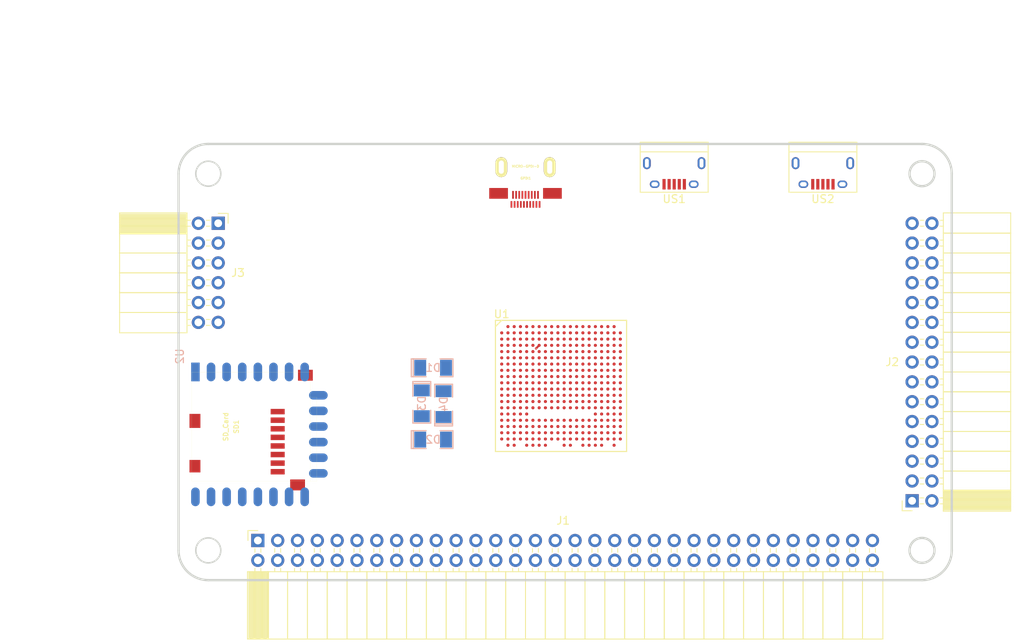
<source format=kicad_pcb>
(kicad_pcb (version 4) (host pcbnew 4.0.5+dfsg1-4)

  (general
    (links 200)
    (no_connects 199)
    (area 86.329999 53.649999 185.690001 109.830001)
    (thickness 1.6)
    (drawings 20)
    (tracks 6)
    (zones 0)
    (modules 13)
    (nets 44)
  )

  (page A4)
  (layers
    (0 F.Cu signal)
    (1 In1.Cu signal)
    (2 In2.Cu signal)
    (31 B.Cu signal)
    (32 B.Adhes user)
    (33 F.Adhes user)
    (34 B.Paste user)
    (35 F.Paste user)
    (36 B.SilkS user)
    (37 F.SilkS user)
    (38 B.Mask user)
    (39 F.Mask user)
    (40 Dwgs.User user)
    (41 Cmts.User user)
    (42 Eco1.User user)
    (43 Eco2.User user)
    (44 Edge.Cuts user)
    (45 Margin user)
    (46 B.CrtYd user)
    (47 F.CrtYd user)
    (48 B.Fab user)
    (49 F.Fab user)
  )

  (setup
    (last_trace_width 0.25)
    (trace_clearance 0.2)
    (zone_clearance 0.508)
    (zone_45_only no)
    (trace_min 0.2)
    (segment_width 0.2)
    (edge_width 0.2)
    (via_size 0.6)
    (via_drill 0.4)
    (via_min_size 0.4)
    (via_min_drill 0.3)
    (uvia_size 0.3)
    (uvia_drill 0.1)
    (uvias_allowed yes)
    (uvia_min_size 0.2)
    (uvia_min_drill 0.1)
    (pcb_text_width 0.3)
    (pcb_text_size 1.5 1.5)
    (mod_edge_width 0.15)
    (mod_text_size 1 1)
    (mod_text_width 0.15)
    (pad_size 1.524 1.524)
    (pad_drill 0.762)
    (pad_to_mask_clearance 0.2)
    (aux_axis_origin 82.67 62.69)
    (grid_origin 86.48 79.2)
    (visible_elements 7FFFFFFF)
    (pcbplotparams
      (layerselection 0x00030_80000001)
      (usegerberextensions false)
      (excludeedgelayer true)
      (linewidth 0.100000)
      (plotframeref false)
      (viasonmask false)
      (mode 1)
      (useauxorigin false)
      (hpglpennumber 1)
      (hpglpenspeed 20)
      (hpglpendiameter 15)
      (hpglpenoverlay 2)
      (psnegative false)
      (psa4output false)
      (plotreference true)
      (plotvalue true)
      (plotinvisibletext false)
      (padsonsilk false)
      (subtractmaskfromsilk false)
      (outputformat 1)
      (mirror false)
      (drillshape 1)
      (scaleselection 1)
      (outputdirectory ""))
  )

  (net 0 "")
  (net 1 GND)
  (net 2 VCC)
  (net 3 /TDI)
  (net 4 /TCK)
  (net 5 /TMS)
  (net 6 /TDO)
  (net 7 +5V)
  (net 8 /USB5V)
  (net 9 "Net-(D4-Pad1)")
  (net 10 /gpio/IN5V)
  (net 11 /gpio/OUT5V)
  (net 12 /gpio/P5)
  (net 13 /gpio/P6)
  (net 14 /gpio/P7)
  (net 15 /gpio/P8)
  (net 16 /gpio/P11)
  (net 17 /gpio/P12)
  (net 18 /gpio/P13)
  (net 19 /gpio/P14)
  (net 20 /gpio/P17)
  (net 21 /gpio/P18)
  (net 22 /gpio/P19)
  (net 23 /gpio/P20)
  (net 24 /gpio/P21)
  (net 25 /gpio/P22)
  (net 26 /gpio/P23)
  (net 27 /gpio/P24)
  (net 28 /gpio/P25)
  (net 29 /gpio/P26)
  (net 30 /gpio/P27)
  (net 31 /gpio/P28)
  (net 32 /gpio/P29)
  (net 33 /gpio/P30)
  (net 34 /SD_3)
  (net 35 /MTMS)
  (net 36 /MTCK)
  (net 37 /MTDO)
  (net 38 /MTDI)
  (net 39 /gpio/P9)
  (net 40 /gpio/P10)
  (net 41 "Net-(GPDI1-PadSHD)")
  (net 42 "Net-(US1-Pad6)")
  (net 43 "Net-(US2-Pad6)")

  (net_class Default "This is the default net class."
    (clearance 0.2)
    (trace_width 0.25)
    (via_dia 0.6)
    (via_drill 0.4)
    (uvia_dia 0.3)
    (uvia_drill 0.1)
    (add_net +5V)
    (add_net /MTCK)
    (add_net /MTDI)
    (add_net /MTDO)
    (add_net /MTMS)
    (add_net /SD_3)
    (add_net /TCK)
    (add_net /TDI)
    (add_net /TDO)
    (add_net /TMS)
    (add_net /USB5V)
    (add_net /gpio/IN5V)
    (add_net /gpio/OUT5V)
    (add_net /gpio/P10)
    (add_net /gpio/P11)
    (add_net /gpio/P12)
    (add_net /gpio/P13)
    (add_net /gpio/P14)
    (add_net /gpio/P17)
    (add_net /gpio/P18)
    (add_net /gpio/P19)
    (add_net /gpio/P20)
    (add_net /gpio/P21)
    (add_net /gpio/P22)
    (add_net /gpio/P23)
    (add_net /gpio/P24)
    (add_net /gpio/P25)
    (add_net /gpio/P26)
    (add_net /gpio/P27)
    (add_net /gpio/P28)
    (add_net /gpio/P29)
    (add_net /gpio/P30)
    (add_net /gpio/P5)
    (add_net /gpio/P6)
    (add_net /gpio/P7)
    (add_net /gpio/P8)
    (add_net /gpio/P9)
    (add_net "Net-(D4-Pad1)")
    (add_net "Net-(GPDI1-PadSHD)")
    (add_net "Net-(US1-Pad6)")
    (add_net "Net-(US2-Pad6)")
    (add_net VCC)
  )

  (net_class BGA ""
    (clearance 0.1)
    (trace_width 0.2)
    (via_dia 0.6)
    (via_drill 0.4)
    (uvia_dia 0.3)
    (uvia_drill 0.1)
    (add_net GND)
  )

  (module Socket_Strips:Socket_Strip_Angled_2x15_Pitch2.54mm (layer F.Cu) (tedit 58CD5449) (tstamp 58D3A9BD)
    (at 180.46 99.52 180)
    (descr "Through hole angled socket strip, 2x15, 2.54mm pitch, 8.51mm socket length, double rows")
    (tags "Through hole angled socket strip THT 2x15 2.54mm double row")
    (path /56AC389C/58D3A6D6)
    (fp_text reference J2 (at 2.54 17.78 180) (layer F.SilkS)
      (effects (font (size 1 1) (thickness 0.15)))
    )
    (fp_text value CONN_02X15 (at -9.398 -4.318 180) (layer F.Fab)
      (effects (font (size 1 1) (thickness 0.15)))
    )
    (fp_line (start -4.06 -1.27) (end -4.06 1.27) (layer F.Fab) (width 0.1))
    (fp_line (start -4.06 1.27) (end -12.57 1.27) (layer F.Fab) (width 0.1))
    (fp_line (start -12.57 1.27) (end -12.57 -1.27) (layer F.Fab) (width 0.1))
    (fp_line (start -12.57 -1.27) (end -4.06 -1.27) (layer F.Fab) (width 0.1))
    (fp_line (start 0 -0.32) (end 0 0.32) (layer F.Fab) (width 0.1))
    (fp_line (start 0 0.32) (end -4.06 0.32) (layer F.Fab) (width 0.1))
    (fp_line (start -4.06 0.32) (end -4.06 -0.32) (layer F.Fab) (width 0.1))
    (fp_line (start -4.06 -0.32) (end 0 -0.32) (layer F.Fab) (width 0.1))
    (fp_line (start -4.06 1.27) (end -4.06 3.81) (layer F.Fab) (width 0.1))
    (fp_line (start -4.06 3.81) (end -12.57 3.81) (layer F.Fab) (width 0.1))
    (fp_line (start -12.57 3.81) (end -12.57 1.27) (layer F.Fab) (width 0.1))
    (fp_line (start -12.57 1.27) (end -4.06 1.27) (layer F.Fab) (width 0.1))
    (fp_line (start 0 2.22) (end 0 2.86) (layer F.Fab) (width 0.1))
    (fp_line (start 0 2.86) (end -4.06 2.86) (layer F.Fab) (width 0.1))
    (fp_line (start -4.06 2.86) (end -4.06 2.22) (layer F.Fab) (width 0.1))
    (fp_line (start -4.06 2.22) (end 0 2.22) (layer F.Fab) (width 0.1))
    (fp_line (start -4.06 3.81) (end -4.06 6.35) (layer F.Fab) (width 0.1))
    (fp_line (start -4.06 6.35) (end -12.57 6.35) (layer F.Fab) (width 0.1))
    (fp_line (start -12.57 6.35) (end -12.57 3.81) (layer F.Fab) (width 0.1))
    (fp_line (start -12.57 3.81) (end -4.06 3.81) (layer F.Fab) (width 0.1))
    (fp_line (start 0 4.76) (end 0 5.4) (layer F.Fab) (width 0.1))
    (fp_line (start 0 5.4) (end -4.06 5.4) (layer F.Fab) (width 0.1))
    (fp_line (start -4.06 5.4) (end -4.06 4.76) (layer F.Fab) (width 0.1))
    (fp_line (start -4.06 4.76) (end 0 4.76) (layer F.Fab) (width 0.1))
    (fp_line (start -4.06 6.35) (end -4.06 8.89) (layer F.Fab) (width 0.1))
    (fp_line (start -4.06 8.89) (end -12.57 8.89) (layer F.Fab) (width 0.1))
    (fp_line (start -12.57 8.89) (end -12.57 6.35) (layer F.Fab) (width 0.1))
    (fp_line (start -12.57 6.35) (end -4.06 6.35) (layer F.Fab) (width 0.1))
    (fp_line (start 0 7.3) (end 0 7.94) (layer F.Fab) (width 0.1))
    (fp_line (start 0 7.94) (end -4.06 7.94) (layer F.Fab) (width 0.1))
    (fp_line (start -4.06 7.94) (end -4.06 7.3) (layer F.Fab) (width 0.1))
    (fp_line (start -4.06 7.3) (end 0 7.3) (layer F.Fab) (width 0.1))
    (fp_line (start -4.06 8.89) (end -4.06 11.43) (layer F.Fab) (width 0.1))
    (fp_line (start -4.06 11.43) (end -12.57 11.43) (layer F.Fab) (width 0.1))
    (fp_line (start -12.57 11.43) (end -12.57 8.89) (layer F.Fab) (width 0.1))
    (fp_line (start -12.57 8.89) (end -4.06 8.89) (layer F.Fab) (width 0.1))
    (fp_line (start 0 9.84) (end 0 10.48) (layer F.Fab) (width 0.1))
    (fp_line (start 0 10.48) (end -4.06 10.48) (layer F.Fab) (width 0.1))
    (fp_line (start -4.06 10.48) (end -4.06 9.84) (layer F.Fab) (width 0.1))
    (fp_line (start -4.06 9.84) (end 0 9.84) (layer F.Fab) (width 0.1))
    (fp_line (start -4.06 11.43) (end -4.06 13.97) (layer F.Fab) (width 0.1))
    (fp_line (start -4.06 13.97) (end -12.57 13.97) (layer F.Fab) (width 0.1))
    (fp_line (start -12.57 13.97) (end -12.57 11.43) (layer F.Fab) (width 0.1))
    (fp_line (start -12.57 11.43) (end -4.06 11.43) (layer F.Fab) (width 0.1))
    (fp_line (start 0 12.38) (end 0 13.02) (layer F.Fab) (width 0.1))
    (fp_line (start 0 13.02) (end -4.06 13.02) (layer F.Fab) (width 0.1))
    (fp_line (start -4.06 13.02) (end -4.06 12.38) (layer F.Fab) (width 0.1))
    (fp_line (start -4.06 12.38) (end 0 12.38) (layer F.Fab) (width 0.1))
    (fp_line (start -4.06 13.97) (end -4.06 16.51) (layer F.Fab) (width 0.1))
    (fp_line (start -4.06 16.51) (end -12.57 16.51) (layer F.Fab) (width 0.1))
    (fp_line (start -12.57 16.51) (end -12.57 13.97) (layer F.Fab) (width 0.1))
    (fp_line (start -12.57 13.97) (end -4.06 13.97) (layer F.Fab) (width 0.1))
    (fp_line (start 0 14.92) (end 0 15.56) (layer F.Fab) (width 0.1))
    (fp_line (start 0 15.56) (end -4.06 15.56) (layer F.Fab) (width 0.1))
    (fp_line (start -4.06 15.56) (end -4.06 14.92) (layer F.Fab) (width 0.1))
    (fp_line (start -4.06 14.92) (end 0 14.92) (layer F.Fab) (width 0.1))
    (fp_line (start -4.06 16.51) (end -4.06 19.05) (layer F.Fab) (width 0.1))
    (fp_line (start -4.06 19.05) (end -12.57 19.05) (layer F.Fab) (width 0.1))
    (fp_line (start -12.57 19.05) (end -12.57 16.51) (layer F.Fab) (width 0.1))
    (fp_line (start -12.57 16.51) (end -4.06 16.51) (layer F.Fab) (width 0.1))
    (fp_line (start 0 17.46) (end 0 18.1) (layer F.Fab) (width 0.1))
    (fp_line (start 0 18.1) (end -4.06 18.1) (layer F.Fab) (width 0.1))
    (fp_line (start -4.06 18.1) (end -4.06 17.46) (layer F.Fab) (width 0.1))
    (fp_line (start -4.06 17.46) (end 0 17.46) (layer F.Fab) (width 0.1))
    (fp_line (start -4.06 19.05) (end -4.06 21.59) (layer F.Fab) (width 0.1))
    (fp_line (start -4.06 21.59) (end -12.57 21.59) (layer F.Fab) (width 0.1))
    (fp_line (start -12.57 21.59) (end -12.57 19.05) (layer F.Fab) (width 0.1))
    (fp_line (start -12.57 19.05) (end -4.06 19.05) (layer F.Fab) (width 0.1))
    (fp_line (start 0 20) (end 0 20.64) (layer F.Fab) (width 0.1))
    (fp_line (start 0 20.64) (end -4.06 20.64) (layer F.Fab) (width 0.1))
    (fp_line (start -4.06 20.64) (end -4.06 20) (layer F.Fab) (width 0.1))
    (fp_line (start -4.06 20) (end 0 20) (layer F.Fab) (width 0.1))
    (fp_line (start -4.06 21.59) (end -4.06 24.13) (layer F.Fab) (width 0.1))
    (fp_line (start -4.06 24.13) (end -12.57 24.13) (layer F.Fab) (width 0.1))
    (fp_line (start -12.57 24.13) (end -12.57 21.59) (layer F.Fab) (width 0.1))
    (fp_line (start -12.57 21.59) (end -4.06 21.59) (layer F.Fab) (width 0.1))
    (fp_line (start 0 22.54) (end 0 23.18) (layer F.Fab) (width 0.1))
    (fp_line (start 0 23.18) (end -4.06 23.18) (layer F.Fab) (width 0.1))
    (fp_line (start -4.06 23.18) (end -4.06 22.54) (layer F.Fab) (width 0.1))
    (fp_line (start -4.06 22.54) (end 0 22.54) (layer F.Fab) (width 0.1))
    (fp_line (start -4.06 24.13) (end -4.06 26.67) (layer F.Fab) (width 0.1))
    (fp_line (start -4.06 26.67) (end -12.57 26.67) (layer F.Fab) (width 0.1))
    (fp_line (start -12.57 26.67) (end -12.57 24.13) (layer F.Fab) (width 0.1))
    (fp_line (start -12.57 24.13) (end -4.06 24.13) (layer F.Fab) (width 0.1))
    (fp_line (start 0 25.08) (end 0 25.72) (layer F.Fab) (width 0.1))
    (fp_line (start 0 25.72) (end -4.06 25.72) (layer F.Fab) (width 0.1))
    (fp_line (start -4.06 25.72) (end -4.06 25.08) (layer F.Fab) (width 0.1))
    (fp_line (start -4.06 25.08) (end 0 25.08) (layer F.Fab) (width 0.1))
    (fp_line (start -4.06 26.67) (end -4.06 29.21) (layer F.Fab) (width 0.1))
    (fp_line (start -4.06 29.21) (end -12.57 29.21) (layer F.Fab) (width 0.1))
    (fp_line (start -12.57 29.21) (end -12.57 26.67) (layer F.Fab) (width 0.1))
    (fp_line (start -12.57 26.67) (end -4.06 26.67) (layer F.Fab) (width 0.1))
    (fp_line (start 0 27.62) (end 0 28.26) (layer F.Fab) (width 0.1))
    (fp_line (start 0 28.26) (end -4.06 28.26) (layer F.Fab) (width 0.1))
    (fp_line (start -4.06 28.26) (end -4.06 27.62) (layer F.Fab) (width 0.1))
    (fp_line (start -4.06 27.62) (end 0 27.62) (layer F.Fab) (width 0.1))
    (fp_line (start -4.06 29.21) (end -4.06 31.75) (layer F.Fab) (width 0.1))
    (fp_line (start -4.06 31.75) (end -12.57 31.75) (layer F.Fab) (width 0.1))
    (fp_line (start -12.57 31.75) (end -12.57 29.21) (layer F.Fab) (width 0.1))
    (fp_line (start -12.57 29.21) (end -4.06 29.21) (layer F.Fab) (width 0.1))
    (fp_line (start 0 30.16) (end 0 30.8) (layer F.Fab) (width 0.1))
    (fp_line (start 0 30.8) (end -4.06 30.8) (layer F.Fab) (width 0.1))
    (fp_line (start -4.06 30.8) (end -4.06 30.16) (layer F.Fab) (width 0.1))
    (fp_line (start -4.06 30.16) (end 0 30.16) (layer F.Fab) (width 0.1))
    (fp_line (start -4.06 31.75) (end -4.06 34.29) (layer F.Fab) (width 0.1))
    (fp_line (start -4.06 34.29) (end -12.57 34.29) (layer F.Fab) (width 0.1))
    (fp_line (start -12.57 34.29) (end -12.57 31.75) (layer F.Fab) (width 0.1))
    (fp_line (start -12.57 31.75) (end -4.06 31.75) (layer F.Fab) (width 0.1))
    (fp_line (start 0 32.7) (end 0 33.34) (layer F.Fab) (width 0.1))
    (fp_line (start 0 33.34) (end -4.06 33.34) (layer F.Fab) (width 0.1))
    (fp_line (start -4.06 33.34) (end -4.06 32.7) (layer F.Fab) (width 0.1))
    (fp_line (start -4.06 32.7) (end 0 32.7) (layer F.Fab) (width 0.1))
    (fp_line (start -4.06 34.29) (end -4.06 36.83) (layer F.Fab) (width 0.1))
    (fp_line (start -4.06 36.83) (end -12.57 36.83) (layer F.Fab) (width 0.1))
    (fp_line (start -12.57 36.83) (end -12.57 34.29) (layer F.Fab) (width 0.1))
    (fp_line (start -12.57 34.29) (end -4.06 34.29) (layer F.Fab) (width 0.1))
    (fp_line (start 0 35.24) (end 0 35.88) (layer F.Fab) (width 0.1))
    (fp_line (start 0 35.88) (end -4.06 35.88) (layer F.Fab) (width 0.1))
    (fp_line (start -4.06 35.88) (end -4.06 35.24) (layer F.Fab) (width 0.1))
    (fp_line (start -4.06 35.24) (end 0 35.24) (layer F.Fab) (width 0.1))
    (fp_line (start -4 -1.33) (end -4 1.27) (layer F.SilkS) (width 0.12))
    (fp_line (start -4 1.27) (end -12.63 1.27) (layer F.SilkS) (width 0.12))
    (fp_line (start -12.63 1.27) (end -12.63 -1.33) (layer F.SilkS) (width 0.12))
    (fp_line (start -12.63 -1.33) (end -4 -1.33) (layer F.SilkS) (width 0.12))
    (fp_line (start -3.57 -0.38) (end -4 -0.38) (layer F.SilkS) (width 0.12))
    (fp_line (start -3.57 0.38) (end -4 0.38) (layer F.SilkS) (width 0.12))
    (fp_line (start -1.03 -0.38) (end -1.51 -0.38) (layer F.SilkS) (width 0.12))
    (fp_line (start -1.03 0.38) (end -1.51 0.38) (layer F.SilkS) (width 0.12))
    (fp_line (start -4 -1.15) (end -12.63 -1.15) (layer F.SilkS) (width 0.12))
    (fp_line (start -4 -1.03) (end -12.63 -1.03) (layer F.SilkS) (width 0.12))
    (fp_line (start -4 -0.91) (end -12.63 -0.91) (layer F.SilkS) (width 0.12))
    (fp_line (start -4 -0.79) (end -12.63 -0.79) (layer F.SilkS) (width 0.12))
    (fp_line (start -4 -0.67) (end -12.63 -0.67) (layer F.SilkS) (width 0.12))
    (fp_line (start -4 -0.55) (end -12.63 -0.55) (layer F.SilkS) (width 0.12))
    (fp_line (start -4 -0.43) (end -12.63 -0.43) (layer F.SilkS) (width 0.12))
    (fp_line (start -4 -0.31) (end -12.63 -0.31) (layer F.SilkS) (width 0.12))
    (fp_line (start -4 -0.19) (end -12.63 -0.19) (layer F.SilkS) (width 0.12))
    (fp_line (start -4 -0.07) (end -12.63 -0.07) (layer F.SilkS) (width 0.12))
    (fp_line (start -4 0.05) (end -12.63 0.05) (layer F.SilkS) (width 0.12))
    (fp_line (start -4 0.17) (end -12.63 0.17) (layer F.SilkS) (width 0.12))
    (fp_line (start -4 0.29) (end -12.63 0.29) (layer F.SilkS) (width 0.12))
    (fp_line (start -4 0.41) (end -12.63 0.41) (layer F.SilkS) (width 0.12))
    (fp_line (start -4 0.53) (end -12.63 0.53) (layer F.SilkS) (width 0.12))
    (fp_line (start -4 0.65) (end -12.63 0.65) (layer F.SilkS) (width 0.12))
    (fp_line (start -4 0.77) (end -12.63 0.77) (layer F.SilkS) (width 0.12))
    (fp_line (start -4 0.89) (end -12.63 0.89) (layer F.SilkS) (width 0.12))
    (fp_line (start -4 1.01) (end -12.63 1.01) (layer F.SilkS) (width 0.12))
    (fp_line (start -4 1.13) (end -12.63 1.13) (layer F.SilkS) (width 0.12))
    (fp_line (start -4 1.25) (end -12.63 1.25) (layer F.SilkS) (width 0.12))
    (fp_line (start -4 1.37) (end -12.63 1.37) (layer F.SilkS) (width 0.12))
    (fp_line (start -4 1.27) (end -4 3.81) (layer F.SilkS) (width 0.12))
    (fp_line (start -4 3.81) (end -12.63 3.81) (layer F.SilkS) (width 0.12))
    (fp_line (start -12.63 3.81) (end -12.63 1.27) (layer F.SilkS) (width 0.12))
    (fp_line (start -12.63 1.27) (end -4 1.27) (layer F.SilkS) (width 0.12))
    (fp_line (start -3.57 2.16) (end -4 2.16) (layer F.SilkS) (width 0.12))
    (fp_line (start -3.57 2.92) (end -4 2.92) (layer F.SilkS) (width 0.12))
    (fp_line (start -1.03 2.16) (end -1.51 2.16) (layer F.SilkS) (width 0.12))
    (fp_line (start -1.03 2.92) (end -1.51 2.92) (layer F.SilkS) (width 0.12))
    (fp_line (start -4 3.81) (end -4 6.35) (layer F.SilkS) (width 0.12))
    (fp_line (start -4 6.35) (end -12.63 6.35) (layer F.SilkS) (width 0.12))
    (fp_line (start -12.63 6.35) (end -12.63 3.81) (layer F.SilkS) (width 0.12))
    (fp_line (start -12.63 3.81) (end -4 3.81) (layer F.SilkS) (width 0.12))
    (fp_line (start -3.57 4.7) (end -4 4.7) (layer F.SilkS) (width 0.12))
    (fp_line (start -3.57 5.46) (end -4 5.46) (layer F.SilkS) (width 0.12))
    (fp_line (start -1.03 4.7) (end -1.51 4.7) (layer F.SilkS) (width 0.12))
    (fp_line (start -1.03 5.46) (end -1.51 5.46) (layer F.SilkS) (width 0.12))
    (fp_line (start -4 6.35) (end -4 8.89) (layer F.SilkS) (width 0.12))
    (fp_line (start -4 8.89) (end -12.63 8.89) (layer F.SilkS) (width 0.12))
    (fp_line (start -12.63 8.89) (end -12.63 6.35) (layer F.SilkS) (width 0.12))
    (fp_line (start -12.63 6.35) (end -4 6.35) (layer F.SilkS) (width 0.12))
    (fp_line (start -3.57 7.24) (end -4 7.24) (layer F.SilkS) (width 0.12))
    (fp_line (start -3.57 8) (end -4 8) (layer F.SilkS) (width 0.12))
    (fp_line (start -1.03 7.24) (end -1.51 7.24) (layer F.SilkS) (width 0.12))
    (fp_line (start -1.03 8) (end -1.51 8) (layer F.SilkS) (width 0.12))
    (fp_line (start -4 8.89) (end -4 11.43) (layer F.SilkS) (width 0.12))
    (fp_line (start -4 11.43) (end -12.63 11.43) (layer F.SilkS) (width 0.12))
    (fp_line (start -12.63 11.43) (end -12.63 8.89) (layer F.SilkS) (width 0.12))
    (fp_line (start -12.63 8.89) (end -4 8.89) (layer F.SilkS) (width 0.12))
    (fp_line (start -3.57 9.78) (end -4 9.78) (layer F.SilkS) (width 0.12))
    (fp_line (start -3.57 10.54) (end -4 10.54) (layer F.SilkS) (width 0.12))
    (fp_line (start -1.03 9.78) (end -1.51 9.78) (layer F.SilkS) (width 0.12))
    (fp_line (start -1.03 10.54) (end -1.51 10.54) (layer F.SilkS) (width 0.12))
    (fp_line (start -4 11.43) (end -4 13.97) (layer F.SilkS) (width 0.12))
    (fp_line (start -4 13.97) (end -12.63 13.97) (layer F.SilkS) (width 0.12))
    (fp_line (start -12.63 13.97) (end -12.63 11.43) (layer F.SilkS) (width 0.12))
    (fp_line (start -12.63 11.43) (end -4 11.43) (layer F.SilkS) (width 0.12))
    (fp_line (start -3.57 12.32) (end -4 12.32) (layer F.SilkS) (width 0.12))
    (fp_line (start -3.57 13.08) (end -4 13.08) (layer F.SilkS) (width 0.12))
    (fp_line (start -1.03 12.32) (end -1.51 12.32) (layer F.SilkS) (width 0.12))
    (fp_line (start -1.03 13.08) (end -1.51 13.08) (layer F.SilkS) (width 0.12))
    (fp_line (start -4 13.97) (end -4 16.51) (layer F.SilkS) (width 0.12))
    (fp_line (start -4 16.51) (end -12.63 16.51) (layer F.SilkS) (width 0.12))
    (fp_line (start -12.63 16.51) (end -12.63 13.97) (layer F.SilkS) (width 0.12))
    (fp_line (start -12.63 13.97) (end -4 13.97) (layer F.SilkS) (width 0.12))
    (fp_line (start -3.57 14.86) (end -4 14.86) (layer F.SilkS) (width 0.12))
    (fp_line (start -3.57 15.62) (end -4 15.62) (layer F.SilkS) (width 0.12))
    (fp_line (start -1.03 14.86) (end -1.51 14.86) (layer F.SilkS) (width 0.12))
    (fp_line (start -1.03 15.62) (end -1.51 15.62) (layer F.SilkS) (width 0.12))
    (fp_line (start -4 16.51) (end -4 19.05) (layer F.SilkS) (width 0.12))
    (fp_line (start -4 19.05) (end -12.63 19.05) (layer F.SilkS) (width 0.12))
    (fp_line (start -12.63 19.05) (end -12.63 16.51) (layer F.SilkS) (width 0.12))
    (fp_line (start -12.63 16.51) (end -4 16.51) (layer F.SilkS) (width 0.12))
    (fp_line (start -3.57 17.4) (end -4 17.4) (layer F.SilkS) (width 0.12))
    (fp_line (start -3.57 18.16) (end -4 18.16) (layer F.SilkS) (width 0.12))
    (fp_line (start -1.03 17.4) (end -1.51 17.4) (layer F.SilkS) (width 0.12))
    (fp_line (start -1.03 18.16) (end -1.51 18.16) (layer F.SilkS) (width 0.12))
    (fp_line (start -4 19.05) (end -4 21.59) (layer F.SilkS) (width 0.12))
    (fp_line (start -4 21.59) (end -12.63 21.59) (layer F.SilkS) (width 0.12))
    (fp_line (start -12.63 21.59) (end -12.63 19.05) (layer F.SilkS) (width 0.12))
    (fp_line (start -12.63 19.05) (end -4 19.05) (layer F.SilkS) (width 0.12))
    (fp_line (start -3.57 19.94) (end -4 19.94) (layer F.SilkS) (width 0.12))
    (fp_line (start -3.57 20.7) (end -4 20.7) (layer F.SilkS) (width 0.12))
    (fp_line (start -1.03 19.94) (end -1.51 19.94) (layer F.SilkS) (width 0.12))
    (fp_line (start -1.03 20.7) (end -1.51 20.7) (layer F.SilkS) (width 0.12))
    (fp_line (start -4 21.59) (end -4 24.13) (layer F.SilkS) (width 0.12))
    (fp_line (start -4 24.13) (end -12.63 24.13) (layer F.SilkS) (width 0.12))
    (fp_line (start -12.63 24.13) (end -12.63 21.59) (layer F.SilkS) (width 0.12))
    (fp_line (start -12.63 21.59) (end -4 21.59) (layer F.SilkS) (width 0.12))
    (fp_line (start -3.57 22.48) (end -4 22.48) (layer F.SilkS) (width 0.12))
    (fp_line (start -3.57 23.24) (end -4 23.24) (layer F.SilkS) (width 0.12))
    (fp_line (start -1.03 22.48) (end -1.51 22.48) (layer F.SilkS) (width 0.12))
    (fp_line (start -1.03 23.24) (end -1.51 23.24) (layer F.SilkS) (width 0.12))
    (fp_line (start -4 24.13) (end -4 26.67) (layer F.SilkS) (width 0.12))
    (fp_line (start -4 26.67) (end -12.63 26.67) (layer F.SilkS) (width 0.12))
    (fp_line (start -12.63 26.67) (end -12.63 24.13) (layer F.SilkS) (width 0.12))
    (fp_line (start -12.63 24.13) (end -4 24.13) (layer F.SilkS) (width 0.12))
    (fp_line (start -3.57 25.02) (end -4 25.02) (layer F.SilkS) (width 0.12))
    (fp_line (start -3.57 25.78) (end -4 25.78) (layer F.SilkS) (width 0.12))
    (fp_line (start -1.03 25.02) (end -1.51 25.02) (layer F.SilkS) (width 0.12))
    (fp_line (start -1.03 25.78) (end -1.51 25.78) (layer F.SilkS) (width 0.12))
    (fp_line (start -4 26.67) (end -4 29.21) (layer F.SilkS) (width 0.12))
    (fp_line (start -4 29.21) (end -12.63 29.21) (layer F.SilkS) (width 0.12))
    (fp_line (start -12.63 29.21) (end -12.63 26.67) (layer F.SilkS) (width 0.12))
    (fp_line (start -12.63 26.67) (end -4 26.67) (layer F.SilkS) (width 0.12))
    (fp_line (start -3.57 27.56) (end -4 27.56) (layer F.SilkS) (width 0.12))
    (fp_line (start -3.57 28.32) (end -4 28.32) (layer F.SilkS) (width 0.12))
    (fp_line (start -1.03 27.56) (end -1.51 27.56) (layer F.SilkS) (width 0.12))
    (fp_line (start -1.03 28.32) (end -1.51 28.32) (layer F.SilkS) (width 0.12))
    (fp_line (start -4 29.21) (end -4 31.75) (layer F.SilkS) (width 0.12))
    (fp_line (start -4 31.75) (end -12.63 31.75) (layer F.SilkS) (width 0.12))
    (fp_line (start -12.63 31.75) (end -12.63 29.21) (layer F.SilkS) (width 0.12))
    (fp_line (start -12.63 29.21) (end -4 29.21) (layer F.SilkS) (width 0.12))
    (fp_line (start -3.57 30.1) (end -4 30.1) (layer F.SilkS) (width 0.12))
    (fp_line (start -3.57 30.86) (end -4 30.86) (layer F.SilkS) (width 0.12))
    (fp_line (start -1.03 30.1) (end -1.51 30.1) (layer F.SilkS) (width 0.12))
    (fp_line (start -1.03 30.86) (end -1.51 30.86) (layer F.SilkS) (width 0.12))
    (fp_line (start -4 31.75) (end -4 34.29) (layer F.SilkS) (width 0.12))
    (fp_line (start -4 34.29) (end -12.63 34.29) (layer F.SilkS) (width 0.12))
    (fp_line (start -12.63 34.29) (end -12.63 31.75) (layer F.SilkS) (width 0.12))
    (fp_line (start -12.63 31.75) (end -4 31.75) (layer F.SilkS) (width 0.12))
    (fp_line (start -3.57 32.64) (end -4 32.64) (layer F.SilkS) (width 0.12))
    (fp_line (start -3.57 33.4) (end -4 33.4) (layer F.SilkS) (width 0.12))
    (fp_line (start -1.03 32.64) (end -1.51 32.64) (layer F.SilkS) (width 0.12))
    (fp_line (start -1.03 33.4) (end -1.51 33.4) (layer F.SilkS) (width 0.12))
    (fp_line (start -4 34.29) (end -4 36.89) (layer F.SilkS) (width 0.12))
    (fp_line (start -4 36.89) (end -12.63 36.89) (layer F.SilkS) (width 0.12))
    (fp_line (start -12.63 36.89) (end -12.63 34.29) (layer F.SilkS) (width 0.12))
    (fp_line (start -12.63 34.29) (end -4 34.29) (layer F.SilkS) (width 0.12))
    (fp_line (start -3.57 35.18) (end -4 35.18) (layer F.SilkS) (width 0.12))
    (fp_line (start -3.57 35.94) (end -4 35.94) (layer F.SilkS) (width 0.12))
    (fp_line (start -1.03 35.18) (end -1.51 35.18) (layer F.SilkS) (width 0.12))
    (fp_line (start -1.03 35.94) (end -1.51 35.94) (layer F.SilkS) (width 0.12))
    (fp_line (start 0 -1.27) (end 1.27 -1.27) (layer F.SilkS) (width 0.12))
    (fp_line (start 1.27 -1.27) (end 1.27 0) (layer F.SilkS) (width 0.12))
    (fp_line (start 1.8 -1.8) (end 1.8 37.35) (layer F.CrtYd) (width 0.05))
    (fp_line (start 1.8 37.35) (end -13.1 37.35) (layer F.CrtYd) (width 0.05))
    (fp_line (start -13.1 37.35) (end -13.1 -1.8) (layer F.CrtYd) (width 0.05))
    (fp_line (start -13.1 -1.8) (end 1.8 -1.8) (layer F.CrtYd) (width 0.05))
    (fp_text user %R (at 2.54 17.78 180) (layer F.Fab)
      (effects (font (size 1 1) (thickness 0.15)))
    )
    (pad 1 thru_hole rect (at 0 0 180) (size 1.7 1.7) (drill 1) (layers *.Cu *.Mask)
      (net 2 VCC))
    (pad 2 thru_hole oval (at -2.54 0 180) (size 1.7 1.7) (drill 1) (layers *.Cu *.Mask)
      (net 2 VCC))
    (pad 3 thru_hole oval (at 0 2.54 180) (size 1.7 1.7) (drill 1) (layers *.Cu *.Mask)
      (net 1 GND))
    (pad 4 thru_hole oval (at -2.54 2.54 180) (size 1.7 1.7) (drill 1) (layers *.Cu *.Mask)
      (net 1 GND))
    (pad 5 thru_hole oval (at 0 5.08 180) (size 1.7 1.7) (drill 1) (layers *.Cu *.Mask))
    (pad 6 thru_hole oval (at -2.54 5.08 180) (size 1.7 1.7) (drill 1) (layers *.Cu *.Mask))
    (pad 7 thru_hole oval (at 0 7.62 180) (size 1.7 1.7) (drill 1) (layers *.Cu *.Mask))
    (pad 8 thru_hole oval (at -2.54 7.62 180) (size 1.7 1.7) (drill 1) (layers *.Cu *.Mask))
    (pad 9 thru_hole oval (at 0 10.16 180) (size 1.7 1.7) (drill 1) (layers *.Cu *.Mask))
    (pad 10 thru_hole oval (at -2.54 10.16 180) (size 1.7 1.7) (drill 1) (layers *.Cu *.Mask))
    (pad 11 thru_hole oval (at 0 12.7 180) (size 1.7 1.7) (drill 1) (layers *.Cu *.Mask))
    (pad 12 thru_hole oval (at -2.54 12.7 180) (size 1.7 1.7) (drill 1) (layers *.Cu *.Mask))
    (pad 13 thru_hole oval (at 0 15.24 180) (size 1.7 1.7) (drill 1) (layers *.Cu *.Mask))
    (pad 14 thru_hole oval (at -2.54 15.24 180) (size 1.7 1.7) (drill 1) (layers *.Cu *.Mask))
    (pad 15 thru_hole oval (at 0 17.78 180) (size 1.7 1.7) (drill 1) (layers *.Cu *.Mask))
    (pad 16 thru_hole oval (at -2.54 17.78 180) (size 1.7 1.7) (drill 1) (layers *.Cu *.Mask))
    (pad 17 thru_hole oval (at 0 20.32 180) (size 1.7 1.7) (drill 1) (layers *.Cu *.Mask))
    (pad 18 thru_hole oval (at -2.54 20.32 180) (size 1.7 1.7) (drill 1) (layers *.Cu *.Mask))
    (pad 19 thru_hole oval (at 0 22.86 180) (size 1.7 1.7) (drill 1) (layers *.Cu *.Mask)
      (net 2 VCC))
    (pad 20 thru_hole oval (at -2.54 22.86 180) (size 1.7 1.7) (drill 1) (layers *.Cu *.Mask)
      (net 2 VCC))
    (pad 21 thru_hole oval (at 0 25.4 180) (size 1.7 1.7) (drill 1) (layers *.Cu *.Mask)
      (net 1 GND))
    (pad 22 thru_hole oval (at -2.54 25.4 180) (size 1.7 1.7) (drill 1) (layers *.Cu *.Mask)
      (net 1 GND))
    (pad 23 thru_hole oval (at 0 27.94 180) (size 1.7 1.7) (drill 1) (layers *.Cu *.Mask))
    (pad 24 thru_hole oval (at -2.54 27.94 180) (size 1.7 1.7) (drill 1) (layers *.Cu *.Mask))
    (pad 25 thru_hole oval (at 0 30.48 180) (size 1.7 1.7) (drill 1) (layers *.Cu *.Mask))
    (pad 26 thru_hole oval (at -2.54 30.48 180) (size 1.7 1.7) (drill 1) (layers *.Cu *.Mask))
    (pad 27 thru_hole oval (at 0 33.02 180) (size 1.7 1.7) (drill 1) (layers *.Cu *.Mask))
    (pad 28 thru_hole oval (at -2.54 33.02 180) (size 1.7 1.7) (drill 1) (layers *.Cu *.Mask))
    (pad 29 thru_hole oval (at 0 35.56 180) (size 1.7 1.7) (drill 1) (layers *.Cu *.Mask))
    (pad 30 thru_hole oval (at -2.54 35.56 180) (size 1.7 1.7) (drill 1) (layers *.Cu *.Mask))
    (model ${KISYS3DMOD}/Socket_Strips.3dshapes/Socket_Strip_Angled_2x15_Pitch2.54mm.wrl
      (at (xyz -0.05 -0.7 0))
      (scale (xyz 1 1 1))
      (rotate (xyz 0 0 270))
    )
  )

  (module Socket_Strips:Socket_Strip_Angled_2x06_Pitch2.54mm (layer F.Cu) (tedit 58CD5449) (tstamp 58D3EF7F)
    (at 91.56 63.96)
    (descr "Through hole angled socket strip, 2x06, 2.54mm pitch, 8.51mm socket length, double rows")
    (tags "Through hole angled socket strip THT 2x06 2.54mm double row")
    (path /58D3C869)
    (fp_text reference J3 (at 2.54 6.35) (layer F.SilkS)
      (effects (font (size 1 1) (thickness 0.15)))
    )
    (fp_text value CONN_02X06 (at -5.65 14.97) (layer F.Fab)
      (effects (font (size 1 1) (thickness 0.15)))
    )
    (fp_line (start -4.06 -1.27) (end -4.06 1.27) (layer F.Fab) (width 0.1))
    (fp_line (start -4.06 1.27) (end -12.57 1.27) (layer F.Fab) (width 0.1))
    (fp_line (start -12.57 1.27) (end -12.57 -1.27) (layer F.Fab) (width 0.1))
    (fp_line (start -12.57 -1.27) (end -4.06 -1.27) (layer F.Fab) (width 0.1))
    (fp_line (start 0 -0.32) (end 0 0.32) (layer F.Fab) (width 0.1))
    (fp_line (start 0 0.32) (end -4.06 0.32) (layer F.Fab) (width 0.1))
    (fp_line (start -4.06 0.32) (end -4.06 -0.32) (layer F.Fab) (width 0.1))
    (fp_line (start -4.06 -0.32) (end 0 -0.32) (layer F.Fab) (width 0.1))
    (fp_line (start -4.06 1.27) (end -4.06 3.81) (layer F.Fab) (width 0.1))
    (fp_line (start -4.06 3.81) (end -12.57 3.81) (layer F.Fab) (width 0.1))
    (fp_line (start -12.57 3.81) (end -12.57 1.27) (layer F.Fab) (width 0.1))
    (fp_line (start -12.57 1.27) (end -4.06 1.27) (layer F.Fab) (width 0.1))
    (fp_line (start 0 2.22) (end 0 2.86) (layer F.Fab) (width 0.1))
    (fp_line (start 0 2.86) (end -4.06 2.86) (layer F.Fab) (width 0.1))
    (fp_line (start -4.06 2.86) (end -4.06 2.22) (layer F.Fab) (width 0.1))
    (fp_line (start -4.06 2.22) (end 0 2.22) (layer F.Fab) (width 0.1))
    (fp_line (start -4.06 3.81) (end -4.06 6.35) (layer F.Fab) (width 0.1))
    (fp_line (start -4.06 6.35) (end -12.57 6.35) (layer F.Fab) (width 0.1))
    (fp_line (start -12.57 6.35) (end -12.57 3.81) (layer F.Fab) (width 0.1))
    (fp_line (start -12.57 3.81) (end -4.06 3.81) (layer F.Fab) (width 0.1))
    (fp_line (start 0 4.76) (end 0 5.4) (layer F.Fab) (width 0.1))
    (fp_line (start 0 5.4) (end -4.06 5.4) (layer F.Fab) (width 0.1))
    (fp_line (start -4.06 5.4) (end -4.06 4.76) (layer F.Fab) (width 0.1))
    (fp_line (start -4.06 4.76) (end 0 4.76) (layer F.Fab) (width 0.1))
    (fp_line (start -4.06 6.35) (end -4.06 8.89) (layer F.Fab) (width 0.1))
    (fp_line (start -4.06 8.89) (end -12.57 8.89) (layer F.Fab) (width 0.1))
    (fp_line (start -12.57 8.89) (end -12.57 6.35) (layer F.Fab) (width 0.1))
    (fp_line (start -12.57 6.35) (end -4.06 6.35) (layer F.Fab) (width 0.1))
    (fp_line (start 0 7.3) (end 0 7.94) (layer F.Fab) (width 0.1))
    (fp_line (start 0 7.94) (end -4.06 7.94) (layer F.Fab) (width 0.1))
    (fp_line (start -4.06 7.94) (end -4.06 7.3) (layer F.Fab) (width 0.1))
    (fp_line (start -4.06 7.3) (end 0 7.3) (layer F.Fab) (width 0.1))
    (fp_line (start -4.06 8.89) (end -4.06 11.43) (layer F.Fab) (width 0.1))
    (fp_line (start -4.06 11.43) (end -12.57 11.43) (layer F.Fab) (width 0.1))
    (fp_line (start -12.57 11.43) (end -12.57 8.89) (layer F.Fab) (width 0.1))
    (fp_line (start -12.57 8.89) (end -4.06 8.89) (layer F.Fab) (width 0.1))
    (fp_line (start 0 9.84) (end 0 10.48) (layer F.Fab) (width 0.1))
    (fp_line (start 0 10.48) (end -4.06 10.48) (layer F.Fab) (width 0.1))
    (fp_line (start -4.06 10.48) (end -4.06 9.84) (layer F.Fab) (width 0.1))
    (fp_line (start -4.06 9.84) (end 0 9.84) (layer F.Fab) (width 0.1))
    (fp_line (start -4.06 11.43) (end -4.06 13.97) (layer F.Fab) (width 0.1))
    (fp_line (start -4.06 13.97) (end -12.57 13.97) (layer F.Fab) (width 0.1))
    (fp_line (start -12.57 13.97) (end -12.57 11.43) (layer F.Fab) (width 0.1))
    (fp_line (start -12.57 11.43) (end -4.06 11.43) (layer F.Fab) (width 0.1))
    (fp_line (start 0 12.38) (end 0 13.02) (layer F.Fab) (width 0.1))
    (fp_line (start 0 13.02) (end -4.06 13.02) (layer F.Fab) (width 0.1))
    (fp_line (start -4.06 13.02) (end -4.06 12.38) (layer F.Fab) (width 0.1))
    (fp_line (start -4.06 12.38) (end 0 12.38) (layer F.Fab) (width 0.1))
    (fp_line (start -4 -1.33) (end -4 1.27) (layer F.SilkS) (width 0.12))
    (fp_line (start -4 1.27) (end -12.63 1.27) (layer F.SilkS) (width 0.12))
    (fp_line (start -12.63 1.27) (end -12.63 -1.33) (layer F.SilkS) (width 0.12))
    (fp_line (start -12.63 -1.33) (end -4 -1.33) (layer F.SilkS) (width 0.12))
    (fp_line (start -3.57 -0.38) (end -4 -0.38) (layer F.SilkS) (width 0.12))
    (fp_line (start -3.57 0.38) (end -4 0.38) (layer F.SilkS) (width 0.12))
    (fp_line (start -1.03 -0.38) (end -1.51 -0.38) (layer F.SilkS) (width 0.12))
    (fp_line (start -1.03 0.38) (end -1.51 0.38) (layer F.SilkS) (width 0.12))
    (fp_line (start -4 -1.15) (end -12.63 -1.15) (layer F.SilkS) (width 0.12))
    (fp_line (start -4 -1.03) (end -12.63 -1.03) (layer F.SilkS) (width 0.12))
    (fp_line (start -4 -0.91) (end -12.63 -0.91) (layer F.SilkS) (width 0.12))
    (fp_line (start -4 -0.79) (end -12.63 -0.79) (layer F.SilkS) (width 0.12))
    (fp_line (start -4 -0.67) (end -12.63 -0.67) (layer F.SilkS) (width 0.12))
    (fp_line (start -4 -0.55) (end -12.63 -0.55) (layer F.SilkS) (width 0.12))
    (fp_line (start -4 -0.43) (end -12.63 -0.43) (layer F.SilkS) (width 0.12))
    (fp_line (start -4 -0.31) (end -12.63 -0.31) (layer F.SilkS) (width 0.12))
    (fp_line (start -4 -0.19) (end -12.63 -0.19) (layer F.SilkS) (width 0.12))
    (fp_line (start -4 -0.07) (end -12.63 -0.07) (layer F.SilkS) (width 0.12))
    (fp_line (start -4 0.05) (end -12.63 0.05) (layer F.SilkS) (width 0.12))
    (fp_line (start -4 0.17) (end -12.63 0.17) (layer F.SilkS) (width 0.12))
    (fp_line (start -4 0.29) (end -12.63 0.29) (layer F.SilkS) (width 0.12))
    (fp_line (start -4 0.41) (end -12.63 0.41) (layer F.SilkS) (width 0.12))
    (fp_line (start -4 0.53) (end -12.63 0.53) (layer F.SilkS) (width 0.12))
    (fp_line (start -4 0.65) (end -12.63 0.65) (layer F.SilkS) (width 0.12))
    (fp_line (start -4 0.77) (end -12.63 0.77) (layer F.SilkS) (width 0.12))
    (fp_line (start -4 0.89) (end -12.63 0.89) (layer F.SilkS) (width 0.12))
    (fp_line (start -4 1.01) (end -12.63 1.01) (layer F.SilkS) (width 0.12))
    (fp_line (start -4 1.13) (end -12.63 1.13) (layer F.SilkS) (width 0.12))
    (fp_line (start -4 1.25) (end -12.63 1.25) (layer F.SilkS) (width 0.12))
    (fp_line (start -4 1.37) (end -12.63 1.37) (layer F.SilkS) (width 0.12))
    (fp_line (start -4 1.27) (end -4 3.81) (layer F.SilkS) (width 0.12))
    (fp_line (start -4 3.81) (end -12.63 3.81) (layer F.SilkS) (width 0.12))
    (fp_line (start -12.63 3.81) (end -12.63 1.27) (layer F.SilkS) (width 0.12))
    (fp_line (start -12.63 1.27) (end -4 1.27) (layer F.SilkS) (width 0.12))
    (fp_line (start -3.57 2.16) (end -4 2.16) (layer F.SilkS) (width 0.12))
    (fp_line (start -3.57 2.92) (end -4 2.92) (layer F.SilkS) (width 0.12))
    (fp_line (start -1.03 2.16) (end -1.51 2.16) (layer F.SilkS) (width 0.12))
    (fp_line (start -1.03 2.92) (end -1.51 2.92) (layer F.SilkS) (width 0.12))
    (fp_line (start -4 3.81) (end -4 6.35) (layer F.SilkS) (width 0.12))
    (fp_line (start -4 6.35) (end -12.63 6.35) (layer F.SilkS) (width 0.12))
    (fp_line (start -12.63 6.35) (end -12.63 3.81) (layer F.SilkS) (width 0.12))
    (fp_line (start -12.63 3.81) (end -4 3.81) (layer F.SilkS) (width 0.12))
    (fp_line (start -3.57 4.7) (end -4 4.7) (layer F.SilkS) (width 0.12))
    (fp_line (start -3.57 5.46) (end -4 5.46) (layer F.SilkS) (width 0.12))
    (fp_line (start -1.03 4.7) (end -1.51 4.7) (layer F.SilkS) (width 0.12))
    (fp_line (start -1.03 5.46) (end -1.51 5.46) (layer F.SilkS) (width 0.12))
    (fp_line (start -4 6.35) (end -4 8.89) (layer F.SilkS) (width 0.12))
    (fp_line (start -4 8.89) (end -12.63 8.89) (layer F.SilkS) (width 0.12))
    (fp_line (start -12.63 8.89) (end -12.63 6.35) (layer F.SilkS) (width 0.12))
    (fp_line (start -12.63 6.35) (end -4 6.35) (layer F.SilkS) (width 0.12))
    (fp_line (start -3.57 7.24) (end -4 7.24) (layer F.SilkS) (width 0.12))
    (fp_line (start -3.57 8) (end -4 8) (layer F.SilkS) (width 0.12))
    (fp_line (start -1.03 7.24) (end -1.51 7.24) (layer F.SilkS) (width 0.12))
    (fp_line (start -1.03 8) (end -1.51 8) (layer F.SilkS) (width 0.12))
    (fp_line (start -4 8.89) (end -4 11.43) (layer F.SilkS) (width 0.12))
    (fp_line (start -4 11.43) (end -12.63 11.43) (layer F.SilkS) (width 0.12))
    (fp_line (start -12.63 11.43) (end -12.63 8.89) (layer F.SilkS) (width 0.12))
    (fp_line (start -12.63 8.89) (end -4 8.89) (layer F.SilkS) (width 0.12))
    (fp_line (start -3.57 9.78) (end -4 9.78) (layer F.SilkS) (width 0.12))
    (fp_line (start -3.57 10.54) (end -4 10.54) (layer F.SilkS) (width 0.12))
    (fp_line (start -1.03 9.78) (end -1.51 9.78) (layer F.SilkS) (width 0.12))
    (fp_line (start -1.03 10.54) (end -1.51 10.54) (layer F.SilkS) (width 0.12))
    (fp_line (start -4 11.43) (end -4 14.03) (layer F.SilkS) (width 0.12))
    (fp_line (start -4 14.03) (end -12.63 14.03) (layer F.SilkS) (width 0.12))
    (fp_line (start -12.63 14.03) (end -12.63 11.43) (layer F.SilkS) (width 0.12))
    (fp_line (start -12.63 11.43) (end -4 11.43) (layer F.SilkS) (width 0.12))
    (fp_line (start -3.57 12.32) (end -4 12.32) (layer F.SilkS) (width 0.12))
    (fp_line (start -3.57 13.08) (end -4 13.08) (layer F.SilkS) (width 0.12))
    (fp_line (start -1.03 12.32) (end -1.51 12.32) (layer F.SilkS) (width 0.12))
    (fp_line (start -1.03 13.08) (end -1.51 13.08) (layer F.SilkS) (width 0.12))
    (fp_line (start 0 -1.27) (end 1.27 -1.27) (layer F.SilkS) (width 0.12))
    (fp_line (start 1.27 -1.27) (end 1.27 0) (layer F.SilkS) (width 0.12))
    (fp_line (start 1.8 -1.8) (end 1.8 14.5) (layer F.CrtYd) (width 0.05))
    (fp_line (start 1.8 14.5) (end -13.1 14.5) (layer F.CrtYd) (width 0.05))
    (fp_line (start -13.1 14.5) (end -13.1 -1.8) (layer F.CrtYd) (width 0.05))
    (fp_line (start -13.1 -1.8) (end 1.8 -1.8) (layer F.CrtYd) (width 0.05))
    (fp_text user %R (at -5.65 -2.27) (layer F.Fab)
      (effects (font (size 1 1) (thickness 0.15)))
    )
    (pad 1 thru_hole rect (at 0 0) (size 1.7 1.7) (drill 1) (layers *.Cu *.Mask))
    (pad 2 thru_hole oval (at -2.54 0) (size 1.7 1.7) (drill 1) (layers *.Cu *.Mask))
    (pad 3 thru_hole oval (at 0 2.54) (size 1.7 1.7) (drill 1) (layers *.Cu *.Mask))
    (pad 4 thru_hole oval (at -2.54 2.54) (size 1.7 1.7) (drill 1) (layers *.Cu *.Mask))
    (pad 5 thru_hole oval (at 0 5.08) (size 1.7 1.7) (drill 1) (layers *.Cu *.Mask))
    (pad 6 thru_hole oval (at -2.54 5.08) (size 1.7 1.7) (drill 1) (layers *.Cu *.Mask))
    (pad 7 thru_hole oval (at 0 7.62) (size 1.7 1.7) (drill 1) (layers *.Cu *.Mask))
    (pad 8 thru_hole oval (at -2.54 7.62) (size 1.7 1.7) (drill 1) (layers *.Cu *.Mask))
    (pad 9 thru_hole oval (at 0 10.16) (size 1.7 1.7) (drill 1) (layers *.Cu *.Mask))
    (pad 10 thru_hole oval (at -2.54 10.16) (size 1.7 1.7) (drill 1) (layers *.Cu *.Mask))
    (pad 11 thru_hole oval (at 0 12.7) (size 1.7 1.7) (drill 1) (layers *.Cu *.Mask))
    (pad 12 thru_hole oval (at -2.54 12.7) (size 1.7 1.7) (drill 1) (layers *.Cu *.Mask))
    (model ${KISYS3DMOD}/Socket_Strips.3dshapes/Socket_Strip_Angled_2x06_Pitch2.54mm.wrl
      (at (xyz -0.05 -0.25 0))
      (scale (xyz 1 1 1))
      (rotate (xyz 0 0 270))
    )
  )

  (module SMD_Packages:SMD-1206_Pol (layer B.Cu) (tedit 0) (tstamp 56AA106E)
    (at 119.093 91.676)
    (path /56AC389C/56AC4846)
    (attr smd)
    (fp_text reference D2 (at 0 0) (layer B.SilkS)
      (effects (font (size 1 1) (thickness 0.15)) (justify mirror))
    )
    (fp_text value 2A (at 0 0) (layer B.Fab)
      (effects (font (size 1 1) (thickness 0.15)) (justify mirror))
    )
    (fp_line (start -2.54 1.143) (end -2.794 1.143) (layer B.SilkS) (width 0.15))
    (fp_line (start -2.794 1.143) (end -2.794 -1.143) (layer B.SilkS) (width 0.15))
    (fp_line (start -2.794 -1.143) (end -2.54 -1.143) (layer B.SilkS) (width 0.15))
    (fp_line (start -2.54 1.143) (end -2.54 -1.143) (layer B.SilkS) (width 0.15))
    (fp_line (start -2.54 -1.143) (end -0.889 -1.143) (layer B.SilkS) (width 0.15))
    (fp_line (start 0.889 1.143) (end 2.54 1.143) (layer B.SilkS) (width 0.15))
    (fp_line (start 2.54 1.143) (end 2.54 -1.143) (layer B.SilkS) (width 0.15))
    (fp_line (start 2.54 -1.143) (end 0.889 -1.143) (layer B.SilkS) (width 0.15))
    (fp_line (start -0.889 1.143) (end -2.54 1.143) (layer B.SilkS) (width 0.15))
    (pad 1 smd rect (at -1.651 0) (size 1.524 2.032) (layers B.Cu B.Paste B.Mask)
      (net 11 /gpio/OUT5V))
    (pad 2 smd rect (at 1.651 0) (size 1.524 2.032) (layers B.Cu B.Paste B.Mask))
    (model SMD_Packages.3dshapes/SMD-1206_Pol.wrl
      (at (xyz 0 0 0))
      (scale (xyz 0.17 0.16 0.16))
      (rotate (xyz 0 0 0))
    )
  )

  (module SMD_Packages:SMD-1206_Pol (layer B.Cu) (tedit 0) (tstamp 56AA1068)
    (at 119.093 82.476)
    (path /56AC389C/56AC483B)
    (attr smd)
    (fp_text reference D1 (at 0 0) (layer B.SilkS)
      (effects (font (size 1 1) (thickness 0.15)) (justify mirror))
    )
    (fp_text value 2A (at 0 0) (layer B.Fab)
      (effects (font (size 1 1) (thickness 0.15)) (justify mirror))
    )
    (fp_line (start -2.54 1.143) (end -2.794 1.143) (layer B.SilkS) (width 0.15))
    (fp_line (start -2.794 1.143) (end -2.794 -1.143) (layer B.SilkS) (width 0.15))
    (fp_line (start -2.794 -1.143) (end -2.54 -1.143) (layer B.SilkS) (width 0.15))
    (fp_line (start -2.54 1.143) (end -2.54 -1.143) (layer B.SilkS) (width 0.15))
    (fp_line (start -2.54 -1.143) (end -0.889 -1.143) (layer B.SilkS) (width 0.15))
    (fp_line (start 0.889 1.143) (end 2.54 1.143) (layer B.SilkS) (width 0.15))
    (fp_line (start 2.54 1.143) (end 2.54 -1.143) (layer B.SilkS) (width 0.15))
    (fp_line (start 2.54 -1.143) (end 0.889 -1.143) (layer B.SilkS) (width 0.15))
    (fp_line (start -0.889 1.143) (end -2.54 1.143) (layer B.SilkS) (width 0.15))
    (pad 1 smd rect (at -1.651 0) (size 1.524 2.032) (layers B.Cu B.Paste B.Mask)
      (net 7 +5V))
    (pad 2 smd rect (at 1.651 0) (size 1.524 2.032) (layers B.Cu B.Paste B.Mask)
      (net 10 /gpio/IN5V))
    (model SMD_Packages.3dshapes/SMD-1206_Pol.wrl
      (at (xyz 0 0 0))
      (scale (xyz 0.17 0.16 0.16))
      (rotate (xyz 0 0 0))
    )
  )

  (module lfe5bg381:BGA-381_pitch0.8mm_dia0.4mm (layer F.Cu) (tedit 56A8C998) (tstamp 56AA0CD9)
    (at 135.48 84.8)
    (path /56AA9804)
    (attr smd)
    (fp_text reference U1 (at -7.6 -9.2) (layer F.SilkS)
      (effects (font (size 1 1) (thickness 0.15)))
    )
    (fp_text value LFE5-BG381 (at 2 -9.2) (layer F.Fab)
      (effects (font (size 1 1) (thickness 0.15)))
    )
    (fp_line (start -8.4 8.4) (end 8.4 8.4) (layer F.SilkS) (width 0.15))
    (fp_line (start 8.4 8.4) (end 8.4 -8.4) (layer F.SilkS) (width 0.15))
    (fp_line (start 8.4 -8.4) (end -8.4 -8.4) (layer F.SilkS) (width 0.15))
    (fp_line (start -8.4 -8.4) (end -8.4 8.4) (layer F.SilkS) (width 0.15))
    (fp_line (start -7.6 -8.4) (end -8.4 -7.6) (layer F.SilkS) (width 0.15))
    (pad A2 smd circle (at -6.8 -7.6) (size 0.4 0.4) (layers F.Cu F.Paste F.Mask))
    (pad A3 smd circle (at -6 -7.6) (size 0.4 0.4) (layers F.Cu F.Paste F.Mask))
    (pad A4 smd circle (at -5.2 -7.6) (size 0.4 0.4) (layers F.Cu F.Paste F.Mask))
    (pad A5 smd circle (at -4.4 -7.6) (size 0.4 0.4) (layers F.Cu F.Paste F.Mask))
    (pad A6 smd circle (at -3.6 -7.6) (size 0.4 0.4) (layers F.Cu F.Paste F.Mask)
      (net 33 /gpio/P30))
    (pad A7 smd circle (at -2.8 -7.6) (size 0.4 0.4) (layers F.Cu F.Paste F.Mask)
      (net 21 /gpio/P18))
    (pad A8 smd circle (at -2 -7.6) (size 0.4 0.4) (layers F.Cu F.Paste F.Mask)
      (net 20 /gpio/P17))
    (pad A9 smd circle (at -1.2 -7.6) (size 0.4 0.4) (layers F.Cu F.Paste F.Mask)
      (net 40 /gpio/P10))
    (pad A10 smd circle (at -0.4 -7.6) (size 0.4 0.4) (layers F.Cu F.Paste F.Mask)
      (net 14 /gpio/P7))
    (pad A11 smd circle (at 0.4 -7.6) (size 0.4 0.4) (layers F.Cu F.Paste F.Mask)
      (net 15 /gpio/P8))
    (pad A12 smd circle (at 1.2 -7.6) (size 0.4 0.4) (layers F.Cu F.Paste F.Mask))
    (pad A13 smd circle (at 2 -7.6) (size 0.4 0.4) (layers F.Cu F.Paste F.Mask))
    (pad A14 smd circle (at 2.8 -7.6) (size 0.4 0.4) (layers F.Cu F.Paste F.Mask))
    (pad A15 smd circle (at 3.6 -7.6) (size 0.4 0.4) (layers F.Cu F.Paste F.Mask))
    (pad A16 smd circle (at 4.4 -7.6) (size 0.4 0.4) (layers F.Cu F.Paste F.Mask))
    (pad A17 smd circle (at 5.2 -7.6) (size 0.4 0.4) (layers F.Cu F.Paste F.Mask))
    (pad A18 smd circle (at 6 -7.6) (size 0.4 0.4) (layers F.Cu F.Paste F.Mask))
    (pad A19 smd circle (at 6.8 -7.6) (size 0.4 0.4) (layers F.Cu F.Paste F.Mask))
    (pad B1 smd circle (at -7.6 -6.8) (size 0.4 0.4) (layers F.Cu F.Paste F.Mask))
    (pad B2 smd circle (at -6.8 -6.8) (size 0.4 0.4) (layers F.Cu F.Paste F.Mask))
    (pad B3 smd circle (at -6 -6.8) (size 0.4 0.4) (layers F.Cu F.Paste F.Mask))
    (pad B4 smd circle (at -5.2 -6.8) (size 0.4 0.4) (layers F.Cu F.Paste F.Mask))
    (pad B5 smd circle (at -4.4 -6.8) (size 0.4 0.4) (layers F.Cu F.Paste F.Mask))
    (pad B6 smd circle (at -3.6 -6.8) (size 0.4 0.4) (layers F.Cu F.Paste F.Mask)
      (net 32 /gpio/P29))
    (pad B7 smd circle (at -2.8 -6.8) (size 0.4 0.4) (layers F.Cu F.Paste F.Mask)
      (net 1 GND))
    (pad B8 smd circle (at -2 -6.8) (size 0.4 0.4) (layers F.Cu F.Paste F.Mask)
      (net 22 /gpio/P19))
    (pad B9 smd circle (at -1.2 -6.8) (size 0.4 0.4) (layers F.Cu F.Paste F.Mask)
      (net 17 /gpio/P12))
    (pad B10 smd circle (at -0.4 -6.8) (size 0.4 0.4) (layers F.Cu F.Paste F.Mask)
      (net 39 /gpio/P9))
    (pad B11 smd circle (at 0.4 -6.8) (size 0.4 0.4) (layers F.Cu F.Paste F.Mask)
      (net 12 /gpio/P5))
    (pad B12 smd circle (at 1.2 -6.8) (size 0.4 0.4) (layers F.Cu F.Paste F.Mask))
    (pad B13 smd circle (at 2 -6.8) (size 0.4 0.4) (layers F.Cu F.Paste F.Mask))
    (pad B14 smd circle (at 2.8 -6.8) (size 0.4 0.4) (layers F.Cu F.Paste F.Mask)
      (net 1 GND))
    (pad B15 smd circle (at 3.6 -6.8) (size 0.4 0.4) (layers F.Cu F.Paste F.Mask))
    (pad B16 smd circle (at 4.4 -6.8) (size 0.4 0.4) (layers F.Cu F.Paste F.Mask))
    (pad B17 smd circle (at 5.2 -6.8) (size 0.4 0.4) (layers F.Cu F.Paste F.Mask))
    (pad B18 smd circle (at 6 -6.8) (size 0.4 0.4) (layers F.Cu F.Paste F.Mask))
    (pad B19 smd circle (at 6.8 -6.8) (size 0.4 0.4) (layers F.Cu F.Paste F.Mask))
    (pad B20 smd circle (at 7.6 -6.8) (size 0.4 0.4) (layers F.Cu F.Paste F.Mask))
    (pad C1 smd circle (at -7.6 -6) (size 0.4 0.4) (layers F.Cu F.Paste F.Mask))
    (pad C2 smd circle (at -6.8 -6) (size 0.4 0.4) (layers F.Cu F.Paste F.Mask))
    (pad C3 smd circle (at -6 -6) (size 0.4 0.4) (layers F.Cu F.Paste F.Mask))
    (pad C4 smd circle (at -5.2 -6) (size 0.4 0.4) (layers F.Cu F.Paste F.Mask))
    (pad C5 smd circle (at -4.4 -6) (size 0.4 0.4) (layers F.Cu F.Paste F.Mask))
    (pad C6 smd circle (at -3.6 -6) (size 0.4 0.4) (layers F.Cu F.Paste F.Mask)
      (net 27 /gpio/P24))
    (pad C7 smd circle (at -2.8 -6) (size 0.4 0.4) (layers F.Cu F.Paste F.Mask)
      (net 26 /gpio/P23))
    (pad C8 smd circle (at -2 -6) (size 0.4 0.4) (layers F.Cu F.Paste F.Mask)
      (net 23 /gpio/P20))
    (pad C9 smd circle (at -1.2 -6) (size 0.4 0.4) (layers F.Cu F.Paste F.Mask))
    (pad C10 smd circle (at -0.4 -6) (size 0.4 0.4) (layers F.Cu F.Paste F.Mask)
      (net 16 /gpio/P11))
    (pad C11 smd circle (at 0.4 -6) (size 0.4 0.4) (layers F.Cu F.Paste F.Mask)
      (net 13 /gpio/P6))
    (pad C12 smd circle (at 1.2 -6) (size 0.4 0.4) (layers F.Cu F.Paste F.Mask))
    (pad C13 smd circle (at 2 -6) (size 0.4 0.4) (layers F.Cu F.Paste F.Mask))
    (pad C14 smd circle (at 2.8 -6) (size 0.4 0.4) (layers F.Cu F.Paste F.Mask))
    (pad C15 smd circle (at 3.6 -6) (size 0.4 0.4) (layers F.Cu F.Paste F.Mask))
    (pad C16 smd circle (at 4.4 -6) (size 0.4 0.4) (layers F.Cu F.Paste F.Mask))
    (pad C17 smd circle (at 5.2 -6) (size 0.4 0.4) (layers F.Cu F.Paste F.Mask))
    (pad C18 smd circle (at 6 -6) (size 0.4 0.4) (layers F.Cu F.Paste F.Mask))
    (pad C19 smd circle (at 6.8 -6) (size 0.4 0.4) (layers F.Cu F.Paste F.Mask)
      (net 1 GND))
    (pad C20 smd circle (at 7.6 -6) (size 0.4 0.4) (layers F.Cu F.Paste F.Mask))
    (pad D1 smd circle (at -7.6 -5.2) (size 0.4 0.4) (layers F.Cu F.Paste F.Mask))
    (pad D2 smd circle (at -6.8 -5.2) (size 0.4 0.4) (layers F.Cu F.Paste F.Mask))
    (pad D3 smd circle (at -6 -5.2) (size 0.4 0.4) (layers F.Cu F.Paste F.Mask))
    (pad D4 smd circle (at -5.2 -5.2) (size 0.4 0.4) (layers F.Cu F.Paste F.Mask)
      (net 1 GND))
    (pad D5 smd circle (at -4.4 -5.2) (size 0.4 0.4) (layers F.Cu F.Paste F.Mask))
    (pad D6 smd circle (at -3.6 -5.2) (size 0.4 0.4) (layers F.Cu F.Paste F.Mask)
      (net 30 /gpio/P27))
    (pad D7 smd circle (at -2.8 -5.2) (size 0.4 0.4) (layers F.Cu F.Paste F.Mask)
      (net 28 /gpio/P25))
    (pad D8 smd circle (at -2 -5.2) (size 0.4 0.4) (layers F.Cu F.Paste F.Mask)
      (net 24 /gpio/P21))
    (pad D9 smd circle (at -1.2 -5.2) (size 0.4 0.4) (layers F.Cu F.Paste F.Mask)
      (net 19 /gpio/P14))
    (pad D10 smd circle (at -0.4 -5.2) (size 0.4 0.4) (layers F.Cu F.Paste F.Mask))
    (pad D11 smd circle (at 0.4 -5.2) (size 0.4 0.4) (layers F.Cu F.Paste F.Mask))
    (pad D12 smd circle (at 1.2 -5.2) (size 0.4 0.4) (layers F.Cu F.Paste F.Mask))
    (pad D13 smd circle (at 2 -5.2) (size 0.4 0.4) (layers F.Cu F.Paste F.Mask))
    (pad D14 smd circle (at 2.8 -5.2) (size 0.4 0.4) (layers F.Cu F.Paste F.Mask))
    (pad D15 smd circle (at 3.6 -5.2) (size 0.4 0.4) (layers F.Cu F.Paste F.Mask))
    (pad D16 smd circle (at 4.4 -5.2) (size 0.4 0.4) (layers F.Cu F.Paste F.Mask))
    (pad D17 smd circle (at 5.2 -5.2) (size 0.4 0.4) (layers F.Cu F.Paste F.Mask))
    (pad D18 smd circle (at 6 -5.2) (size 0.4 0.4) (layers F.Cu F.Paste F.Mask))
    (pad D19 smd circle (at 6.8 -5.2) (size 0.4 0.4) (layers F.Cu F.Paste F.Mask))
    (pad D20 smd circle (at 7.6 -5.2) (size 0.4 0.4) (layers F.Cu F.Paste F.Mask))
    (pad E1 smd circle (at -7.6 -4.4) (size 0.4 0.4) (layers F.Cu F.Paste F.Mask))
    (pad E2 smd circle (at -6.8 -4.4) (size 0.4 0.4) (layers F.Cu F.Paste F.Mask))
    (pad E3 smd circle (at -6 -4.4) (size 0.4 0.4) (layers F.Cu F.Paste F.Mask))
    (pad E4 smd circle (at -5.2 -4.4) (size 0.4 0.4) (layers F.Cu F.Paste F.Mask))
    (pad E5 smd circle (at -4.4 -4.4) (size 0.4 0.4) (layers F.Cu F.Paste F.Mask))
    (pad E6 smd circle (at -3.6 -4.4) (size 0.4 0.4) (layers F.Cu F.Paste F.Mask)
      (net 31 /gpio/P28))
    (pad E7 smd circle (at -2.8 -4.4) (size 0.4 0.4) (layers F.Cu F.Paste F.Mask)
      (net 29 /gpio/P26))
    (pad E8 smd circle (at -2 -4.4) (size 0.4 0.4) (layers F.Cu F.Paste F.Mask)
      (net 25 /gpio/P22))
    (pad E9 smd circle (at -1.2 -4.4) (size 0.4 0.4) (layers F.Cu F.Paste F.Mask)
      (net 18 /gpio/P13))
    (pad E10 smd circle (at -0.4 -4.4) (size 0.4 0.4) (layers F.Cu F.Paste F.Mask))
    (pad E11 smd circle (at 0.4 -4.4) (size 0.4 0.4) (layers F.Cu F.Paste F.Mask))
    (pad E12 smd circle (at 1.2 -4.4) (size 0.4 0.4) (layers F.Cu F.Paste F.Mask))
    (pad E13 smd circle (at 2 -4.4) (size 0.4 0.4) (layers F.Cu F.Paste F.Mask))
    (pad E14 smd circle (at 2.8 -4.4) (size 0.4 0.4) (layers F.Cu F.Paste F.Mask))
    (pad E15 smd circle (at 3.6 -4.4) (size 0.4 0.4) (layers F.Cu F.Paste F.Mask))
    (pad E16 smd circle (at 4.4 -4.4) (size 0.4 0.4) (layers F.Cu F.Paste F.Mask))
    (pad E17 smd circle (at 5.2 -4.4) (size 0.4 0.4) (layers F.Cu F.Paste F.Mask))
    (pad E18 smd circle (at 6 -4.4) (size 0.4 0.4) (layers F.Cu F.Paste F.Mask))
    (pad E19 smd circle (at 6.8 -4.4) (size 0.4 0.4) (layers F.Cu F.Paste F.Mask))
    (pad E20 smd circle (at 7.6 -4.4) (size 0.4 0.4) (layers F.Cu F.Paste F.Mask))
    (pad F1 smd circle (at -7.6 -3.6) (size 0.4 0.4) (layers F.Cu F.Paste F.Mask))
    (pad F2 smd circle (at -6.8 -3.6) (size 0.4 0.4) (layers F.Cu F.Paste F.Mask))
    (pad F3 smd circle (at -6 -3.6) (size 0.4 0.4) (layers F.Cu F.Paste F.Mask))
    (pad F4 smd circle (at -5.2 -3.6) (size 0.4 0.4) (layers F.Cu F.Paste F.Mask))
    (pad F5 smd circle (at -4.4 -3.6) (size 0.4 0.4) (layers F.Cu F.Paste F.Mask))
    (pad F6 smd circle (at -3.6 -3.6) (size 0.4 0.4) (layers F.Cu F.Paste F.Mask)
      (net 2 VCC))
    (pad F7 smd circle (at -2.8 -3.6) (size 0.4 0.4) (layers F.Cu F.Paste F.Mask)
      (net 1 GND))
    (pad F8 smd circle (at -2 -3.6) (size 0.4 0.4) (layers F.Cu F.Paste F.Mask)
      (net 1 GND))
    (pad F9 smd circle (at -1.2 -3.6) (size 0.4 0.4) (layers F.Cu F.Paste F.Mask)
      (net 2 VCC))
    (pad F10 smd circle (at -0.4 -3.6) (size 0.4 0.4) (layers F.Cu F.Paste F.Mask)
      (net 2 VCC))
    (pad F11 smd circle (at 0.4 -3.6) (size 0.4 0.4) (layers F.Cu F.Paste F.Mask)
      (net 2 VCC))
    (pad F12 smd circle (at 1.2 -3.6) (size 0.4 0.4) (layers F.Cu F.Paste F.Mask)
      (net 2 VCC))
    (pad F13 smd circle (at 2 -3.6) (size 0.4 0.4) (layers F.Cu F.Paste F.Mask)
      (net 1 GND))
    (pad F14 smd circle (at 2.8 -3.6) (size 0.4 0.4) (layers F.Cu F.Paste F.Mask)
      (net 1 GND))
    (pad F15 smd circle (at 3.6 -3.6) (size 0.4 0.4) (layers F.Cu F.Paste F.Mask)
      (net 2 VCC))
    (pad F16 smd circle (at 4.4 -3.6) (size 0.4 0.4) (layers F.Cu F.Paste F.Mask))
    (pad F17 smd circle (at 5.2 -3.6) (size 0.4 0.4) (layers F.Cu F.Paste F.Mask))
    (pad F18 smd circle (at 6 -3.6) (size 0.4 0.4) (layers F.Cu F.Paste F.Mask))
    (pad F19 smd circle (at 6.8 -3.6) (size 0.4 0.4) (layers F.Cu F.Paste F.Mask))
    (pad F20 smd circle (at 7.6 -3.6) (size 0.4 0.4) (layers F.Cu F.Paste F.Mask))
    (pad G1 smd circle (at -7.6 -2.8) (size 0.4 0.4) (layers F.Cu F.Paste F.Mask))
    (pad G2 smd circle (at -6.8 -2.8) (size 0.4 0.4) (layers F.Cu F.Paste F.Mask))
    (pad G3 smd circle (at -6 -2.8) (size 0.4 0.4) (layers F.Cu F.Paste F.Mask))
    (pad G4 smd circle (at -5.2 -2.8) (size 0.4 0.4) (layers F.Cu F.Paste F.Mask)
      (net 1 GND))
    (pad G5 smd circle (at -4.4 -2.8) (size 0.4 0.4) (layers F.Cu F.Paste F.Mask))
    (pad G6 smd circle (at -3.6 -2.8) (size 0.4 0.4) (layers F.Cu F.Paste F.Mask)
      (net 1 GND))
    (pad G7 smd circle (at -2.8 -2.8) (size 0.4 0.4) (layers F.Cu F.Paste F.Mask)
      (net 1 GND))
    (pad G8 smd circle (at -2 -2.8) (size 0.4 0.4) (layers F.Cu F.Paste F.Mask)
      (net 1 GND))
    (pad G9 smd circle (at -1.2 -2.8) (size 0.4 0.4) (layers F.Cu F.Paste F.Mask)
      (net 1 GND))
    (pad G10 smd circle (at -0.4 -2.8) (size 0.4 0.4) (layers F.Cu F.Paste F.Mask)
      (net 1 GND))
    (pad G11 smd circle (at 0.4 -2.8) (size 0.4 0.4) (layers F.Cu F.Paste F.Mask)
      (net 1 GND))
    (pad G12 smd circle (at 1.2 -2.8) (size 0.4 0.4) (layers F.Cu F.Paste F.Mask)
      (net 1 GND))
    (pad G13 smd circle (at 2 -2.8) (size 0.4 0.4) (layers F.Cu F.Paste F.Mask)
      (net 1 GND))
    (pad G14 smd circle (at 2.8 -2.8) (size 0.4 0.4) (layers F.Cu F.Paste F.Mask)
      (net 1 GND))
    (pad G15 smd circle (at 3.6 -2.8) (size 0.4 0.4) (layers F.Cu F.Paste F.Mask)
      (net 1 GND))
    (pad G16 smd circle (at 4.4 -2.8) (size 0.4 0.4) (layers F.Cu F.Paste F.Mask))
    (pad G17 smd circle (at 5.2 -2.8) (size 0.4 0.4) (layers F.Cu F.Paste F.Mask)
      (net 1 GND))
    (pad G18 smd circle (at 6 -2.8) (size 0.4 0.4) (layers F.Cu F.Paste F.Mask))
    (pad G19 smd circle (at 6.8 -2.8) (size 0.4 0.4) (layers F.Cu F.Paste F.Mask))
    (pad G20 smd circle (at 7.6 -2.8) (size 0.4 0.4) (layers F.Cu F.Paste F.Mask))
    (pad H1 smd circle (at -7.6 -2) (size 0.4 0.4) (layers F.Cu F.Paste F.Mask))
    (pad H2 smd circle (at -6.8 -2) (size 0.4 0.4) (layers F.Cu F.Paste F.Mask))
    (pad H3 smd circle (at -6 -2) (size 0.4 0.4) (layers F.Cu F.Paste F.Mask))
    (pad H4 smd circle (at -5.2 -2) (size 0.4 0.4) (layers F.Cu F.Paste F.Mask))
    (pad H5 smd circle (at -4.4 -2) (size 0.4 0.4) (layers F.Cu F.Paste F.Mask))
    (pad H6 smd circle (at -3.6 -2) (size 0.4 0.4) (layers F.Cu F.Paste F.Mask)
      (net 2 VCC))
    (pad H7 smd circle (at -2.8 -2) (size 0.4 0.4) (layers F.Cu F.Paste F.Mask)
      (net 2 VCC))
    (pad H8 smd circle (at -2 -2) (size 0.4 0.4) (layers F.Cu F.Paste F.Mask)
      (net 2 VCC))
    (pad H9 smd circle (at -1.2 -2) (size 0.4 0.4) (layers F.Cu F.Paste F.Mask)
      (net 2 VCC))
    (pad H10 smd circle (at -0.4 -2) (size 0.4 0.4) (layers F.Cu F.Paste F.Mask)
      (net 2 VCC))
    (pad H11 smd circle (at 0.4 -2) (size 0.4 0.4) (layers F.Cu F.Paste F.Mask)
      (net 2 VCC))
    (pad H12 smd circle (at 1.2 -2) (size 0.4 0.4) (layers F.Cu F.Paste F.Mask)
      (net 2 VCC))
    (pad H13 smd circle (at 2 -2) (size 0.4 0.4) (layers F.Cu F.Paste F.Mask)
      (net 2 VCC))
    (pad H14 smd circle (at 2.8 -2) (size 0.4 0.4) (layers F.Cu F.Paste F.Mask)
      (net 2 VCC))
    (pad H15 smd circle (at 3.6 -2) (size 0.4 0.4) (layers F.Cu F.Paste F.Mask)
      (net 2 VCC))
    (pad H16 smd circle (at 4.4 -2) (size 0.4 0.4) (layers F.Cu F.Paste F.Mask))
    (pad H17 smd circle (at 5.2 -2) (size 0.4 0.4) (layers F.Cu F.Paste F.Mask))
    (pad H18 smd circle (at 6 -2) (size 0.4 0.4) (layers F.Cu F.Paste F.Mask))
    (pad H19 smd circle (at 6.8 -2) (size 0.4 0.4) (layers F.Cu F.Paste F.Mask)
      (net 1 GND))
    (pad H20 smd circle (at 7.6 -2) (size 0.4 0.4) (layers F.Cu F.Paste F.Mask))
    (pad J1 smd circle (at -7.6 -1.2) (size 0.4 0.4) (layers F.Cu F.Paste F.Mask))
    (pad J2 smd circle (at -6.8 -1.2) (size 0.4 0.4) (layers F.Cu F.Paste F.Mask)
      (net 1 GND))
    (pad J3 smd circle (at -6 -1.2) (size 0.4 0.4) (layers F.Cu F.Paste F.Mask))
    (pad J4 smd circle (at -5.2 -1.2) (size 0.4 0.4) (layers F.Cu F.Paste F.Mask))
    (pad J5 smd circle (at -4.4 -1.2) (size 0.4 0.4) (layers F.Cu F.Paste F.Mask))
    (pad J6 smd circle (at -3.6 -1.2) (size 0.4 0.4) (layers F.Cu F.Paste F.Mask)
      (net 2 VCC))
    (pad J7 smd circle (at -2.8 -1.2) (size 0.4 0.4) (layers F.Cu F.Paste F.Mask)
      (net 1 GND))
    (pad J8 smd circle (at -2 -1.2) (size 0.4 0.4) (layers F.Cu F.Paste F.Mask)
      (net 2 VCC))
    (pad J9 smd circle (at -1.2 -1.2) (size 0.4 0.4) (layers F.Cu F.Paste F.Mask)
      (net 1 GND))
    (pad J10 smd circle (at -0.4 -1.2) (size 0.4 0.4) (layers F.Cu F.Paste F.Mask)
      (net 1 GND))
    (pad J11 smd circle (at 0.4 -1.2) (size 0.4 0.4) (layers F.Cu F.Paste F.Mask)
      (net 1 GND))
    (pad J12 smd circle (at 1.2 -1.2) (size 0.4 0.4) (layers F.Cu F.Paste F.Mask)
      (net 1 GND))
    (pad J13 smd circle (at 2 -1.2) (size 0.4 0.4) (layers F.Cu F.Paste F.Mask)
      (net 2 VCC))
    (pad J14 smd circle (at 2.8 -1.2) (size 0.4 0.4) (layers F.Cu F.Paste F.Mask)
      (net 1 GND))
    (pad J15 smd circle (at 3.6 -1.2) (size 0.4 0.4) (layers F.Cu F.Paste F.Mask)
      (net 2 VCC))
    (pad J16 smd circle (at 4.4 -1.2) (size 0.4 0.4) (layers F.Cu F.Paste F.Mask))
    (pad J17 smd circle (at 5.2 -1.2) (size 0.4 0.4) (layers F.Cu F.Paste F.Mask))
    (pad J18 smd circle (at 6 -1.2) (size 0.4 0.4) (layers F.Cu F.Paste F.Mask))
    (pad J19 smd circle (at 6.8 -1.2) (size 0.4 0.4) (layers F.Cu F.Paste F.Mask))
    (pad J20 smd circle (at 7.6 -1.2) (size 0.4 0.4) (layers F.Cu F.Paste F.Mask))
    (pad K1 smd circle (at -7.6 -0.4) (size 0.4 0.4) (layers F.Cu F.Paste F.Mask))
    (pad K2 smd circle (at -6.8 -0.4) (size 0.4 0.4) (layers F.Cu F.Paste F.Mask))
    (pad K3 smd circle (at -6 -0.4) (size 0.4 0.4) (layers F.Cu F.Paste F.Mask))
    (pad K4 smd circle (at -5.2 -0.4) (size 0.4 0.4) (layers F.Cu F.Paste F.Mask))
    (pad K5 smd circle (at -4.4 -0.4) (size 0.4 0.4) (layers F.Cu F.Paste F.Mask))
    (pad K6 smd circle (at -3.6 -0.4) (size 0.4 0.4) (layers F.Cu F.Paste F.Mask)
      (net 1 GND))
    (pad K7 smd circle (at -2.8 -0.4) (size 0.4 0.4) (layers F.Cu F.Paste F.Mask)
      (net 1 GND))
    (pad K8 smd circle (at -2 -0.4) (size 0.4 0.4) (layers F.Cu F.Paste F.Mask)
      (net 2 VCC))
    (pad K9 smd circle (at -1.2 -0.4) (size 0.4 0.4) (layers F.Cu F.Paste F.Mask)
      (net 1 GND))
    (pad K10 smd circle (at -0.4 -0.4) (size 0.4 0.4) (layers F.Cu F.Paste F.Mask)
      (net 1 GND))
    (pad K11 smd circle (at 0.4 -0.4) (size 0.4 0.4) (layers F.Cu F.Paste F.Mask)
      (net 1 GND))
    (pad K12 smd circle (at 1.2 -0.4) (size 0.4 0.4) (layers F.Cu F.Paste F.Mask)
      (net 1 GND))
    (pad K13 smd circle (at 2 -0.4) (size 0.4 0.4) (layers F.Cu F.Paste F.Mask)
      (net 2 VCC))
    (pad K14 smd circle (at 2.8 -0.4) (size 0.4 0.4) (layers F.Cu F.Paste F.Mask)
      (net 1 GND))
    (pad K15 smd circle (at 3.6 -0.4) (size 0.4 0.4) (layers F.Cu F.Paste F.Mask)
      (net 1 GND))
    (pad K16 smd circle (at 4.4 -0.4) (size 0.4 0.4) (layers F.Cu F.Paste F.Mask))
    (pad K17 smd circle (at 5.2 -0.4) (size 0.4 0.4) (layers F.Cu F.Paste F.Mask))
    (pad K18 smd circle (at 6 -0.4) (size 0.4 0.4) (layers F.Cu F.Paste F.Mask))
    (pad K19 smd circle (at 6.8 -0.4) (size 0.4 0.4) (layers F.Cu F.Paste F.Mask))
    (pad K20 smd circle (at 7.6 -0.4) (size 0.4 0.4) (layers F.Cu F.Paste F.Mask))
    (pad L1 smd circle (at -7.6 0.4) (size 0.4 0.4) (layers F.Cu F.Paste F.Mask))
    (pad L2 smd circle (at -6.8 0.4) (size 0.4 0.4) (layers F.Cu F.Paste F.Mask))
    (pad L3 smd circle (at -6 0.4) (size 0.4 0.4) (layers F.Cu F.Paste F.Mask))
    (pad L4 smd circle (at -5.2 0.4) (size 0.4 0.4) (layers F.Cu F.Paste F.Mask))
    (pad L5 smd circle (at -4.4 0.4) (size 0.4 0.4) (layers F.Cu F.Paste F.Mask))
    (pad L6 smd circle (at -3.6 0.4) (size 0.4 0.4) (layers F.Cu F.Paste F.Mask)
      (net 2 VCC))
    (pad L7 smd circle (at -2.8 0.4) (size 0.4 0.4) (layers F.Cu F.Paste F.Mask)
      (net 2 VCC))
    (pad L8 smd circle (at -2 0.4) (size 0.4 0.4) (layers F.Cu F.Paste F.Mask)
      (net 2 VCC))
    (pad L9 smd circle (at -1.2 0.4) (size 0.4 0.4) (layers F.Cu F.Paste F.Mask)
      (net 1 GND))
    (pad L10 smd circle (at -0.4 0.4) (size 0.4 0.4) (layers F.Cu F.Paste F.Mask)
      (net 1 GND))
    (pad L11 smd circle (at 0.4 0.4) (size 0.4 0.4) (layers F.Cu F.Paste F.Mask)
      (net 1 GND))
    (pad L12 smd circle (at 1.2 0.4) (size 0.4 0.4) (layers F.Cu F.Paste F.Mask)
      (net 1 GND))
    (pad L13 smd circle (at 2 0.4) (size 0.4 0.4) (layers F.Cu F.Paste F.Mask)
      (net 2 VCC))
    (pad L14 smd circle (at 2.8 0.4) (size 0.4 0.4) (layers F.Cu F.Paste F.Mask)
      (net 2 VCC))
    (pad L15 smd circle (at 3.6 0.4) (size 0.4 0.4) (layers F.Cu F.Paste F.Mask)
      (net 2 VCC))
    (pad L16 smd circle (at 4.4 0.4) (size 0.4 0.4) (layers F.Cu F.Paste F.Mask))
    (pad L17 smd circle (at 5.2 0.4) (size 0.4 0.4) (layers F.Cu F.Paste F.Mask))
    (pad L18 smd circle (at 6 0.4) (size 0.4 0.4) (layers F.Cu F.Paste F.Mask))
    (pad L19 smd circle (at 6.8 0.4) (size 0.4 0.4) (layers F.Cu F.Paste F.Mask))
    (pad L20 smd circle (at 7.6 0.4) (size 0.4 0.4) (layers F.Cu F.Paste F.Mask))
    (pad M1 smd circle (at -7.6 1.2) (size 0.4 0.4) (layers F.Cu F.Paste F.Mask))
    (pad M2 smd circle (at -6.8 1.2) (size 0.4 0.4) (layers F.Cu F.Paste F.Mask)
      (net 1 GND))
    (pad M3 smd circle (at -6 1.2) (size 0.4 0.4) (layers F.Cu F.Paste F.Mask))
    (pad M4 smd circle (at -5.2 1.2) (size 0.4 0.4) (layers F.Cu F.Paste F.Mask))
    (pad M5 smd circle (at -4.4 1.2) (size 0.4 0.4) (layers F.Cu F.Paste F.Mask))
    (pad M6 smd circle (at -3.6 1.2) (size 0.4 0.4) (layers F.Cu F.Paste F.Mask)
      (net 2 VCC))
    (pad M7 smd circle (at -2.8 1.2) (size 0.4 0.4) (layers F.Cu F.Paste F.Mask)
      (net 1 GND))
    (pad M8 smd circle (at -2 1.2) (size 0.4 0.4) (layers F.Cu F.Paste F.Mask)
      (net 2 VCC))
    (pad M9 smd circle (at -1.2 1.2) (size 0.4 0.4) (layers F.Cu F.Paste F.Mask)
      (net 1 GND))
    (pad M10 smd circle (at -0.4 1.2) (size 0.4 0.4) (layers F.Cu F.Paste F.Mask)
      (net 1 GND))
    (pad M11 smd circle (at 0.4 1.2) (size 0.4 0.4) (layers F.Cu F.Paste F.Mask)
      (net 1 GND))
    (pad M12 smd circle (at 1.2 1.2) (size 0.4 0.4) (layers F.Cu F.Paste F.Mask)
      (net 1 GND))
    (pad M13 smd circle (at 2 1.2) (size 0.4 0.4) (layers F.Cu F.Paste F.Mask)
      (net 2 VCC))
    (pad M14 smd circle (at 2.8 1.2) (size 0.4 0.4) (layers F.Cu F.Paste F.Mask)
      (net 1 GND))
    (pad M15 smd circle (at 3.6 1.2) (size 0.4 0.4) (layers F.Cu F.Paste F.Mask)
      (net 2 VCC))
    (pad M16 smd circle (at 4.4 1.2) (size 0.4 0.4) (layers F.Cu F.Paste F.Mask)
      (net 1 GND))
    (pad M17 smd circle (at 5.2 1.2) (size 0.4 0.4) (layers F.Cu F.Paste F.Mask))
    (pad M18 smd circle (at 6 1.2) (size 0.4 0.4) (layers F.Cu F.Paste F.Mask))
    (pad M19 smd circle (at 6.8 1.2) (size 0.4 0.4) (layers F.Cu F.Paste F.Mask))
    (pad M20 smd circle (at 7.6 1.2) (size 0.4 0.4) (layers F.Cu F.Paste F.Mask))
    (pad N1 smd circle (at -7.6 2) (size 0.4 0.4) (layers F.Cu F.Paste F.Mask))
    (pad N2 smd circle (at -6.8 2) (size 0.4 0.4) (layers F.Cu F.Paste F.Mask))
    (pad N3 smd circle (at -6 2) (size 0.4 0.4) (layers F.Cu F.Paste F.Mask))
    (pad N4 smd circle (at -5.2 2) (size 0.4 0.4) (layers F.Cu F.Paste F.Mask))
    (pad N5 smd circle (at -4.4 2) (size 0.4 0.4) (layers F.Cu F.Paste F.Mask))
    (pad N6 smd circle (at -3.6 2) (size 0.4 0.4) (layers F.Cu F.Paste F.Mask)
      (net 1 GND))
    (pad N7 smd circle (at -2.8 2) (size 0.4 0.4) (layers F.Cu F.Paste F.Mask)
      (net 1 GND))
    (pad N8 smd circle (at -2 2) (size 0.4 0.4) (layers F.Cu F.Paste F.Mask)
      (net 2 VCC))
    (pad N9 smd circle (at -1.2 2) (size 0.4 0.4) (layers F.Cu F.Paste F.Mask)
      (net 2 VCC))
    (pad N10 smd circle (at -0.4 2) (size 0.4 0.4) (layers F.Cu F.Paste F.Mask)
      (net 2 VCC))
    (pad N11 smd circle (at 0.4 2) (size 0.4 0.4) (layers F.Cu F.Paste F.Mask)
      (net 2 VCC))
    (pad N12 smd circle (at 1.2 2) (size 0.4 0.4) (layers F.Cu F.Paste F.Mask)
      (net 2 VCC))
    (pad N13 smd circle (at 2 2) (size 0.4 0.4) (layers F.Cu F.Paste F.Mask)
      (net 2 VCC))
    (pad N14 smd circle (at 2.8 2) (size 0.4 0.4) (layers F.Cu F.Paste F.Mask)
      (net 1 GND))
    (pad N15 smd circle (at 3.6 2) (size 0.4 0.4) (layers F.Cu F.Paste F.Mask)
      (net 1 GND))
    (pad N16 smd circle (at 4.4 2) (size 0.4 0.4) (layers F.Cu F.Paste F.Mask))
    (pad N17 smd circle (at 5.2 2) (size 0.4 0.4) (layers F.Cu F.Paste F.Mask))
    (pad N18 smd circle (at 6 2) (size 0.4 0.4) (layers F.Cu F.Paste F.Mask))
    (pad N19 smd circle (at 6.8 2) (size 0.4 0.4) (layers F.Cu F.Paste F.Mask))
    (pad N20 smd circle (at 7.6 2) (size 0.4 0.4) (layers F.Cu F.Paste F.Mask))
    (pad P1 smd circle (at -7.6 2.8) (size 0.4 0.4) (layers F.Cu F.Paste F.Mask))
    (pad P2 smd circle (at -6.8 2.8) (size 0.4 0.4) (layers F.Cu F.Paste F.Mask))
    (pad P3 smd circle (at -6 2.8) (size 0.4 0.4) (layers F.Cu F.Paste F.Mask))
    (pad P4 smd circle (at -5.2 2.8) (size 0.4 0.4) (layers F.Cu F.Paste F.Mask))
    (pad P5 smd circle (at -4.4 2.8) (size 0.4 0.4) (layers F.Cu F.Paste F.Mask))
    (pad P6 smd circle (at -3.6 2.8) (size 0.4 0.4) (layers F.Cu F.Paste F.Mask)
      (net 2 VCC))
    (pad P7 smd circle (at -2.8 2.8) (size 0.4 0.4) (layers F.Cu F.Paste F.Mask)
      (net 1 GND))
    (pad P8 smd circle (at -2 2.8) (size 0.4 0.4) (layers F.Cu F.Paste F.Mask)
      (net 1 GND))
    (pad P9 smd circle (at -1.2 2.8) (size 0.4 0.4) (layers F.Cu F.Paste F.Mask)
      (net 2 VCC))
    (pad P10 smd circle (at -0.4 2.8) (size 0.4 0.4) (layers F.Cu F.Paste F.Mask)
      (net 2 VCC))
    (pad P11 smd circle (at 0.4 2.8) (size 0.4 0.4) (layers F.Cu F.Paste F.Mask)
      (net 1 GND))
    (pad P12 smd circle (at 1.2 2.8) (size 0.4 0.4) (layers F.Cu F.Paste F.Mask)
      (net 1 GND))
    (pad P13 smd circle (at 2 2.8) (size 0.4 0.4) (layers F.Cu F.Paste F.Mask)
      (net 1 GND))
    (pad P14 smd circle (at 2.8 2.8) (size 0.4 0.4) (layers F.Cu F.Paste F.Mask)
      (net 1 GND))
    (pad P15 smd circle (at 3.6 2.8) (size 0.4 0.4) (layers F.Cu F.Paste F.Mask)
      (net 2 VCC))
    (pad P16 smd circle (at 4.4 2.8) (size 0.4 0.4) (layers F.Cu F.Paste F.Mask))
    (pad P17 smd circle (at 5.2 2.8) (size 0.4 0.4) (layers F.Cu F.Paste F.Mask))
    (pad P18 smd circle (at 6 2.8) (size 0.4 0.4) (layers F.Cu F.Paste F.Mask))
    (pad P19 smd circle (at 6.8 2.8) (size 0.4 0.4) (layers F.Cu F.Paste F.Mask))
    (pad P20 smd circle (at 7.6 2.8) (size 0.4 0.4) (layers F.Cu F.Paste F.Mask))
    (pad R1 smd circle (at -7.6 3.6) (size 0.4 0.4) (layers F.Cu F.Paste F.Mask))
    (pad R2 smd circle (at -6.8 3.6) (size 0.4 0.4) (layers F.Cu F.Paste F.Mask))
    (pad R3 smd circle (at -6 3.6) (size 0.4 0.4) (layers F.Cu F.Paste F.Mask))
    (pad R4 smd circle (at -5.2 3.6) (size 0.4 0.4) (layers F.Cu F.Paste F.Mask))
    (pad R5 smd circle (at -4.4 3.6) (size 0.4 0.4) (layers F.Cu F.Paste F.Mask)
      (net 3 /TDI))
    (pad R16 smd circle (at 4.4 3.6) (size 0.4 0.4) (layers F.Cu F.Paste F.Mask))
    (pad R17 smd circle (at 5.2 3.6) (size 0.4 0.4) (layers F.Cu F.Paste F.Mask))
    (pad R18 smd circle (at 6 3.6) (size 0.4 0.4) (layers F.Cu F.Paste F.Mask))
    (pad R19 smd circle (at 6.8 3.6) (size 0.4 0.4) (layers F.Cu F.Paste F.Mask)
      (net 1 GND))
    (pad R20 smd circle (at 7.6 3.6) (size 0.4 0.4) (layers F.Cu F.Paste F.Mask))
    (pad T1 smd circle (at -7.6 4.4) (size 0.4 0.4) (layers F.Cu F.Paste F.Mask))
    (pad T2 smd circle (at -6.8 4.4) (size 0.4 0.4) (layers F.Cu F.Paste F.Mask))
    (pad T3 smd circle (at -6 4.4) (size 0.4 0.4) (layers F.Cu F.Paste F.Mask))
    (pad T4 smd circle (at -5.2 4.4) (size 0.4 0.4) (layers F.Cu F.Paste F.Mask))
    (pad T5 smd circle (at -4.4 4.4) (size 0.4 0.4) (layers F.Cu F.Paste F.Mask)
      (net 4 /TCK))
    (pad T6 smd circle (at -3.6 4.4) (size 0.4 0.4) (layers F.Cu F.Paste F.Mask)
      (net 1 GND))
    (pad T7 smd circle (at -2.8 4.4) (size 0.4 0.4) (layers F.Cu F.Paste F.Mask)
      (net 1 GND))
    (pad T8 smd circle (at -2 4.4) (size 0.4 0.4) (layers F.Cu F.Paste F.Mask)
      (net 1 GND))
    (pad T9 smd circle (at -1.2 4.4) (size 0.4 0.4) (layers F.Cu F.Paste F.Mask)
      (net 1 GND))
    (pad T10 smd circle (at -0.4 4.4) (size 0.4 0.4) (layers F.Cu F.Paste F.Mask)
      (net 1 GND))
    (pad T11 smd circle (at 0.4 4.4) (size 0.4 0.4) (layers F.Cu F.Paste F.Mask))
    (pad T12 smd circle (at 1.2 4.4) (size 0.4 0.4) (layers F.Cu F.Paste F.Mask))
    (pad T13 smd circle (at 2 4.4) (size 0.4 0.4) (layers F.Cu F.Paste F.Mask))
    (pad T14 smd circle (at 2.8 4.4) (size 0.4 0.4) (layers F.Cu F.Paste F.Mask))
    (pad T15 smd circle (at 3.6 4.4) (size 0.4 0.4) (layers F.Cu F.Paste F.Mask))
    (pad T16 smd circle (at 4.4 4.4) (size 0.4 0.4) (layers F.Cu F.Paste F.Mask))
    (pad T17 smd circle (at 5.2 4.4) (size 0.4 0.4) (layers F.Cu F.Paste F.Mask))
    (pad T18 smd circle (at 6 4.4) (size 0.4 0.4) (layers F.Cu F.Paste F.Mask))
    (pad T19 smd circle (at 6.8 4.4) (size 0.4 0.4) (layers F.Cu F.Paste F.Mask))
    (pad T20 smd circle (at 7.6 4.4) (size 0.4 0.4) (layers F.Cu F.Paste F.Mask))
    (pad U1 smd circle (at -7.6 5.2) (size 0.4 0.4) (layers F.Cu F.Paste F.Mask))
    (pad U2 smd circle (at -6.8 5.2) (size 0.4 0.4) (layers F.Cu F.Paste F.Mask))
    (pad U3 smd circle (at -6 5.2) (size 0.4 0.4) (layers F.Cu F.Paste F.Mask))
    (pad U4 smd circle (at -5.2 5.2) (size 0.4 0.4) (layers F.Cu F.Paste F.Mask))
    (pad U5 smd circle (at -4.4 5.2) (size 0.4 0.4) (layers F.Cu F.Paste F.Mask)
      (net 5 /TMS))
    (pad U6 smd circle (at -3.6 5.2) (size 0.4 0.4) (layers F.Cu F.Paste F.Mask)
      (net 1 GND))
    (pad U7 smd circle (at -2.8 5.2) (size 0.4 0.4) (layers F.Cu F.Paste F.Mask)
      (net 1 GND))
    (pad U8 smd circle (at -2 5.2) (size 0.4 0.4) (layers F.Cu F.Paste F.Mask)
      (net 1 GND))
    (pad U9 smd circle (at -1.2 5.2) (size 0.4 0.4) (layers F.Cu F.Paste F.Mask)
      (net 1 GND))
    (pad U10 smd circle (at -0.4 5.2) (size 0.4 0.4) (layers F.Cu F.Paste F.Mask)
      (net 1 GND))
    (pad U11 smd circle (at 0.4 5.2) (size 0.4 0.4) (layers F.Cu F.Paste F.Mask)
      (net 1 GND))
    (pad U12 smd circle (at 1.2 5.2) (size 0.4 0.4) (layers F.Cu F.Paste F.Mask)
      (net 1 GND))
    (pad U13 smd circle (at 2 5.2) (size 0.4 0.4) (layers F.Cu F.Paste F.Mask)
      (net 1 GND))
    (pad U14 smd circle (at 2.8 5.2) (size 0.4 0.4) (layers F.Cu F.Paste F.Mask)
      (net 1 GND))
    (pad U15 smd circle (at 3.6 5.2) (size 0.4 0.4) (layers F.Cu F.Paste F.Mask))
    (pad U16 smd circle (at 4.4 5.2) (size 0.4 0.4) (layers F.Cu F.Paste F.Mask))
    (pad U17 smd circle (at 5.2 5.2) (size 0.4 0.4) (layers F.Cu F.Paste F.Mask))
    (pad U18 smd circle (at 6 5.2) (size 0.4 0.4) (layers F.Cu F.Paste F.Mask))
    (pad U19 smd circle (at 6.8 5.2) (size 0.4 0.4) (layers F.Cu F.Paste F.Mask))
    (pad U20 smd circle (at 7.6 5.2) (size 0.4 0.4) (layers F.Cu F.Paste F.Mask))
    (pad V1 smd circle (at -7.6 6) (size 0.4 0.4) (layers F.Cu F.Paste F.Mask))
    (pad V2 smd circle (at -6.8 6) (size 0.4 0.4) (layers F.Cu F.Paste F.Mask))
    (pad V3 smd circle (at -6 6) (size 0.4 0.4) (layers F.Cu F.Paste F.Mask))
    (pad V4 smd circle (at -5.2 6) (size 0.4 0.4) (layers F.Cu F.Paste F.Mask)
      (net 6 /TDO))
    (pad V5 smd circle (at -4.4 6) (size 0.4 0.4) (layers F.Cu F.Paste F.Mask)
      (net 1 GND))
    (pad V6 smd circle (at -3.6 6) (size 0.4 0.4) (layers F.Cu F.Paste F.Mask)
      (net 1 GND))
    (pad V7 smd circle (at -2.8 6) (size 0.4 0.4) (layers F.Cu F.Paste F.Mask)
      (net 1 GND))
    (pad V8 smd circle (at -2 6) (size 0.4 0.4) (layers F.Cu F.Paste F.Mask)
      (net 1 GND))
    (pad V9 smd circle (at -1.2 6) (size 0.4 0.4) (layers F.Cu F.Paste F.Mask)
      (net 1 GND))
    (pad V10 smd circle (at -0.4 6) (size 0.4 0.4) (layers F.Cu F.Paste F.Mask)
      (net 1 GND))
    (pad V11 smd circle (at 0.4 6) (size 0.4 0.4) (layers F.Cu F.Paste F.Mask)
      (net 1 GND))
    (pad V12 smd circle (at 1.2 6) (size 0.4 0.4) (layers F.Cu F.Paste F.Mask)
      (net 1 GND))
    (pad V13 smd circle (at 2 6) (size 0.4 0.4) (layers F.Cu F.Paste F.Mask)
      (net 1 GND))
    (pad V14 smd circle (at 2.8 6) (size 0.4 0.4) (layers F.Cu F.Paste F.Mask)
      (net 1 GND))
    (pad V15 smd circle (at 3.6 6) (size 0.4 0.4) (layers F.Cu F.Paste F.Mask)
      (net 1 GND))
    (pad V16 smd circle (at 4.4 6) (size 0.4 0.4) (layers F.Cu F.Paste F.Mask)
      (net 1 GND))
    (pad V17 smd circle (at 5.2 6) (size 0.4 0.4) (layers F.Cu F.Paste F.Mask))
    (pad V18 smd circle (at 6 6) (size 0.4 0.4) (layers F.Cu F.Paste F.Mask))
    (pad V19 smd circle (at 6.8 6) (size 0.4 0.4) (layers F.Cu F.Paste F.Mask)
      (net 1 GND))
    (pad V20 smd circle (at 7.6 6) (size 0.4 0.4) (layers F.Cu F.Paste F.Mask)
      (net 1 GND))
    (pad W1 smd circle (at -7.6 6.8) (size 0.4 0.4) (layers F.Cu F.Paste F.Mask))
    (pad W2 smd circle (at -6.8 6.8) (size 0.4 0.4) (layers F.Cu F.Paste F.Mask))
    (pad W3 smd circle (at -6 6.8) (size 0.4 0.4) (layers F.Cu F.Paste F.Mask))
    (pad W4 smd circle (at -5.2 6.8) (size 0.4 0.4) (layers F.Cu F.Paste F.Mask))
    (pad W5 smd circle (at -4.4 6.8) (size 0.4 0.4) (layers F.Cu F.Paste F.Mask))
    (pad W6 smd circle (at -3.6 6.8) (size 0.4 0.4) (layers F.Cu F.Paste F.Mask)
      (net 1 GND))
    (pad W7 smd circle (at -2.8 6.8) (size 0.4 0.4) (layers F.Cu F.Paste F.Mask)
      (net 1 GND))
    (pad W8 smd circle (at -2 6.8) (size 0.4 0.4) (layers F.Cu F.Paste F.Mask))
    (pad W9 smd circle (at -1.2 6.8) (size 0.4 0.4) (layers F.Cu F.Paste F.Mask))
    (pad W10 smd circle (at -0.4 6.8) (size 0.4 0.4) (layers F.Cu F.Paste F.Mask))
    (pad W11 smd circle (at 0.4 6.8) (size 0.4 0.4) (layers F.Cu F.Paste F.Mask))
    (pad W12 smd circle (at 1.2 6.8) (size 0.4 0.4) (layers F.Cu F.Paste F.Mask)
      (net 1 GND))
    (pad W13 smd circle (at 2 6.8) (size 0.4 0.4) (layers F.Cu F.Paste F.Mask))
    (pad W14 smd circle (at 2.8 6.8) (size 0.4 0.4) (layers F.Cu F.Paste F.Mask))
    (pad W15 smd circle (at 3.6 6.8) (size 0.4 0.4) (layers F.Cu F.Paste F.Mask)
      (net 1 GND))
    (pad W16 smd circle (at 4.4 6.8) (size 0.4 0.4) (layers F.Cu F.Paste F.Mask)
      (net 1 GND))
    (pad W17 smd circle (at 5.2 6.8) (size 0.4 0.4) (layers F.Cu F.Paste F.Mask))
    (pad W18 smd circle (at 6 6.8) (size 0.4 0.4) (layers F.Cu F.Paste F.Mask))
    (pad W19 smd circle (at 6.8 6.8) (size 0.4 0.4) (layers F.Cu F.Paste F.Mask)
      (net 1 GND))
    (pad W20 smd circle (at 7.6 6.8) (size 0.4 0.4) (layers F.Cu F.Paste F.Mask))
    (pad Y2 smd circle (at -6.8 7.6) (size 0.4 0.4) (layers F.Cu F.Paste F.Mask))
    (pad Y3 smd circle (at -6 7.6) (size 0.4 0.4) (layers F.Cu F.Paste F.Mask))
    (pad Y5 smd circle (at -4.4 7.6) (size 0.4 0.4) (layers F.Cu F.Paste F.Mask)
      (net 1 GND))
    (pad Y6 smd circle (at -3.6 7.6) (size 0.4 0.4) (layers F.Cu F.Paste F.Mask)
      (net 1 GND))
    (pad Y7 smd circle (at -2.8 7.6) (size 0.4 0.4) (layers F.Cu F.Paste F.Mask)
      (net 1 GND))
    (pad Y8 smd circle (at -2 7.6) (size 0.4 0.4) (layers F.Cu F.Paste F.Mask)
      (net 1 GND))
    (pad Y11 smd circle (at 0.4 7.6) (size 0.4 0.4) (layers F.Cu F.Paste F.Mask)
      (net 1 GND))
    (pad Y12 smd circle (at 1.2 7.6) (size 0.4 0.4) (layers F.Cu F.Paste F.Mask)
      (net 1 GND))
    (pad Y14 smd circle (at 2.8 7.6) (size 0.4 0.4) (layers F.Cu F.Paste F.Mask))
    (pad Y15 smd circle (at 3.6 7.6) (size 0.4 0.4) (layers F.Cu F.Paste F.Mask))
    (pad Y16 smd circle (at 4.4 7.6) (size 0.4 0.4) (layers F.Cu F.Paste F.Mask))
    (pad Y17 smd circle (at 5.2 7.6) (size 0.4 0.4) (layers F.Cu F.Paste F.Mask))
    (pad Y19 smd circle (at 6.8 7.6) (size 0.4 0.4) (layers F.Cu F.Paste F.Mask))
  )

  (module SMD_Packages:SMD-1206_Pol (layer B.Cu) (tedit 0) (tstamp 56A9E514)
    (at 120.442 87.127 90)
    (path /56AA2821)
    (attr smd)
    (fp_text reference D4 (at 0 0 90) (layer B.SilkS)
      (effects (font (size 1 1) (thickness 0.15)) (justify mirror))
    )
    (fp_text value 2A (at 0 0 90) (layer B.Fab)
      (effects (font (size 1 1) (thickness 0.15)) (justify mirror))
    )
    (fp_line (start -2.54 1.143) (end -2.794 1.143) (layer B.SilkS) (width 0.15))
    (fp_line (start -2.794 1.143) (end -2.794 -1.143) (layer B.SilkS) (width 0.15))
    (fp_line (start -2.794 -1.143) (end -2.54 -1.143) (layer B.SilkS) (width 0.15))
    (fp_line (start -2.54 1.143) (end -2.54 -1.143) (layer B.SilkS) (width 0.15))
    (fp_line (start -2.54 -1.143) (end -0.889 -1.143) (layer B.SilkS) (width 0.15))
    (fp_line (start 0.889 1.143) (end 2.54 1.143) (layer B.SilkS) (width 0.15))
    (fp_line (start 2.54 1.143) (end 2.54 -1.143) (layer B.SilkS) (width 0.15))
    (fp_line (start 2.54 -1.143) (end 0.889 -1.143) (layer B.SilkS) (width 0.15))
    (fp_line (start -0.889 1.143) (end -2.54 1.143) (layer B.SilkS) (width 0.15))
    (pad 1 smd rect (at -1.651 0 90) (size 1.524 2.032) (layers B.Cu B.Paste B.Mask)
      (net 9 "Net-(D4-Pad1)"))
    (pad 2 smd rect (at 1.651 0 90) (size 1.524 2.032) (layers B.Cu B.Paste B.Mask)
      (net 7 +5V))
    (model SMD_Packages.3dshapes/SMD-1206_Pol.wrl
      (at (xyz 0 0 0))
      (scale (xyz 0.17 0.16 0.16))
      (rotate (xyz 0 0 0))
    )
  )

  (module SMD_Packages:SMD-1206_Pol (layer B.Cu) (tedit 0) (tstamp 56A9E50E)
    (at 117.642 87.025 270)
    (path /56AA1324)
    (attr smd)
    (fp_text reference D3 (at 0 0 270) (layer B.SilkS)
      (effects (font (size 1 1) (thickness 0.15)) (justify mirror))
    )
    (fp_text value 2A (at 0 0 270) (layer B.Fab)
      (effects (font (size 1 1) (thickness 0.15)) (justify mirror))
    )
    (fp_line (start -2.54 1.143) (end -2.794 1.143) (layer B.SilkS) (width 0.15))
    (fp_line (start -2.794 1.143) (end -2.794 -1.143) (layer B.SilkS) (width 0.15))
    (fp_line (start -2.794 -1.143) (end -2.54 -1.143) (layer B.SilkS) (width 0.15))
    (fp_line (start -2.54 1.143) (end -2.54 -1.143) (layer B.SilkS) (width 0.15))
    (fp_line (start -2.54 -1.143) (end -0.889 -1.143) (layer B.SilkS) (width 0.15))
    (fp_line (start 0.889 1.143) (end 2.54 1.143) (layer B.SilkS) (width 0.15))
    (fp_line (start 2.54 1.143) (end 2.54 -1.143) (layer B.SilkS) (width 0.15))
    (fp_line (start 2.54 -1.143) (end 0.889 -1.143) (layer B.SilkS) (width 0.15))
    (fp_line (start -0.889 1.143) (end -2.54 1.143) (layer B.SilkS) (width 0.15))
    (pad 1 smd rect (at -1.651 0 270) (size 1.524 2.032) (layers B.Cu B.Paste B.Mask)
      (net 7 +5V))
    (pad 2 smd rect (at 1.651 0 270) (size 1.524 2.032) (layers B.Cu B.Paste B.Mask)
      (net 8 /USB5V))
    (model SMD_Packages.3dshapes/SMD-1206_Pol.wrl
      (at (xyz 0 0 0))
      (scale (xyz 0.17 0.16 0.16))
      (rotate (xyz 0 0 0))
    )
  )

  (module micro-sd:MicroSD_TF02D (layer F.Cu) (tedit 52721666) (tstamp 56A966AB)
    (at 88.18 90.03 90)
    (path /56ACBF19)
    (fp_text reference SD1 (at 0 5.7 90) (layer F.SilkS)
      (effects (font (size 0.59944 0.59944) (thickness 0.12446)))
    )
    (fp_text value SD_Card (at 0 4.35 90) (layer F.SilkS)
      (effects (font (size 0.59944 0.59944) (thickness 0.12446)))
    )
    (fp_line (start 3.8 15.2) (end 3.8 16) (layer F.SilkS) (width 0.01016))
    (fp_line (start 3.8 16) (end -7 16) (layer F.SilkS) (width 0.01016))
    (fp_line (start -7 16) (end -7 15.2) (layer F.SilkS) (width 0.01016))
    (fp_line (start 7 0) (end 7 15.2) (layer F.SilkS) (width 0.01016))
    (fp_line (start 7 15.2) (end -7 15.2) (layer F.SilkS) (width 0.01016))
    (fp_line (start -7 15.2) (end -7 0) (layer F.SilkS) (width 0.01016))
    (fp_line (start -7 0) (end 7 0) (layer F.SilkS) (width 0.01016))
    (pad 1 smd rect (at 1.94 11 90) (size 0.7 1.8) (layers F.Cu F.Paste F.Mask)
      (net 34 /SD_3))
    (pad 2 smd rect (at 0.84 11 90) (size 0.7 1.8) (layers F.Cu F.Paste F.Mask)
      (net 35 /MTMS))
    (pad 3 smd rect (at -0.26 11 90) (size 0.7 1.8) (layers F.Cu F.Paste F.Mask))
    (pad 4 smd rect (at -1.36 11 90) (size 0.7 1.8) (layers F.Cu F.Paste F.Mask))
    (pad 5 smd rect (at -2.46 11 90) (size 0.7 1.8) (layers F.Cu F.Paste F.Mask)
      (net 36 /MTCK))
    (pad 6 smd rect (at -3.56 11 90) (size 0.7 1.8) (layers F.Cu F.Paste F.Mask))
    (pad 7 smd rect (at -4.66 11 90) (size 0.7 1.8) (layers F.Cu F.Paste F.Mask)
      (net 37 /MTDO))
    (pad 8 smd rect (at -5.76 11 90) (size 0.7 1.8) (layers F.Cu F.Paste F.Mask)
      (net 38 /MTDI))
    (pad S smd rect (at -5.05 0.4 90) (size 1.6 1.4) (layers F.Cu F.Paste F.Mask))
    (pad S smd rect (at 0.75 0.4 90) (size 1.8 1.4) (layers F.Cu F.Paste F.Mask))
    (pad G smd rect (at -7.45 13.55 90) (size 1.4 1.9) (layers F.Cu F.Paste F.Mask))
    (pad G smd rect (at 6.6 14.55 90) (size 1.4 1.9) (layers F.Cu F.Paste F.Mask))
  )

  (module micro-hdmi-d:MICRO-HDMI-D (layer F.Cu) (tedit 53F70906) (tstamp 56A965BA)
    (at 130.93 55.07 180)
    (path /56ACD5D4)
    (attr smd)
    (fp_text reference GPDI1 (at -0.025 -3.125 180) (layer F.SilkS)
      (effects (font (size 0.3 0.3) (thickness 0.075)))
    )
    (fp_text value MICRO-GPDI-D (at 0 -1.6 180) (layer F.SilkS)
      (effects (font (size 0.3 0.3) (thickness 0.075)))
    )
    (fp_line (start -3.3 0) (end -3.3 0.7) (layer F.SilkS) (width 0.001))
    (fp_line (start -3.3 0.7) (end 3.3 0.7) (layer F.SilkS) (width 0.001))
    (fp_line (start 3.3 0.7) (end 3.3 0) (layer F.SilkS) (width 0.001))
    (fp_line (start -3.3 0) (end -3.3 -6.8) (layer F.SilkS) (width 0.001))
    (fp_line (start -3.3 -6.8) (end 3.3 -6.8) (layer F.SilkS) (width 0.001))
    (fp_line (start 3.3 -6.8) (end 3.3 0) (layer F.SilkS) (width 0.001))
    (fp_line (start 3.3 0) (end -3.3 0) (layer F.SilkS) (width 0.001))
    (pad 1 smd rect (at 1.8 -6.475 180) (size 0.23 0.85) (layers F.Cu F.Paste F.Mask))
    (pad 3 smd rect (at 1.4 -6.475 180) (size 0.23 0.85) (layers F.Cu F.Paste F.Mask))
    (pad 5 smd rect (at 1 -6.475 180) (size 0.23 0.85) (layers F.Cu F.Paste F.Mask))
    (pad 7 smd rect (at 0.6 -6.475 180) (size 0.23 0.85) (layers F.Cu F.Paste F.Mask))
    (pad 9 smd rect (at 0.2 -6.475 180) (size 0.23 0.85) (layers F.Cu F.Paste F.Mask))
    (pad 11 smd rect (at -0.2 -6.475 180) (size 0.23 0.85) (layers F.Cu F.Paste F.Mask))
    (pad 13 smd rect (at -0.6 -6.475 180) (size 0.23 0.85) (layers F.Cu F.Paste F.Mask))
    (pad 15 smd rect (at -1 -6.475 180) (size 0.23 0.85) (layers F.Cu F.Paste F.Mask))
    (pad 17 smd rect (at -1.4 -6.475 180) (size 0.23 0.85) (layers F.Cu F.Paste F.Mask))
    (pad 19 smd rect (at -1.8 -6.475 180) (size 0.23 0.85) (layers F.Cu F.Paste F.Mask))
    (pad 2 smd rect (at 1.6 -5.25 180) (size 0.23 1) (layers F.Cu F.Paste F.Mask))
    (pad 4 smd rect (at 1.2 -5.25 180) (size 0.23 1) (layers F.Cu F.Paste F.Mask))
    (pad 6 smd rect (at 0.8 -5.25 180) (size 0.23 1) (layers F.Cu F.Paste F.Mask))
    (pad 8 smd rect (at 0.4 -5.25 180) (size 0.23 1) (layers F.Cu F.Paste F.Mask))
    (pad 10 smd rect (at 0 -5.25 180) (size 0.23 1) (layers F.Cu F.Paste F.Mask))
    (pad 12 smd rect (at -0.4 -5.25 180) (size 0.23 1) (layers F.Cu F.Paste F.Mask))
    (pad 14 smd rect (at -0.8 -5.25 180) (size 0.23 1) (layers F.Cu F.Paste F.Mask))
    (pad 16 smd rect (at -1.2 -5.25 180) (size 0.23 1) (layers F.Cu F.Paste F.Mask))
    (pad 18 smd rect (at -1.6 -5.25 180) (size 0.23 1) (layers F.Cu F.Paste F.Mask))
    (pad SHD smd rect (at 3.45 -5.06 180) (size 2.4 1.38) (layers F.Cu F.Paste F.Mask)
      (net 41 "Net-(GPDI1-PadSHD)"))
    (pad SHD smd rect (at -3.45 -5.06 180) (size 2.4 1.38) (layers F.Cu F.Paste F.Mask)
      (net 41 "Net-(GPDI1-PadSHD)"))
    (pad "" thru_hole oval (at -3.1 -1.7 180) (size 1.5 2.55) (drill oval 0.65 1.7) (layers *.Cu *.Mask F.SilkS))
    (pad "" thru_hole oval (at 3.1 -1.7 180) (size 1.5 2.55) (drill oval 0.65 1.7) (layers *.Cu *.Mask F.SilkS))
  )

  (module ESP8266:ESP-12E (layer B.Cu) (tedit 559F8D21) (tstamp 56A95491)
    (at 88.64 83.01 270)
    (descr "Module, ESP-8266, ESP-12, 16 pad, SMD")
    (tags "Module ESP-8266 ESP8266")
    (path /56AC980A)
    (fp_text reference U2 (at -2 2 270) (layer B.SilkS)
      (effects (font (size 1 1) (thickness 0.15)) (justify mirror))
    )
    (fp_text value ESP-12E (at 8 -1 270) (layer B.Fab)
      (effects (font (size 1 1) (thickness 0.15)) (justify mirror))
    )
    (fp_line (start 16 8.4) (end 0 2.6) (layer B.CrtYd) (width 0.1524))
    (fp_line (start 0 8.4) (end 16 2.6) (layer B.CrtYd) (width 0.1524))
    (fp_text user "No Copper" (at 7.9 5.4 270) (layer B.CrtYd)
      (effects (font (size 1 1) (thickness 0.15)) (justify mirror))
    )
    (fp_line (start 0 8.4) (end 0 2.6) (layer B.CrtYd) (width 0.1524))
    (fp_line (start 0 2.6) (end 16 2.6) (layer B.CrtYd) (width 0.1524))
    (fp_line (start 16 2.6) (end 16 8.4) (layer B.CrtYd) (width 0.1524))
    (fp_line (start 16 8.4) (end 0 8.4) (layer B.CrtYd) (width 0.1524))
    (fp_line (start 16 8.4) (end 16 -15.6) (layer B.Fab) (width 0.1524))
    (fp_line (start 16 -15.6) (end 0 -15.6) (layer B.Fab) (width 0.1524))
    (fp_line (start 0 -15.6) (end 0 8.4) (layer B.Fab) (width 0.1524))
    (fp_line (start 0 8.4) (end 16 8.4) (layer B.Fab) (width 0.1524))
    (pad 9 smd oval (at 2.99 -15.75 180) (size 2.4 1.1) (layers B.Cu B.Paste B.Mask)
      (net 37 /MTDO))
    (pad 10 smd oval (at 4.99 -15.75 180) (size 2.4 1.1) (layers B.Cu B.Paste B.Mask)
      (net 38 /MTDI))
    (pad 11 smd oval (at 6.99 -15.75 180) (size 2.4 1.1) (layers B.Cu B.Paste B.Mask)
      (net 34 /SD_3))
    (pad 12 smd oval (at 8.99 -15.75 180) (size 2.4 1.1) (layers B.Cu B.Paste B.Mask)
      (net 35 /MTMS))
    (pad 13 smd oval (at 10.99 -15.75 180) (size 2.4 1.1) (layers B.Cu B.Paste B.Mask)
      (net 36 /MTCK))
    (pad 14 smd oval (at 12.99 -15.75 180) (size 2.4 1.1) (layers B.Cu B.Paste B.Mask))
    (pad 1 smd rect (at 0 0 270) (size 2.4 1.1) (layers B.Cu B.Paste B.Mask))
    (pad 2 smd oval (at 0 -2 270) (size 2.4 1.1) (layers B.Cu B.Paste B.Mask))
    (pad 3 smd oval (at 0 -4 270) (size 2.4 1.1) (layers B.Cu B.Paste B.Mask))
    (pad 4 smd oval (at 0 -6 270) (size 2.4 1.1) (layers B.Cu B.Paste B.Mask)
      (net 3 /TDI))
    (pad 5 smd oval (at 0 -8 270) (size 2.4 1.1) (layers B.Cu B.Paste B.Mask)
      (net 6 /TDO))
    (pad 6 smd oval (at 0 -10 270) (size 2.4 1.1) (layers B.Cu B.Paste B.Mask)
      (net 4 /TCK))
    (pad 7 smd oval (at 0 -12 270) (size 2.4 1.1) (layers B.Cu B.Paste B.Mask)
      (net 5 /TMS))
    (pad 8 smd oval (at 0 -14 270) (size 2.4 1.1) (layers B.Cu B.Paste B.Mask))
    (pad 15 smd oval (at 16 -14 270) (size 2.4 1.1) (layers B.Cu B.Paste B.Mask)
      (net 1 GND))
    (pad 16 smd oval (at 16 -12 270) (size 2.4 1.1) (layers B.Cu B.Paste B.Mask))
    (pad 17 smd oval (at 16 -10 270) (size 2.4 1.1) (layers B.Cu B.Paste B.Mask))
    (pad 18 smd oval (at 16 -8 270) (size 2.4 1.1) (layers B.Cu B.Paste B.Mask))
    (pad 19 smd oval (at 16 -6 270) (size 2.4 1.1) (layers B.Cu B.Paste B.Mask))
    (pad 20 smd oval (at 16 -4 270) (size 2.4 1.1) (layers B.Cu B.Paste B.Mask))
    (pad 21 smd oval (at 16 -2 270) (size 2.4 1.1) (layers B.Cu B.Paste B.Mask))
    (pad 22 smd oval (at 16 0 270) (size 2.4 1.1) (layers B.Cu B.Paste B.Mask))
    (model ${ESPLIB}/ESP8266.3dshapes/ESP-12.wrl
      (at (xyz 0.04 0 0))
      (scale (xyz 0.3937 0.3937 0.3937))
      (rotate (xyz 0 0 0))
    )
  )

  (module Socket_Strips:Socket_Strip_Angled_2x32_Pitch2.54mm (layer F.Cu) (tedit 58CD544B) (tstamp 58D3A959)
    (at 96.64 104.6 90)
    (descr "Through hole angled socket strip, 2x32, 2.54mm pitch, 8.51mm socket length, double rows")
    (tags "Through hole angled socket strip THT 2x32 2.54mm double row")
    (path /56AC389C/58D39D36)
    (fp_text reference J1 (at 2.54 39.116 180) (layer F.SilkS)
      (effects (font (size 1 1) (thickness 0.15)))
    )
    (fp_text value CONN_02X32 (at -6.35 85.852 180) (layer F.Fab)
      (effects (font (size 1 1) (thickness 0.15)))
    )
    (fp_line (start -4.06 -1.27) (end -4.06 1.27) (layer F.Fab) (width 0.1))
    (fp_line (start -4.06 1.27) (end -12.57 1.27) (layer F.Fab) (width 0.1))
    (fp_line (start -12.57 1.27) (end -12.57 -1.27) (layer F.Fab) (width 0.1))
    (fp_line (start -12.57 -1.27) (end -4.06 -1.27) (layer F.Fab) (width 0.1))
    (fp_line (start 0 -0.32) (end 0 0.32) (layer F.Fab) (width 0.1))
    (fp_line (start 0 0.32) (end -4.06 0.32) (layer F.Fab) (width 0.1))
    (fp_line (start -4.06 0.32) (end -4.06 -0.32) (layer F.Fab) (width 0.1))
    (fp_line (start -4.06 -0.32) (end 0 -0.32) (layer F.Fab) (width 0.1))
    (fp_line (start -4.06 1.27) (end -4.06 3.81) (layer F.Fab) (width 0.1))
    (fp_line (start -4.06 3.81) (end -12.57 3.81) (layer F.Fab) (width 0.1))
    (fp_line (start -12.57 3.81) (end -12.57 1.27) (layer F.Fab) (width 0.1))
    (fp_line (start -12.57 1.27) (end -4.06 1.27) (layer F.Fab) (width 0.1))
    (fp_line (start 0 2.22) (end 0 2.86) (layer F.Fab) (width 0.1))
    (fp_line (start 0 2.86) (end -4.06 2.86) (layer F.Fab) (width 0.1))
    (fp_line (start -4.06 2.86) (end -4.06 2.22) (layer F.Fab) (width 0.1))
    (fp_line (start -4.06 2.22) (end 0 2.22) (layer F.Fab) (width 0.1))
    (fp_line (start -4.06 3.81) (end -4.06 6.35) (layer F.Fab) (width 0.1))
    (fp_line (start -4.06 6.35) (end -12.57 6.35) (layer F.Fab) (width 0.1))
    (fp_line (start -12.57 6.35) (end -12.57 3.81) (layer F.Fab) (width 0.1))
    (fp_line (start -12.57 3.81) (end -4.06 3.81) (layer F.Fab) (width 0.1))
    (fp_line (start 0 4.76) (end 0 5.4) (layer F.Fab) (width 0.1))
    (fp_line (start 0 5.4) (end -4.06 5.4) (layer F.Fab) (width 0.1))
    (fp_line (start -4.06 5.4) (end -4.06 4.76) (layer F.Fab) (width 0.1))
    (fp_line (start -4.06 4.76) (end 0 4.76) (layer F.Fab) (width 0.1))
    (fp_line (start -4.06 6.35) (end -4.06 8.89) (layer F.Fab) (width 0.1))
    (fp_line (start -4.06 8.89) (end -12.57 8.89) (layer F.Fab) (width 0.1))
    (fp_line (start -12.57 8.89) (end -12.57 6.35) (layer F.Fab) (width 0.1))
    (fp_line (start -12.57 6.35) (end -4.06 6.35) (layer F.Fab) (width 0.1))
    (fp_line (start 0 7.3) (end 0 7.94) (layer F.Fab) (width 0.1))
    (fp_line (start 0 7.94) (end -4.06 7.94) (layer F.Fab) (width 0.1))
    (fp_line (start -4.06 7.94) (end -4.06 7.3) (layer F.Fab) (width 0.1))
    (fp_line (start -4.06 7.3) (end 0 7.3) (layer F.Fab) (width 0.1))
    (fp_line (start -4.06 8.89) (end -4.06 11.43) (layer F.Fab) (width 0.1))
    (fp_line (start -4.06 11.43) (end -12.57 11.43) (layer F.Fab) (width 0.1))
    (fp_line (start -12.57 11.43) (end -12.57 8.89) (layer F.Fab) (width 0.1))
    (fp_line (start -12.57 8.89) (end -4.06 8.89) (layer F.Fab) (width 0.1))
    (fp_line (start 0 9.84) (end 0 10.48) (layer F.Fab) (width 0.1))
    (fp_line (start 0 10.48) (end -4.06 10.48) (layer F.Fab) (width 0.1))
    (fp_line (start -4.06 10.48) (end -4.06 9.84) (layer F.Fab) (width 0.1))
    (fp_line (start -4.06 9.84) (end 0 9.84) (layer F.Fab) (width 0.1))
    (fp_line (start -4.06 11.43) (end -4.06 13.97) (layer F.Fab) (width 0.1))
    (fp_line (start -4.06 13.97) (end -12.57 13.97) (layer F.Fab) (width 0.1))
    (fp_line (start -12.57 13.97) (end -12.57 11.43) (layer F.Fab) (width 0.1))
    (fp_line (start -12.57 11.43) (end -4.06 11.43) (layer F.Fab) (width 0.1))
    (fp_line (start 0 12.38) (end 0 13.02) (layer F.Fab) (width 0.1))
    (fp_line (start 0 13.02) (end -4.06 13.02) (layer F.Fab) (width 0.1))
    (fp_line (start -4.06 13.02) (end -4.06 12.38) (layer F.Fab) (width 0.1))
    (fp_line (start -4.06 12.38) (end 0 12.38) (layer F.Fab) (width 0.1))
    (fp_line (start -4.06 13.97) (end -4.06 16.51) (layer F.Fab) (width 0.1))
    (fp_line (start -4.06 16.51) (end -12.57 16.51) (layer F.Fab) (width 0.1))
    (fp_line (start -12.57 16.51) (end -12.57 13.97) (layer F.Fab) (width 0.1))
    (fp_line (start -12.57 13.97) (end -4.06 13.97) (layer F.Fab) (width 0.1))
    (fp_line (start 0 14.92) (end 0 15.56) (layer F.Fab) (width 0.1))
    (fp_line (start 0 15.56) (end -4.06 15.56) (layer F.Fab) (width 0.1))
    (fp_line (start -4.06 15.56) (end -4.06 14.92) (layer F.Fab) (width 0.1))
    (fp_line (start -4.06 14.92) (end 0 14.92) (layer F.Fab) (width 0.1))
    (fp_line (start -4.06 16.51) (end -4.06 19.05) (layer F.Fab) (width 0.1))
    (fp_line (start -4.06 19.05) (end -12.57 19.05) (layer F.Fab) (width 0.1))
    (fp_line (start -12.57 19.05) (end -12.57 16.51) (layer F.Fab) (width 0.1))
    (fp_line (start -12.57 16.51) (end -4.06 16.51) (layer F.Fab) (width 0.1))
    (fp_line (start 0 17.46) (end 0 18.1) (layer F.Fab) (width 0.1))
    (fp_line (start 0 18.1) (end -4.06 18.1) (layer F.Fab) (width 0.1))
    (fp_line (start -4.06 18.1) (end -4.06 17.46) (layer F.Fab) (width 0.1))
    (fp_line (start -4.06 17.46) (end 0 17.46) (layer F.Fab) (width 0.1))
    (fp_line (start -4.06 19.05) (end -4.06 21.59) (layer F.Fab) (width 0.1))
    (fp_line (start -4.06 21.59) (end -12.57 21.59) (layer F.Fab) (width 0.1))
    (fp_line (start -12.57 21.59) (end -12.57 19.05) (layer F.Fab) (width 0.1))
    (fp_line (start -12.57 19.05) (end -4.06 19.05) (layer F.Fab) (width 0.1))
    (fp_line (start 0 20) (end 0 20.64) (layer F.Fab) (width 0.1))
    (fp_line (start 0 20.64) (end -4.06 20.64) (layer F.Fab) (width 0.1))
    (fp_line (start -4.06 20.64) (end -4.06 20) (layer F.Fab) (width 0.1))
    (fp_line (start -4.06 20) (end 0 20) (layer F.Fab) (width 0.1))
    (fp_line (start -4.06 21.59) (end -4.06 24.13) (layer F.Fab) (width 0.1))
    (fp_line (start -4.06 24.13) (end -12.57 24.13) (layer F.Fab) (width 0.1))
    (fp_line (start -12.57 24.13) (end -12.57 21.59) (layer F.Fab) (width 0.1))
    (fp_line (start -12.57 21.59) (end -4.06 21.59) (layer F.Fab) (width 0.1))
    (fp_line (start 0 22.54) (end 0 23.18) (layer F.Fab) (width 0.1))
    (fp_line (start 0 23.18) (end -4.06 23.18) (layer F.Fab) (width 0.1))
    (fp_line (start -4.06 23.18) (end -4.06 22.54) (layer F.Fab) (width 0.1))
    (fp_line (start -4.06 22.54) (end 0 22.54) (layer F.Fab) (width 0.1))
    (fp_line (start -4.06 24.13) (end -4.06 26.67) (layer F.Fab) (width 0.1))
    (fp_line (start -4.06 26.67) (end -12.57 26.67) (layer F.Fab) (width 0.1))
    (fp_line (start -12.57 26.67) (end -12.57 24.13) (layer F.Fab) (width 0.1))
    (fp_line (start -12.57 24.13) (end -4.06 24.13) (layer F.Fab) (width 0.1))
    (fp_line (start 0 25.08) (end 0 25.72) (layer F.Fab) (width 0.1))
    (fp_line (start 0 25.72) (end -4.06 25.72) (layer F.Fab) (width 0.1))
    (fp_line (start -4.06 25.72) (end -4.06 25.08) (layer F.Fab) (width 0.1))
    (fp_line (start -4.06 25.08) (end 0 25.08) (layer F.Fab) (width 0.1))
    (fp_line (start -4.06 26.67) (end -4.06 29.21) (layer F.Fab) (width 0.1))
    (fp_line (start -4.06 29.21) (end -12.57 29.21) (layer F.Fab) (width 0.1))
    (fp_line (start -12.57 29.21) (end -12.57 26.67) (layer F.Fab) (width 0.1))
    (fp_line (start -12.57 26.67) (end -4.06 26.67) (layer F.Fab) (width 0.1))
    (fp_line (start 0 27.62) (end 0 28.26) (layer F.Fab) (width 0.1))
    (fp_line (start 0 28.26) (end -4.06 28.26) (layer F.Fab) (width 0.1))
    (fp_line (start -4.06 28.26) (end -4.06 27.62) (layer F.Fab) (width 0.1))
    (fp_line (start -4.06 27.62) (end 0 27.62) (layer F.Fab) (width 0.1))
    (fp_line (start -4.06 29.21) (end -4.06 31.75) (layer F.Fab) (width 0.1))
    (fp_line (start -4.06 31.75) (end -12.57 31.75) (layer F.Fab) (width 0.1))
    (fp_line (start -12.57 31.75) (end -12.57 29.21) (layer F.Fab) (width 0.1))
    (fp_line (start -12.57 29.21) (end -4.06 29.21) (layer F.Fab) (width 0.1))
    (fp_line (start 0 30.16) (end 0 30.8) (layer F.Fab) (width 0.1))
    (fp_line (start 0 30.8) (end -4.06 30.8) (layer F.Fab) (width 0.1))
    (fp_line (start -4.06 30.8) (end -4.06 30.16) (layer F.Fab) (width 0.1))
    (fp_line (start -4.06 30.16) (end 0 30.16) (layer F.Fab) (width 0.1))
    (fp_line (start -4.06 31.75) (end -4.06 34.29) (layer F.Fab) (width 0.1))
    (fp_line (start -4.06 34.29) (end -12.57 34.29) (layer F.Fab) (width 0.1))
    (fp_line (start -12.57 34.29) (end -12.57 31.75) (layer F.Fab) (width 0.1))
    (fp_line (start -12.57 31.75) (end -4.06 31.75) (layer F.Fab) (width 0.1))
    (fp_line (start 0 32.7) (end 0 33.34) (layer F.Fab) (width 0.1))
    (fp_line (start 0 33.34) (end -4.06 33.34) (layer F.Fab) (width 0.1))
    (fp_line (start -4.06 33.34) (end -4.06 32.7) (layer F.Fab) (width 0.1))
    (fp_line (start -4.06 32.7) (end 0 32.7) (layer F.Fab) (width 0.1))
    (fp_line (start -4.06 34.29) (end -4.06 36.83) (layer F.Fab) (width 0.1))
    (fp_line (start -4.06 36.83) (end -12.57 36.83) (layer F.Fab) (width 0.1))
    (fp_line (start -12.57 36.83) (end -12.57 34.29) (layer F.Fab) (width 0.1))
    (fp_line (start -12.57 34.29) (end -4.06 34.29) (layer F.Fab) (width 0.1))
    (fp_line (start 0 35.24) (end 0 35.88) (layer F.Fab) (width 0.1))
    (fp_line (start 0 35.88) (end -4.06 35.88) (layer F.Fab) (width 0.1))
    (fp_line (start -4.06 35.88) (end -4.06 35.24) (layer F.Fab) (width 0.1))
    (fp_line (start -4.06 35.24) (end 0 35.24) (layer F.Fab) (width 0.1))
    (fp_line (start -4.06 36.83) (end -4.06 39.37) (layer F.Fab) (width 0.1))
    (fp_line (start -4.06 39.37) (end -12.57 39.37) (layer F.Fab) (width 0.1))
    (fp_line (start -12.57 39.37) (end -12.57 36.83) (layer F.Fab) (width 0.1))
    (fp_line (start -12.57 36.83) (end -4.06 36.83) (layer F.Fab) (width 0.1))
    (fp_line (start 0 37.78) (end 0 38.42) (layer F.Fab) (width 0.1))
    (fp_line (start 0 38.42) (end -4.06 38.42) (layer F.Fab) (width 0.1))
    (fp_line (start -4.06 38.42) (end -4.06 37.78) (layer F.Fab) (width 0.1))
    (fp_line (start -4.06 37.78) (end 0 37.78) (layer F.Fab) (width 0.1))
    (fp_line (start -4.06 39.37) (end -4.06 41.91) (layer F.Fab) (width 0.1))
    (fp_line (start -4.06 41.91) (end -12.57 41.91) (layer F.Fab) (width 0.1))
    (fp_line (start -12.57 41.91) (end -12.57 39.37) (layer F.Fab) (width 0.1))
    (fp_line (start -12.57 39.37) (end -4.06 39.37) (layer F.Fab) (width 0.1))
    (fp_line (start 0 40.32) (end 0 40.96) (layer F.Fab) (width 0.1))
    (fp_line (start 0 40.96) (end -4.06 40.96) (layer F.Fab) (width 0.1))
    (fp_line (start -4.06 40.96) (end -4.06 40.32) (layer F.Fab) (width 0.1))
    (fp_line (start -4.06 40.32) (end 0 40.32) (layer F.Fab) (width 0.1))
    (fp_line (start -4.06 41.91) (end -4.06 44.45) (layer F.Fab) (width 0.1))
    (fp_line (start -4.06 44.45) (end -12.57 44.45) (layer F.Fab) (width 0.1))
    (fp_line (start -12.57 44.45) (end -12.57 41.91) (layer F.Fab) (width 0.1))
    (fp_line (start -12.57 41.91) (end -4.06 41.91) (layer F.Fab) (width 0.1))
    (fp_line (start 0 42.86) (end 0 43.5) (layer F.Fab) (width 0.1))
    (fp_line (start 0 43.5) (end -4.06 43.5) (layer F.Fab) (width 0.1))
    (fp_line (start -4.06 43.5) (end -4.06 42.86) (layer F.Fab) (width 0.1))
    (fp_line (start -4.06 42.86) (end 0 42.86) (layer F.Fab) (width 0.1))
    (fp_line (start -4.06 44.45) (end -4.06 46.99) (layer F.Fab) (width 0.1))
    (fp_line (start -4.06 46.99) (end -12.57 46.99) (layer F.Fab) (width 0.1))
    (fp_line (start -12.57 46.99) (end -12.57 44.45) (layer F.Fab) (width 0.1))
    (fp_line (start -12.57 44.45) (end -4.06 44.45) (layer F.Fab) (width 0.1))
    (fp_line (start 0 45.4) (end 0 46.04) (layer F.Fab) (width 0.1))
    (fp_line (start 0 46.04) (end -4.06 46.04) (layer F.Fab) (width 0.1))
    (fp_line (start -4.06 46.04) (end -4.06 45.4) (layer F.Fab) (width 0.1))
    (fp_line (start -4.06 45.4) (end 0 45.4) (layer F.Fab) (width 0.1))
    (fp_line (start -4.06 46.99) (end -4.06 49.53) (layer F.Fab) (width 0.1))
    (fp_line (start -4.06 49.53) (end -12.57 49.53) (layer F.Fab) (width 0.1))
    (fp_line (start -12.57 49.53) (end -12.57 46.99) (layer F.Fab) (width 0.1))
    (fp_line (start -12.57 46.99) (end -4.06 46.99) (layer F.Fab) (width 0.1))
    (fp_line (start 0 47.94) (end 0 48.58) (layer F.Fab) (width 0.1))
    (fp_line (start 0 48.58) (end -4.06 48.58) (layer F.Fab) (width 0.1))
    (fp_line (start -4.06 48.58) (end -4.06 47.94) (layer F.Fab) (width 0.1))
    (fp_line (start -4.06 47.94) (end 0 47.94) (layer F.Fab) (width 0.1))
    (fp_line (start -4.06 49.53) (end -4.06 52.07) (layer F.Fab) (width 0.1))
    (fp_line (start -4.06 52.07) (end -12.57 52.07) (layer F.Fab) (width 0.1))
    (fp_line (start -12.57 52.07) (end -12.57 49.53) (layer F.Fab) (width 0.1))
    (fp_line (start -12.57 49.53) (end -4.06 49.53) (layer F.Fab) (width 0.1))
    (fp_line (start 0 50.48) (end 0 51.12) (layer F.Fab) (width 0.1))
    (fp_line (start 0 51.12) (end -4.06 51.12) (layer F.Fab) (width 0.1))
    (fp_line (start -4.06 51.12) (end -4.06 50.48) (layer F.Fab) (width 0.1))
    (fp_line (start -4.06 50.48) (end 0 50.48) (layer F.Fab) (width 0.1))
    (fp_line (start -4.06 52.07) (end -4.06 54.61) (layer F.Fab) (width 0.1))
    (fp_line (start -4.06 54.61) (end -12.57 54.61) (layer F.Fab) (width 0.1))
    (fp_line (start -12.57 54.61) (end -12.57 52.07) (layer F.Fab) (width 0.1))
    (fp_line (start -12.57 52.07) (end -4.06 52.07) (layer F.Fab) (width 0.1))
    (fp_line (start 0 53.02) (end 0 53.66) (layer F.Fab) (width 0.1))
    (fp_line (start 0 53.66) (end -4.06 53.66) (layer F.Fab) (width 0.1))
    (fp_line (start -4.06 53.66) (end -4.06 53.02) (layer F.Fab) (width 0.1))
    (fp_line (start -4.06 53.02) (end 0 53.02) (layer F.Fab) (width 0.1))
    (fp_line (start -4.06 54.61) (end -4.06 57.15) (layer F.Fab) (width 0.1))
    (fp_line (start -4.06 57.15) (end -12.57 57.15) (layer F.Fab) (width 0.1))
    (fp_line (start -12.57 57.15) (end -12.57 54.61) (layer F.Fab) (width 0.1))
    (fp_line (start -12.57 54.61) (end -4.06 54.61) (layer F.Fab) (width 0.1))
    (fp_line (start 0 55.56) (end 0 56.2) (layer F.Fab) (width 0.1))
    (fp_line (start 0 56.2) (end -4.06 56.2) (layer F.Fab) (width 0.1))
    (fp_line (start -4.06 56.2) (end -4.06 55.56) (layer F.Fab) (width 0.1))
    (fp_line (start -4.06 55.56) (end 0 55.56) (layer F.Fab) (width 0.1))
    (fp_line (start -4.06 57.15) (end -4.06 59.69) (layer F.Fab) (width 0.1))
    (fp_line (start -4.06 59.69) (end -12.57 59.69) (layer F.Fab) (width 0.1))
    (fp_line (start -12.57 59.69) (end -12.57 57.15) (layer F.Fab) (width 0.1))
    (fp_line (start -12.57 57.15) (end -4.06 57.15) (layer F.Fab) (width 0.1))
    (fp_line (start 0 58.1) (end 0 58.74) (layer F.Fab) (width 0.1))
    (fp_line (start 0 58.74) (end -4.06 58.74) (layer F.Fab) (width 0.1))
    (fp_line (start -4.06 58.74) (end -4.06 58.1) (layer F.Fab) (width 0.1))
    (fp_line (start -4.06 58.1) (end 0 58.1) (layer F.Fab) (width 0.1))
    (fp_line (start -4.06 59.69) (end -4.06 62.23) (layer F.Fab) (width 0.1))
    (fp_line (start -4.06 62.23) (end -12.57 62.23) (layer F.Fab) (width 0.1))
    (fp_line (start -12.57 62.23) (end -12.57 59.69) (layer F.Fab) (width 0.1))
    (fp_line (start -12.57 59.69) (end -4.06 59.69) (layer F.Fab) (width 0.1))
    (fp_line (start 0 60.64) (end 0 61.28) (layer F.Fab) (width 0.1))
    (fp_line (start 0 61.28) (end -4.06 61.28) (layer F.Fab) (width 0.1))
    (fp_line (start -4.06 61.28) (end -4.06 60.64) (layer F.Fab) (width 0.1))
    (fp_line (start -4.06 60.64) (end 0 60.64) (layer F.Fab) (width 0.1))
    (fp_line (start -4.06 62.23) (end -4.06 64.77) (layer F.Fab) (width 0.1))
    (fp_line (start -4.06 64.77) (end -12.57 64.77) (layer F.Fab) (width 0.1))
    (fp_line (start -12.57 64.77) (end -12.57 62.23) (layer F.Fab) (width 0.1))
    (fp_line (start -12.57 62.23) (end -4.06 62.23) (layer F.Fab) (width 0.1))
    (fp_line (start 0 63.18) (end 0 63.82) (layer F.Fab) (width 0.1))
    (fp_line (start 0 63.82) (end -4.06 63.82) (layer F.Fab) (width 0.1))
    (fp_line (start -4.06 63.82) (end -4.06 63.18) (layer F.Fab) (width 0.1))
    (fp_line (start -4.06 63.18) (end 0 63.18) (layer F.Fab) (width 0.1))
    (fp_line (start -4.06 64.77) (end -4.06 67.31) (layer F.Fab) (width 0.1))
    (fp_line (start -4.06 67.31) (end -12.57 67.31) (layer F.Fab) (width 0.1))
    (fp_line (start -12.57 67.31) (end -12.57 64.77) (layer F.Fab) (width 0.1))
    (fp_line (start -12.57 64.77) (end -4.06 64.77) (layer F.Fab) (width 0.1))
    (fp_line (start 0 65.72) (end 0 66.36) (layer F.Fab) (width 0.1))
    (fp_line (start 0 66.36) (end -4.06 66.36) (layer F.Fab) (width 0.1))
    (fp_line (start -4.06 66.36) (end -4.06 65.72) (layer F.Fab) (width 0.1))
    (fp_line (start -4.06 65.72) (end 0 65.72) (layer F.Fab) (width 0.1))
    (fp_line (start -4.06 67.31) (end -4.06 69.85) (layer F.Fab) (width 0.1))
    (fp_line (start -4.06 69.85) (end -12.57 69.85) (layer F.Fab) (width 0.1))
    (fp_line (start -12.57 69.85) (end -12.57 67.31) (layer F.Fab) (width 0.1))
    (fp_line (start -12.57 67.31) (end -4.06 67.31) (layer F.Fab) (width 0.1))
    (fp_line (start 0 68.26) (end 0 68.9) (layer F.Fab) (width 0.1))
    (fp_line (start 0 68.9) (end -4.06 68.9) (layer F.Fab) (width 0.1))
    (fp_line (start -4.06 68.9) (end -4.06 68.26) (layer F.Fab) (width 0.1))
    (fp_line (start -4.06 68.26) (end 0 68.26) (layer F.Fab) (width 0.1))
    (fp_line (start -4.06 69.85) (end -4.06 72.39) (layer F.Fab) (width 0.1))
    (fp_line (start -4.06 72.39) (end -12.57 72.39) (layer F.Fab) (width 0.1))
    (fp_line (start -12.57 72.39) (end -12.57 69.85) (layer F.Fab) (width 0.1))
    (fp_line (start -12.57 69.85) (end -4.06 69.85) (layer F.Fab) (width 0.1))
    (fp_line (start 0 70.8) (end 0 71.44) (layer F.Fab) (width 0.1))
    (fp_line (start 0 71.44) (end -4.06 71.44) (layer F.Fab) (width 0.1))
    (fp_line (start -4.06 71.44) (end -4.06 70.8) (layer F.Fab) (width 0.1))
    (fp_line (start -4.06 70.8) (end 0 70.8) (layer F.Fab) (width 0.1))
    (fp_line (start -4.06 72.39) (end -4.06 74.93) (layer F.Fab) (width 0.1))
    (fp_line (start -4.06 74.93) (end -12.57 74.93) (layer F.Fab) (width 0.1))
    (fp_line (start -12.57 74.93) (end -12.57 72.39) (layer F.Fab) (width 0.1))
    (fp_line (start -12.57 72.39) (end -4.06 72.39) (layer F.Fab) (width 0.1))
    (fp_line (start 0 73.34) (end 0 73.98) (layer F.Fab) (width 0.1))
    (fp_line (start 0 73.98) (end -4.06 73.98) (layer F.Fab) (width 0.1))
    (fp_line (start -4.06 73.98) (end -4.06 73.34) (layer F.Fab) (width 0.1))
    (fp_line (start -4.06 73.34) (end 0 73.34) (layer F.Fab) (width 0.1))
    (fp_line (start -4.06 74.93) (end -4.06 77.47) (layer F.Fab) (width 0.1))
    (fp_line (start -4.06 77.47) (end -12.57 77.47) (layer F.Fab) (width 0.1))
    (fp_line (start -12.57 77.47) (end -12.57 74.93) (layer F.Fab) (width 0.1))
    (fp_line (start -12.57 74.93) (end -4.06 74.93) (layer F.Fab) (width 0.1))
    (fp_line (start 0 75.88) (end 0 76.52) (layer F.Fab) (width 0.1))
    (fp_line (start 0 76.52) (end -4.06 76.52) (layer F.Fab) (width 0.1))
    (fp_line (start -4.06 76.52) (end -4.06 75.88) (layer F.Fab) (width 0.1))
    (fp_line (start -4.06 75.88) (end 0 75.88) (layer F.Fab) (width 0.1))
    (fp_line (start -4.06 77.47) (end -4.06 80.01) (layer F.Fab) (width 0.1))
    (fp_line (start -4.06 80.01) (end -12.57 80.01) (layer F.Fab) (width 0.1))
    (fp_line (start -12.57 80.01) (end -12.57 77.47) (layer F.Fab) (width 0.1))
    (fp_line (start -12.57 77.47) (end -4.06 77.47) (layer F.Fab) (width 0.1))
    (fp_line (start 0 78.42) (end 0 79.06) (layer F.Fab) (width 0.1))
    (fp_line (start 0 79.06) (end -4.06 79.06) (layer F.Fab) (width 0.1))
    (fp_line (start -4.06 79.06) (end -4.06 78.42) (layer F.Fab) (width 0.1))
    (fp_line (start -4.06 78.42) (end 0 78.42) (layer F.Fab) (width 0.1))
    (fp_line (start -4 -1.33) (end -4 1.27) (layer F.SilkS) (width 0.12))
    (fp_line (start -4 1.27) (end -12.63 1.27) (layer F.SilkS) (width 0.12))
    (fp_line (start -12.63 1.27) (end -12.63 -1.33) (layer F.SilkS) (width 0.12))
    (fp_line (start -12.63 -1.33) (end -4 -1.33) (layer F.SilkS) (width 0.12))
    (fp_line (start -3.57 -0.38) (end -4 -0.38) (layer F.SilkS) (width 0.12))
    (fp_line (start -3.57 0.38) (end -4 0.38) (layer F.SilkS) (width 0.12))
    (fp_line (start -1.03 -0.38) (end -1.51 -0.38) (layer F.SilkS) (width 0.12))
    (fp_line (start -1.03 0.38) (end -1.51 0.38) (layer F.SilkS) (width 0.12))
    (fp_line (start -4 -1.15) (end -12.63 -1.15) (layer F.SilkS) (width 0.12))
    (fp_line (start -4 -1.03) (end -12.63 -1.03) (layer F.SilkS) (width 0.12))
    (fp_line (start -4 -0.91) (end -12.63 -0.91) (layer F.SilkS) (width 0.12))
    (fp_line (start -4 -0.79) (end -12.63 -0.79) (layer F.SilkS) (width 0.12))
    (fp_line (start -4 -0.67) (end -12.63 -0.67) (layer F.SilkS) (width 0.12))
    (fp_line (start -4 -0.55) (end -12.63 -0.55) (layer F.SilkS) (width 0.12))
    (fp_line (start -4 -0.43) (end -12.63 -0.43) (layer F.SilkS) (width 0.12))
    (fp_line (start -4 -0.31) (end -12.63 -0.31) (layer F.SilkS) (width 0.12))
    (fp_line (start -4 -0.19) (end -12.63 -0.19) (layer F.SilkS) (width 0.12))
    (fp_line (start -4 -0.07) (end -12.63 -0.07) (layer F.SilkS) (width 0.12))
    (fp_line (start -4 0.05) (end -12.63 0.05) (layer F.SilkS) (width 0.12))
    (fp_line (start -4 0.17) (end -12.63 0.17) (layer F.SilkS) (width 0.12))
    (fp_line (start -4 0.29) (end -12.63 0.29) (layer F.SilkS) (width 0.12))
    (fp_line (start -4 0.41) (end -12.63 0.41) (layer F.SilkS) (width 0.12))
    (fp_line (start -4 0.53) (end -12.63 0.53) (layer F.SilkS) (width 0.12))
    (fp_line (start -4 0.65) (end -12.63 0.65) (layer F.SilkS) (width 0.12))
    (fp_line (start -4 0.77) (end -12.63 0.77) (layer F.SilkS) (width 0.12))
    (fp_line (start -4 0.89) (end -12.63 0.89) (layer F.SilkS) (width 0.12))
    (fp_line (start -4 1.01) (end -12.63 1.01) (layer F.SilkS) (width 0.12))
    (fp_line (start -4 1.13) (end -12.63 1.13) (layer F.SilkS) (width 0.12))
    (fp_line (start -4 1.25) (end -12.63 1.25) (layer F.SilkS) (width 0.12))
    (fp_line (start -4 1.37) (end -12.63 1.37) (layer F.SilkS) (width 0.12))
    (fp_line (start -4 1.27) (end -4 3.81) (layer F.SilkS) (width 0.12))
    (fp_line (start -4 3.81) (end -12.63 3.81) (layer F.SilkS) (width 0.12))
    (fp_line (start -12.63 3.81) (end -12.63 1.27) (layer F.SilkS) (width 0.12))
    (fp_line (start -12.63 1.27) (end -4 1.27) (layer F.SilkS) (width 0.12))
    (fp_line (start -3.57 2.16) (end -4 2.16) (layer F.SilkS) (width 0.12))
    (fp_line (start -3.57 2.92) (end -4 2.92) (layer F.SilkS) (width 0.12))
    (fp_line (start -1.03 2.16) (end -1.51 2.16) (layer F.SilkS) (width 0.12))
    (fp_line (start -1.03 2.92) (end -1.51 2.92) (layer F.SilkS) (width 0.12))
    (fp_line (start -4 3.81) (end -4 6.35) (layer F.SilkS) (width 0.12))
    (fp_line (start -4 6.35) (end -12.63 6.35) (layer F.SilkS) (width 0.12))
    (fp_line (start -12.63 6.35) (end -12.63 3.81) (layer F.SilkS) (width 0.12))
    (fp_line (start -12.63 3.81) (end -4 3.81) (layer F.SilkS) (width 0.12))
    (fp_line (start -3.57 4.7) (end -4 4.7) (layer F.SilkS) (width 0.12))
    (fp_line (start -3.57 5.46) (end -4 5.46) (layer F.SilkS) (width 0.12))
    (fp_line (start -1.03 4.7) (end -1.51 4.7) (layer F.SilkS) (width 0.12))
    (fp_line (start -1.03 5.46) (end -1.51 5.46) (layer F.SilkS) (width 0.12))
    (fp_line (start -4 6.35) (end -4 8.89) (layer F.SilkS) (width 0.12))
    (fp_line (start -4 8.89) (end -12.63 8.89) (layer F.SilkS) (width 0.12))
    (fp_line (start -12.63 8.89) (end -12.63 6.35) (layer F.SilkS) (width 0.12))
    (fp_line (start -12.63 6.35) (end -4 6.35) (layer F.SilkS) (width 0.12))
    (fp_line (start -3.57 7.24) (end -4 7.24) (layer F.SilkS) (width 0.12))
    (fp_line (start -3.57 8) (end -4 8) (layer F.SilkS) (width 0.12))
    (fp_line (start -1.03 7.24) (end -1.51 7.24) (layer F.SilkS) (width 0.12))
    (fp_line (start -1.03 8) (end -1.51 8) (layer F.SilkS) (width 0.12))
    (fp_line (start -4 8.89) (end -4 11.43) (layer F.SilkS) (width 0.12))
    (fp_line (start -4 11.43) (end -12.63 11.43) (layer F.SilkS) (width 0.12))
    (fp_line (start -12.63 11.43) (end -12.63 8.89) (layer F.SilkS) (width 0.12))
    (fp_line (start -12.63 8.89) (end -4 8.89) (layer F.SilkS) (width 0.12))
    (fp_line (start -3.57 9.78) (end -4 9.78) (layer F.SilkS) (width 0.12))
    (fp_line (start -3.57 10.54) (end -4 10.54) (layer F.SilkS) (width 0.12))
    (fp_line (start -1.03 9.78) (end -1.51 9.78) (layer F.SilkS) (width 0.12))
    (fp_line (start -1.03 10.54) (end -1.51 10.54) (layer F.SilkS) (width 0.12))
    (fp_line (start -4 11.43) (end -4 13.97) (layer F.SilkS) (width 0.12))
    (fp_line (start -4 13.97) (end -12.63 13.97) (layer F.SilkS) (width 0.12))
    (fp_line (start -12.63 13.97) (end -12.63 11.43) (layer F.SilkS) (width 0.12))
    (fp_line (start -12.63 11.43) (end -4 11.43) (layer F.SilkS) (width 0.12))
    (fp_line (start -3.57 12.32) (end -4 12.32) (layer F.SilkS) (width 0.12))
    (fp_line (start -3.57 13.08) (end -4 13.08) (layer F.SilkS) (width 0.12))
    (fp_line (start -1.03 12.32) (end -1.51 12.32) (layer F.SilkS) (width 0.12))
    (fp_line (start -1.03 13.08) (end -1.51 13.08) (layer F.SilkS) (width 0.12))
    (fp_line (start -4 13.97) (end -4 16.51) (layer F.SilkS) (width 0.12))
    (fp_line (start -4 16.51) (end -12.63 16.51) (layer F.SilkS) (width 0.12))
    (fp_line (start -12.63 16.51) (end -12.63 13.97) (layer F.SilkS) (width 0.12))
    (fp_line (start -12.63 13.97) (end -4 13.97) (layer F.SilkS) (width 0.12))
    (fp_line (start -3.57 14.86) (end -4 14.86) (layer F.SilkS) (width 0.12))
    (fp_line (start -3.57 15.62) (end -4 15.62) (layer F.SilkS) (width 0.12))
    (fp_line (start -1.03 14.86) (end -1.51 14.86) (layer F.SilkS) (width 0.12))
    (fp_line (start -1.03 15.62) (end -1.51 15.62) (layer F.SilkS) (width 0.12))
    (fp_line (start -4 16.51) (end -4 19.05) (layer F.SilkS) (width 0.12))
    (fp_line (start -4 19.05) (end -12.63 19.05) (layer F.SilkS) (width 0.12))
    (fp_line (start -12.63 19.05) (end -12.63 16.51) (layer F.SilkS) (width 0.12))
    (fp_line (start -12.63 16.51) (end -4 16.51) (layer F.SilkS) (width 0.12))
    (fp_line (start -3.57 17.4) (end -4 17.4) (layer F.SilkS) (width 0.12))
    (fp_line (start -3.57 18.16) (end -4 18.16) (layer F.SilkS) (width 0.12))
    (fp_line (start -1.03 17.4) (end -1.51 17.4) (layer F.SilkS) (width 0.12))
    (fp_line (start -1.03 18.16) (end -1.51 18.16) (layer F.SilkS) (width 0.12))
    (fp_line (start -4 19.05) (end -4 21.59) (layer F.SilkS) (width 0.12))
    (fp_line (start -4 21.59) (end -12.63 21.59) (layer F.SilkS) (width 0.12))
    (fp_line (start -12.63 21.59) (end -12.63 19.05) (layer F.SilkS) (width 0.12))
    (fp_line (start -12.63 19.05) (end -4 19.05) (layer F.SilkS) (width 0.12))
    (fp_line (start -3.57 19.94) (end -4 19.94) (layer F.SilkS) (width 0.12))
    (fp_line (start -3.57 20.7) (end -4 20.7) (layer F.SilkS) (width 0.12))
    (fp_line (start -1.03 19.94) (end -1.51 19.94) (layer F.SilkS) (width 0.12))
    (fp_line (start -1.03 20.7) (end -1.51 20.7) (layer F.SilkS) (width 0.12))
    (fp_line (start -4 21.59) (end -4 24.13) (layer F.SilkS) (width 0.12))
    (fp_line (start -4 24.13) (end -12.63 24.13) (layer F.SilkS) (width 0.12))
    (fp_line (start -12.63 24.13) (end -12.63 21.59) (layer F.SilkS) (width 0.12))
    (fp_line (start -12.63 21.59) (end -4 21.59) (layer F.SilkS) (width 0.12))
    (fp_line (start -3.57 22.48) (end -4 22.48) (layer F.SilkS) (width 0.12))
    (fp_line (start -3.57 23.24) (end -4 23.24) (layer F.SilkS) (width 0.12))
    (fp_line (start -1.03 22.48) (end -1.51 22.48) (layer F.SilkS) (width 0.12))
    (fp_line (start -1.03 23.24) (end -1.51 23.24) (layer F.SilkS) (width 0.12))
    (fp_line (start -4 24.13) (end -4 26.67) (layer F.SilkS) (width 0.12))
    (fp_line (start -4 26.67) (end -12.63 26.67) (layer F.SilkS) (width 0.12))
    (fp_line (start -12.63 26.67) (end -12.63 24.13) (layer F.SilkS) (width 0.12))
    (fp_line (start -12.63 24.13) (end -4 24.13) (layer F.SilkS) (width 0.12))
    (fp_line (start -3.57 25.02) (end -4 25.02) (layer F.SilkS) (width 0.12))
    (fp_line (start -3.57 25.78) (end -4 25.78) (layer F.SilkS) (width 0.12))
    (fp_line (start -1.03 25.02) (end -1.51 25.02) (layer F.SilkS) (width 0.12))
    (fp_line (start -1.03 25.78) (end -1.51 25.78) (layer F.SilkS) (width 0.12))
    (fp_line (start -4 26.67) (end -4 29.21) (layer F.SilkS) (width 0.12))
    (fp_line (start -4 29.21) (end -12.63 29.21) (layer F.SilkS) (width 0.12))
    (fp_line (start -12.63 29.21) (end -12.63 26.67) (layer F.SilkS) (width 0.12))
    (fp_line (start -12.63 26.67) (end -4 26.67) (layer F.SilkS) (width 0.12))
    (fp_line (start -3.57 27.56) (end -4 27.56) (layer F.SilkS) (width 0.12))
    (fp_line (start -3.57 28.32) (end -4 28.32) (layer F.SilkS) (width 0.12))
    (fp_line (start -1.03 27.56) (end -1.51 27.56) (layer F.SilkS) (width 0.12))
    (fp_line (start -1.03 28.32) (end -1.51 28.32) (layer F.SilkS) (width 0.12))
    (fp_line (start -4 29.21) (end -4 31.75) (layer F.SilkS) (width 0.12))
    (fp_line (start -4 31.75) (end -12.63 31.75) (layer F.SilkS) (width 0.12))
    (fp_line (start -12.63 31.75) (end -12.63 29.21) (layer F.SilkS) (width 0.12))
    (fp_line (start -12.63 29.21) (end -4 29.21) (layer F.SilkS) (width 0.12))
    (fp_line (start -3.57 30.1) (end -4 30.1) (layer F.SilkS) (width 0.12))
    (fp_line (start -3.57 30.86) (end -4 30.86) (layer F.SilkS) (width 0.12))
    (fp_line (start -1.03 30.1) (end -1.51 30.1) (layer F.SilkS) (width 0.12))
    (fp_line (start -1.03 30.86) (end -1.51 30.86) (layer F.SilkS) (width 0.12))
    (fp_line (start -4 31.75) (end -4 34.29) (layer F.SilkS) (width 0.12))
    (fp_line (start -4 34.29) (end -12.63 34.29) (layer F.SilkS) (width 0.12))
    (fp_line (start -12.63 34.29) (end -12.63 31.75) (layer F.SilkS) (width 0.12))
    (fp_line (start -12.63 31.75) (end -4 31.75) (layer F.SilkS) (width 0.12))
    (fp_line (start -3.57 32.64) (end -4 32.64) (layer F.SilkS) (width 0.12))
    (fp_line (start -3.57 33.4) (end -4 33.4) (layer F.SilkS) (width 0.12))
    (fp_line (start -1.03 32.64) (end -1.51 32.64) (layer F.SilkS) (width 0.12))
    (fp_line (start -1.03 33.4) (end -1.51 33.4) (layer F.SilkS) (width 0.12))
    (fp_line (start -4 34.29) (end -4 36.83) (layer F.SilkS) (width 0.12))
    (fp_line (start -4 36.83) (end -12.63 36.83) (layer F.SilkS) (width 0.12))
    (fp_line (start -12.63 36.83) (end -12.63 34.29) (layer F.SilkS) (width 0.12))
    (fp_line (start -12.63 34.29) (end -4 34.29) (layer F.SilkS) (width 0.12))
    (fp_line (start -3.57 35.18) (end -4 35.18) (layer F.SilkS) (width 0.12))
    (fp_line (start -3.57 35.94) (end -4 35.94) (layer F.SilkS) (width 0.12))
    (fp_line (start -1.03 35.18) (end -1.51 35.18) (layer F.SilkS) (width 0.12))
    (fp_line (start -1.03 35.94) (end -1.51 35.94) (layer F.SilkS) (width 0.12))
    (fp_line (start -4 36.83) (end -4 39.37) (layer F.SilkS) (width 0.12))
    (fp_line (start -4 39.37) (end -12.63 39.37) (layer F.SilkS) (width 0.12))
    (fp_line (start -12.63 39.37) (end -12.63 36.83) (layer F.SilkS) (width 0.12))
    (fp_line (start -12.63 36.83) (end -4 36.83) (layer F.SilkS) (width 0.12))
    (fp_line (start -3.57 37.72) (end -4 37.72) (layer F.SilkS) (width 0.12))
    (fp_line (start -3.57 38.48) (end -4 38.48) (layer F.SilkS) (width 0.12))
    (fp_line (start -1.03 37.72) (end -1.51 37.72) (layer F.SilkS) (width 0.12))
    (fp_line (start -1.03 38.48) (end -1.51 38.48) (layer F.SilkS) (width 0.12))
    (fp_line (start -4 39.37) (end -4 41.91) (layer F.SilkS) (width 0.12))
    (fp_line (start -4 41.91) (end -12.63 41.91) (layer F.SilkS) (width 0.12))
    (fp_line (start -12.63 41.91) (end -12.63 39.37) (layer F.SilkS) (width 0.12))
    (fp_line (start -12.63 39.37) (end -4 39.37) (layer F.SilkS) (width 0.12))
    (fp_line (start -3.57 40.26) (end -4 40.26) (layer F.SilkS) (width 0.12))
    (fp_line (start -3.57 41.02) (end -4 41.02) (layer F.SilkS) (width 0.12))
    (fp_line (start -1.03 40.26) (end -1.51 40.26) (layer F.SilkS) (width 0.12))
    (fp_line (start -1.03 41.02) (end -1.51 41.02) (layer F.SilkS) (width 0.12))
    (fp_line (start -4 41.91) (end -4 44.45) (layer F.SilkS) (width 0.12))
    (fp_line (start -4 44.45) (end -12.63 44.45) (layer F.SilkS) (width 0.12))
    (fp_line (start -12.63 44.45) (end -12.63 41.91) (layer F.SilkS) (width 0.12))
    (fp_line (start -12.63 41.91) (end -4 41.91) (layer F.SilkS) (width 0.12))
    (fp_line (start -3.57 42.8) (end -4 42.8) (layer F.SilkS) (width 0.12))
    (fp_line (start -3.57 43.56) (end -4 43.56) (layer F.SilkS) (width 0.12))
    (fp_line (start -1.03 42.8) (end -1.51 42.8) (layer F.SilkS) (width 0.12))
    (fp_line (start -1.03 43.56) (end -1.51 43.56) (layer F.SilkS) (width 0.12))
    (fp_line (start -4 44.45) (end -4 46.99) (layer F.SilkS) (width 0.12))
    (fp_line (start -4 46.99) (end -12.63 46.99) (layer F.SilkS) (width 0.12))
    (fp_line (start -12.63 46.99) (end -12.63 44.45) (layer F.SilkS) (width 0.12))
    (fp_line (start -12.63 44.45) (end -4 44.45) (layer F.SilkS) (width 0.12))
    (fp_line (start -3.57 45.34) (end -4 45.34) (layer F.SilkS) (width 0.12))
    (fp_line (start -3.57 46.1) (end -4 46.1) (layer F.SilkS) (width 0.12))
    (fp_line (start -1.03 45.34) (end -1.51 45.34) (layer F.SilkS) (width 0.12))
    (fp_line (start -1.03 46.1) (end -1.51 46.1) (layer F.SilkS) (width 0.12))
    (fp_line (start -4 46.99) (end -4 49.53) (layer F.SilkS) (width 0.12))
    (fp_line (start -4 49.53) (end -12.63 49.53) (layer F.SilkS) (width 0.12))
    (fp_line (start -12.63 49.53) (end -12.63 46.99) (layer F.SilkS) (width 0.12))
    (fp_line (start -12.63 46.99) (end -4 46.99) (layer F.SilkS) (width 0.12))
    (fp_line (start -3.57 47.88) (end -4 47.88) (layer F.SilkS) (width 0.12))
    (fp_line (start -3.57 48.64) (end -4 48.64) (layer F.SilkS) (width 0.12))
    (fp_line (start -1.03 47.88) (end -1.51 47.88) (layer F.SilkS) (width 0.12))
    (fp_line (start -1.03 48.64) (end -1.51 48.64) (layer F.SilkS) (width 0.12))
    (fp_line (start -4 49.53) (end -4 52.07) (layer F.SilkS) (width 0.12))
    (fp_line (start -4 52.07) (end -12.63 52.07) (layer F.SilkS) (width 0.12))
    (fp_line (start -12.63 52.07) (end -12.63 49.53) (layer F.SilkS) (width 0.12))
    (fp_line (start -12.63 49.53) (end -4 49.53) (layer F.SilkS) (width 0.12))
    (fp_line (start -3.57 50.42) (end -4 50.42) (layer F.SilkS) (width 0.12))
    (fp_line (start -3.57 51.18) (end -4 51.18) (layer F.SilkS) (width 0.12))
    (fp_line (start -1.03 50.42) (end -1.51 50.42) (layer F.SilkS) (width 0.12))
    (fp_line (start -1.03 51.18) (end -1.51 51.18) (layer F.SilkS) (width 0.12))
    (fp_line (start -4 52.07) (end -4 54.61) (layer F.SilkS) (width 0.12))
    (fp_line (start -4 54.61) (end -12.63 54.61) (layer F.SilkS) (width 0.12))
    (fp_line (start -12.63 54.61) (end -12.63 52.07) (layer F.SilkS) (width 0.12))
    (fp_line (start -12.63 52.07) (end -4 52.07) (layer F.SilkS) (width 0.12))
    (fp_line (start -3.57 52.96) (end -4 52.96) (layer F.SilkS) (width 0.12))
    (fp_line (start -3.57 53.72) (end -4 53.72) (layer F.SilkS) (width 0.12))
    (fp_line (start -1.03 52.96) (end -1.51 52.96) (layer F.SilkS) (width 0.12))
    (fp_line (start -1.03 53.72) (end -1.51 53.72) (layer F.SilkS) (width 0.12))
    (fp_line (start -4 54.61) (end -4 57.15) (layer F.SilkS) (width 0.12))
    (fp_line (start -4 57.15) (end -12.63 57.15) (layer F.SilkS) (width 0.12))
    (fp_line (start -12.63 57.15) (end -12.63 54.61) (layer F.SilkS) (width 0.12))
    (fp_line (start -12.63 54.61) (end -4 54.61) (layer F.SilkS) (width 0.12))
    (fp_line (start -3.57 55.5) (end -4 55.5) (layer F.SilkS) (width 0.12))
    (fp_line (start -3.57 56.26) (end -4 56.26) (layer F.SilkS) (width 0.12))
    (fp_line (start -1.03 55.5) (end -1.51 55.5) (layer F.SilkS) (width 0.12))
    (fp_line (start -1.03 56.26) (end -1.51 56.26) (layer F.SilkS) (width 0.12))
    (fp_line (start -4 57.15) (end -4 59.69) (layer F.SilkS) (width 0.12))
    (fp_line (start -4 59.69) (end -12.63 59.69) (layer F.SilkS) (width 0.12))
    (fp_line (start -12.63 59.69) (end -12.63 57.15) (layer F.SilkS) (width 0.12))
    (fp_line (start -12.63 57.15) (end -4 57.15) (layer F.SilkS) (width 0.12))
    (fp_line (start -3.57 58.04) (end -4 58.04) (layer F.SilkS) (width 0.12))
    (fp_line (start -3.57 58.8) (end -4 58.8) (layer F.SilkS) (width 0.12))
    (fp_line (start -1.03 58.04) (end -1.51 58.04) (layer F.SilkS) (width 0.12))
    (fp_line (start -1.03 58.8) (end -1.51 58.8) (layer F.SilkS) (width 0.12))
    (fp_line (start -4 59.69) (end -4 62.23) (layer F.SilkS) (width 0.12))
    (fp_line (start -4 62.23) (end -12.63 62.23) (layer F.SilkS) (width 0.12))
    (fp_line (start -12.63 62.23) (end -12.63 59.69) (layer F.SilkS) (width 0.12))
    (fp_line (start -12.63 59.69) (end -4 59.69) (layer F.SilkS) (width 0.12))
    (fp_line (start -3.57 60.58) (end -4 60.58) (layer F.SilkS) (width 0.12))
    (fp_line (start -3.57 61.34) (end -4 61.34) (layer F.SilkS) (width 0.12))
    (fp_line (start -1.03 60.58) (end -1.51 60.58) (layer F.SilkS) (width 0.12))
    (fp_line (start -1.03 61.34) (end -1.51 61.34) (layer F.SilkS) (width 0.12))
    (fp_line (start -4 62.23) (end -4 64.77) (layer F.SilkS) (width 0.12))
    (fp_line (start -4 64.77) (end -12.63 64.77) (layer F.SilkS) (width 0.12))
    (fp_line (start -12.63 64.77) (end -12.63 62.23) (layer F.SilkS) (width 0.12))
    (fp_line (start -12.63 62.23) (end -4 62.23) (layer F.SilkS) (width 0.12))
    (fp_line (start -3.57 63.12) (end -4 63.12) (layer F.SilkS) (width 0.12))
    (fp_line (start -3.57 63.88) (end -4 63.88) (layer F.SilkS) (width 0.12))
    (fp_line (start -1.03 63.12) (end -1.51 63.12) (layer F.SilkS) (width 0.12))
    (fp_line (start -1.03 63.88) (end -1.51 63.88) (layer F.SilkS) (width 0.12))
    (fp_line (start -4 64.77) (end -4 67.31) (layer F.SilkS) (width 0.12))
    (fp_line (start -4 67.31) (end -12.63 67.31) (layer F.SilkS) (width 0.12))
    (fp_line (start -12.63 67.31) (end -12.63 64.77) (layer F.SilkS) (width 0.12))
    (fp_line (start -12.63 64.77) (end -4 64.77) (layer F.SilkS) (width 0.12))
    (fp_line (start -3.57 65.66) (end -4 65.66) (layer F.SilkS) (width 0.12))
    (fp_line (start -3.57 66.42) (end -4 66.42) (layer F.SilkS) (width 0.12))
    (fp_line (start -1.03 65.66) (end -1.51 65.66) (layer F.SilkS) (width 0.12))
    (fp_line (start -1.03 66.42) (end -1.51 66.42) (layer F.SilkS) (width 0.12))
    (fp_line (start -4 67.31) (end -4 69.85) (layer F.SilkS) (width 0.12))
    (fp_line (start -4 69.85) (end -12.63 69.85) (layer F.SilkS) (width 0.12))
    (fp_line (start -12.63 69.85) (end -12.63 67.31) (layer F.SilkS) (width 0.12))
    (fp_line (start -12.63 67.31) (end -4 67.31) (layer F.SilkS) (width 0.12))
    (fp_line (start -3.57 68.2) (end -4 68.2) (layer F.SilkS) (width 0.12))
    (fp_line (start -3.57 68.96) (end -4 68.96) (layer F.SilkS) (width 0.12))
    (fp_line (start -1.03 68.2) (end -1.51 68.2) (layer F.SilkS) (width 0.12))
    (fp_line (start -1.03 68.96) (end -1.51 68.96) (layer F.SilkS) (width 0.12))
    (fp_line (start -4 69.85) (end -4 72.39) (layer F.SilkS) (width 0.12))
    (fp_line (start -4 72.39) (end -12.63 72.39) (layer F.SilkS) (width 0.12))
    (fp_line (start -12.63 72.39) (end -12.63 69.85) (layer F.SilkS) (width 0.12))
    (fp_line (start -12.63 69.85) (end -4 69.85) (layer F.SilkS) (width 0.12))
    (fp_line (start -3.57 70.74) (end -4 70.74) (layer F.SilkS) (width 0.12))
    (fp_line (start -3.57 71.5) (end -4 71.5) (layer F.SilkS) (width 0.12))
    (fp_line (start -1.03 70.74) (end -1.51 70.74) (layer F.SilkS) (width 0.12))
    (fp_line (start -1.03 71.5) (end -1.51 71.5) (layer F.SilkS) (width 0.12))
    (fp_line (start -4 72.39) (end -4 74.93) (layer F.SilkS) (width 0.12))
    (fp_line (start -4 74.93) (end -12.63 74.93) (layer F.SilkS) (width 0.12))
    (fp_line (start -12.63 74.93) (end -12.63 72.39) (layer F.SilkS) (width 0.12))
    (fp_line (start -12.63 72.39) (end -4 72.39) (layer F.SilkS) (width 0.12))
    (fp_line (start -3.57 73.28) (end -4 73.28) (layer F.SilkS) (width 0.12))
    (fp_line (start -3.57 74.04) (end -4 74.04) (layer F.SilkS) (width 0.12))
    (fp_line (start -1.03 73.28) (end -1.51 73.28) (layer F.SilkS) (width 0.12))
    (fp_line (start -1.03 74.04) (end -1.51 74.04) (layer F.SilkS) (width 0.12))
    (fp_line (start -4 74.93) (end -4 77.47) (layer F.SilkS) (width 0.12))
    (fp_line (start -4 77.47) (end -12.63 77.47) (layer F.SilkS) (width 0.12))
    (fp_line (start -12.63 77.47) (end -12.63 74.93) (layer F.SilkS) (width 0.12))
    (fp_line (start -12.63 74.93) (end -4 74.93) (layer F.SilkS) (width 0.12))
    (fp_line (start -3.57 75.82) (end -4 75.82) (layer F.SilkS) (width 0.12))
    (fp_line (start -3.57 76.58) (end -4 76.58) (layer F.SilkS) (width 0.12))
    (fp_line (start -1.03 75.82) (end -1.51 75.82) (layer F.SilkS) (width 0.12))
    (fp_line (start -1.03 76.58) (end -1.51 76.58) (layer F.SilkS) (width 0.12))
    (fp_line (start -4 77.47) (end -4 80.07) (layer F.SilkS) (width 0.12))
    (fp_line (start -4 80.07) (end -12.63 80.07) (layer F.SilkS) (width 0.12))
    (fp_line (start -12.63 80.07) (end -12.63 77.47) (layer F.SilkS) (width 0.12))
    (fp_line (start -12.63 77.47) (end -4 77.47) (layer F.SilkS) (width 0.12))
    (fp_line (start -3.57 78.36) (end -4 78.36) (layer F.SilkS) (width 0.12))
    (fp_line (start -3.57 79.12) (end -4 79.12) (layer F.SilkS) (width 0.12))
    (fp_line (start -1.03 78.36) (end -1.51 78.36) (layer F.SilkS) (width 0.12))
    (fp_line (start -1.03 79.12) (end -1.51 79.12) (layer F.SilkS) (width 0.12))
    (fp_line (start 0 -1.27) (end 1.27 -1.27) (layer F.SilkS) (width 0.12))
    (fp_line (start 1.27 -1.27) (end 1.27 0) (layer F.SilkS) (width 0.12))
    (fp_line (start 1.8 -1.8) (end 1.8 80.55) (layer F.CrtYd) (width 0.05))
    (fp_line (start 1.8 80.55) (end -13.1 80.55) (layer F.CrtYd) (width 0.05))
    (fp_line (start -13.1 80.55) (end -13.1 -1.8) (layer F.CrtYd) (width 0.05))
    (fp_line (start -13.1 -1.8) (end 1.8 -1.8) (layer F.CrtYd) (width 0.05))
    (fp_text user %R (at 2.54 39.116 180) (layer F.Fab)
      (effects (font (size 1 1) (thickness 0.15)))
    )
    (pad 1 thru_hole rect (at 0 0 90) (size 1.7 1.7) (drill 1) (layers *.Cu *.Mask)
      (net 10 /gpio/IN5V))
    (pad 2 thru_hole oval (at -2.54 0 90) (size 1.7 1.7) (drill 1) (layers *.Cu *.Mask)
      (net 11 /gpio/OUT5V))
    (pad 3 thru_hole oval (at 0 2.54 90) (size 1.7 1.7) (drill 1) (layers *.Cu *.Mask)
      (net 1 GND))
    (pad 4 thru_hole oval (at -2.54 2.54 90) (size 1.7 1.7) (drill 1) (layers *.Cu *.Mask)
      (net 1 GND))
    (pad 5 thru_hole oval (at 0 5.08 90) (size 1.7 1.7) (drill 1) (layers *.Cu *.Mask)
      (net 12 /gpio/P5))
    (pad 6 thru_hole oval (at -2.54 5.08 90) (size 1.7 1.7) (drill 1) (layers *.Cu *.Mask)
      (net 13 /gpio/P6))
    (pad 7 thru_hole oval (at 0 7.62 90) (size 1.7 1.7) (drill 1) (layers *.Cu *.Mask)
      (net 14 /gpio/P7))
    (pad 8 thru_hole oval (at -2.54 7.62 90) (size 1.7 1.7) (drill 1) (layers *.Cu *.Mask)
      (net 15 /gpio/P8))
    (pad 9 thru_hole oval (at 0 10.16 90) (size 1.7 1.7) (drill 1) (layers *.Cu *.Mask)
      (net 39 /gpio/P9))
    (pad 10 thru_hole oval (at -2.54 10.16 90) (size 1.7 1.7) (drill 1) (layers *.Cu *.Mask)
      (net 40 /gpio/P10))
    (pad 11 thru_hole oval (at 0 12.7 90) (size 1.7 1.7) (drill 1) (layers *.Cu *.Mask)
      (net 16 /gpio/P11))
    (pad 12 thru_hole oval (at -2.54 12.7 90) (size 1.7 1.7) (drill 1) (layers *.Cu *.Mask)
      (net 17 /gpio/P12))
    (pad 13 thru_hole oval (at 0 15.24 90) (size 1.7 1.7) (drill 1) (layers *.Cu *.Mask)
      (net 18 /gpio/P13))
    (pad 14 thru_hole oval (at -2.54 15.24 90) (size 1.7 1.7) (drill 1) (layers *.Cu *.Mask)
      (net 19 /gpio/P14))
    (pad 15 thru_hole oval (at 0 17.78 90) (size 1.7 1.7) (drill 1) (layers *.Cu *.Mask))
    (pad 16 thru_hole oval (at -2.54 17.78 90) (size 1.7 1.7) (drill 1) (layers *.Cu *.Mask))
    (pad 17 thru_hole oval (at 0 20.32 90) (size 1.7 1.7) (drill 1) (layers *.Cu *.Mask)
      (net 20 /gpio/P17))
    (pad 18 thru_hole oval (at -2.54 20.32 90) (size 1.7 1.7) (drill 1) (layers *.Cu *.Mask)
      (net 21 /gpio/P18))
    (pad 19 thru_hole oval (at 0 22.86 90) (size 1.7 1.7) (drill 1) (layers *.Cu *.Mask)
      (net 22 /gpio/P19))
    (pad 20 thru_hole oval (at -2.54 22.86 90) (size 1.7 1.7) (drill 1) (layers *.Cu *.Mask)
      (net 23 /gpio/P20))
    (pad 21 thru_hole oval (at 0 25.4 90) (size 1.7 1.7) (drill 1) (layers *.Cu *.Mask)
      (net 24 /gpio/P21))
    (pad 22 thru_hole oval (at -2.54 25.4 90) (size 1.7 1.7) (drill 1) (layers *.Cu *.Mask)
      (net 25 /gpio/P22))
    (pad 23 thru_hole oval (at 0 27.94 90) (size 1.7 1.7) (drill 1) (layers *.Cu *.Mask)
      (net 26 /gpio/P23))
    (pad 24 thru_hole oval (at -2.54 27.94 90) (size 1.7 1.7) (drill 1) (layers *.Cu *.Mask)
      (net 27 /gpio/P24))
    (pad 25 thru_hole oval (at 0 30.48 90) (size 1.7 1.7) (drill 1) (layers *.Cu *.Mask)
      (net 28 /gpio/P25))
    (pad 26 thru_hole oval (at -2.54 30.48 90) (size 1.7 1.7) (drill 1) (layers *.Cu *.Mask)
      (net 29 /gpio/P26))
    (pad 27 thru_hole oval (at 0 33.02 90) (size 1.7 1.7) (drill 1) (layers *.Cu *.Mask)
      (net 30 /gpio/P27))
    (pad 28 thru_hole oval (at -2.54 33.02 90) (size 1.7 1.7) (drill 1) (layers *.Cu *.Mask)
      (net 31 /gpio/P28))
    (pad 29 thru_hole oval (at 0 35.56 90) (size 1.7 1.7) (drill 1) (layers *.Cu *.Mask)
      (net 32 /gpio/P29))
    (pad 30 thru_hole oval (at -2.54 35.56 90) (size 1.7 1.7) (drill 1) (layers *.Cu *.Mask)
      (net 33 /gpio/P30))
    (pad 31 thru_hole oval (at 0 38.1 90) (size 1.7 1.7) (drill 1) (layers *.Cu *.Mask))
    (pad 32 thru_hole oval (at -2.54 38.1 90) (size 1.7 1.7) (drill 1) (layers *.Cu *.Mask))
    (pad 33 thru_hole oval (at 0 40.64 90) (size 1.7 1.7) (drill 1) (layers *.Cu *.Mask))
    (pad 34 thru_hole oval (at -2.54 40.64 90) (size 1.7 1.7) (drill 1) (layers *.Cu *.Mask))
    (pad 35 thru_hole oval (at 0 43.18 90) (size 1.7 1.7) (drill 1) (layers *.Cu *.Mask))
    (pad 36 thru_hole oval (at -2.54 43.18 90) (size 1.7 1.7) (drill 1) (layers *.Cu *.Mask))
    (pad 37 thru_hole oval (at 0 45.72 90) (size 1.7 1.7) (drill 1) (layers *.Cu *.Mask))
    (pad 38 thru_hole oval (at -2.54 45.72 90) (size 1.7 1.7) (drill 1) (layers *.Cu *.Mask))
    (pad 39 thru_hole oval (at 0 48.26 90) (size 1.7 1.7) (drill 1) (layers *.Cu *.Mask)
      (net 2 VCC))
    (pad 40 thru_hole oval (at -2.54 48.26 90) (size 1.7 1.7) (drill 1) (layers *.Cu *.Mask)
      (net 2 VCC))
    (pad 41 thru_hole oval (at 0 50.8 90) (size 1.7 1.7) (drill 1) (layers *.Cu *.Mask))
    (pad 42 thru_hole oval (at -2.54 50.8 90) (size 1.7 1.7) (drill 1) (layers *.Cu *.Mask))
    (pad 43 thru_hole oval (at 0 53.34 90) (size 1.7 1.7) (drill 1) (layers *.Cu *.Mask))
    (pad 44 thru_hole oval (at -2.54 53.34 90) (size 1.7 1.7) (drill 1) (layers *.Cu *.Mask))
    (pad 45 thru_hole oval (at 0 55.88 90) (size 1.7 1.7) (drill 1) (layers *.Cu *.Mask))
    (pad 46 thru_hole oval (at -2.54 55.88 90) (size 1.7 1.7) (drill 1) (layers *.Cu *.Mask))
    (pad 47 thru_hole oval (at 0 58.42 90) (size 1.7 1.7) (drill 1) (layers *.Cu *.Mask))
    (pad 48 thru_hole oval (at -2.54 58.42 90) (size 1.7 1.7) (drill 1) (layers *.Cu *.Mask))
    (pad 49 thru_hole oval (at 0 60.96 90) (size 1.7 1.7) (drill 1) (layers *.Cu *.Mask))
    (pad 50 thru_hole oval (at -2.54 60.96 90) (size 1.7 1.7) (drill 1) (layers *.Cu *.Mask))
    (pad 51 thru_hole oval (at 0 63.5 90) (size 1.7 1.7) (drill 1) (layers *.Cu *.Mask))
    (pad 52 thru_hole oval (at -2.54 63.5 90) (size 1.7 1.7) (drill 1) (layers *.Cu *.Mask))
    (pad 53 thru_hole oval (at 0 66.04 90) (size 1.7 1.7) (drill 1) (layers *.Cu *.Mask))
    (pad 54 thru_hole oval (at -2.54 66.04 90) (size 1.7 1.7) (drill 1) (layers *.Cu *.Mask))
    (pad 55 thru_hole oval (at 0 68.58 90) (size 1.7 1.7) (drill 1) (layers *.Cu *.Mask))
    (pad 56 thru_hole oval (at -2.54 68.58 90) (size 1.7 1.7) (drill 1) (layers *.Cu *.Mask))
    (pad 57 thru_hole oval (at 0 71.12 90) (size 1.7 1.7) (drill 1) (layers *.Cu *.Mask))
    (pad 58 thru_hole oval (at -2.54 71.12 90) (size 1.7 1.7) (drill 1) (layers *.Cu *.Mask))
    (pad 59 thru_hole oval (at 0 73.66 90) (size 1.7 1.7) (drill 1) (layers *.Cu *.Mask))
    (pad 60 thru_hole oval (at -2.54 73.66 90) (size 1.7 1.7) (drill 1) (layers *.Cu *.Mask))
    (pad 61 thru_hole oval (at 0 76.2 90) (size 1.7 1.7) (drill 1) (layers *.Cu *.Mask))
    (pad 62 thru_hole oval (at -2.54 76.2 90) (size 1.7 1.7) (drill 1) (layers *.Cu *.Mask))
    (pad 63 thru_hole oval (at 0 78.74 90) (size 1.7 1.7) (drill 1) (layers *.Cu *.Mask))
    (pad 64 thru_hole oval (at -2.54 78.74 90) (size 1.7 1.7) (drill 1) (layers *.Cu *.Mask))
    (model ${KISYS3DMOD}/Socket_Strips.3dshapes/Socket_Strip_Angled_2x32_Pitch2.54mm.wrl
      (at (xyz -0.05 -1.55 0))
      (scale (xyz 1 1 1))
      (rotate (xyz 0 0 270))
    )
  )

  (module usb_otg:USB_Micro-B (layer F.Cu) (tedit 5543E447) (tstamp 58D43115)
    (at 149.98 57.61 180)
    (descr "Micro USB Type B Receptacle")
    (tags "USB USB_B USB_micro USB_OTG")
    (path /58D432CE)
    (attr smd)
    (fp_text reference US1 (at 0 -3.24 180) (layer F.SilkS)
      (effects (font (size 1 1) (thickness 0.15)))
    )
    (fp_text value USB_FTDI (at 0 5.01 180) (layer F.Fab)
      (effects (font (size 1 1) (thickness 0.15)))
    )
    (fp_line (start -4.6 -2.59) (end 4.6 -2.59) (layer F.CrtYd) (width 0.05))
    (fp_line (start 4.6 -2.59) (end 4.6 4.26) (layer F.CrtYd) (width 0.05))
    (fp_line (start 4.6 4.26) (end -4.6 4.26) (layer F.CrtYd) (width 0.05))
    (fp_line (start -4.6 4.26) (end -4.6 -2.59) (layer F.CrtYd) (width 0.05))
    (fp_line (start -4.35 4.03) (end 4.35 4.03) (layer F.SilkS) (width 0.12))
    (fp_line (start -4.35 -2.38) (end 4.35 -2.38) (layer F.SilkS) (width 0.12))
    (fp_line (start 4.35 -2.38) (end 4.35 4.03) (layer F.SilkS) (width 0.12))
    (fp_line (start 4.35 2.8) (end -4.35 2.8) (layer F.SilkS) (width 0.12))
    (fp_line (start -4.35 4.03) (end -4.35 -2.38) (layer F.SilkS) (width 0.12))
    (pad 1 smd rect (at -1.3 -1.35 270) (size 1.35 0.4) (layers F.Cu F.Paste F.Mask)
      (net 8 /USB5V))
    (pad 2 smd rect (at -0.65 -1.35 270) (size 1.35 0.4) (layers F.Cu F.Paste F.Mask))
    (pad 3 smd rect (at 0 -1.35 270) (size 1.35 0.4) (layers F.Cu F.Paste F.Mask))
    (pad 4 smd rect (at 0.65 -1.35 270) (size 1.35 0.4) (layers F.Cu F.Paste F.Mask))
    (pad 5 smd rect (at 1.3 -1.35 270) (size 1.35 0.4) (layers F.Cu F.Paste F.Mask)
      (net 1 GND))
    (pad 6 thru_hole oval (at -2.5 -1.35 270) (size 0.95 1.25) (drill oval 0.55 0.85) (layers *.Cu *.Mask)
      (net 42 "Net-(US1-Pad6)"))
    (pad 6 thru_hole oval (at 2.5 -1.35 270) (size 0.95 1.25) (drill oval 0.55 0.85) (layers *.Cu *.Mask)
      (net 42 "Net-(US1-Pad6)"))
    (pad 6 thru_hole oval (at -3.5 1.35 270) (size 1.55 1) (drill oval 1.15 0.5) (layers *.Cu *.Mask)
      (net 42 "Net-(US1-Pad6)"))
    (pad 6 thru_hole oval (at 3.5 1.35 270) (size 1.55 1) (drill oval 1.15 0.5) (layers *.Cu *.Mask)
      (net 42 "Net-(US1-Pad6)"))
  )

  (module usb_otg:USB_Micro-B (layer F.Cu) (tedit 5543E447) (tstamp 58D43122)
    (at 169.03 57.61 180)
    (descr "Micro USB Type B Receptacle")
    (tags "USB USB_B USB_micro USB_OTG")
    (path /58D4378B)
    (attr smd)
    (fp_text reference US2 (at 0 -3.24 180) (layer F.SilkS)
      (effects (font (size 1 1) (thickness 0.15)))
    )
    (fp_text value USB_FPGA (at 0 5.01 180) (layer F.Fab)
      (effects (font (size 1 1) (thickness 0.15)))
    )
    (fp_line (start -4.6 -2.59) (end 4.6 -2.59) (layer F.CrtYd) (width 0.05))
    (fp_line (start 4.6 -2.59) (end 4.6 4.26) (layer F.CrtYd) (width 0.05))
    (fp_line (start 4.6 4.26) (end -4.6 4.26) (layer F.CrtYd) (width 0.05))
    (fp_line (start -4.6 4.26) (end -4.6 -2.59) (layer F.CrtYd) (width 0.05))
    (fp_line (start -4.35 4.03) (end 4.35 4.03) (layer F.SilkS) (width 0.12))
    (fp_line (start -4.35 -2.38) (end 4.35 -2.38) (layer F.SilkS) (width 0.12))
    (fp_line (start 4.35 -2.38) (end 4.35 4.03) (layer F.SilkS) (width 0.12))
    (fp_line (start 4.35 2.8) (end -4.35 2.8) (layer F.SilkS) (width 0.12))
    (fp_line (start -4.35 4.03) (end -4.35 -2.38) (layer F.SilkS) (width 0.12))
    (pad 1 smd rect (at -1.3 -1.35 270) (size 1.35 0.4) (layers F.Cu F.Paste F.Mask)
      (net 9 "Net-(D4-Pad1)"))
    (pad 2 smd rect (at -0.65 -1.35 270) (size 1.35 0.4) (layers F.Cu F.Paste F.Mask))
    (pad 3 smd rect (at 0 -1.35 270) (size 1.35 0.4) (layers F.Cu F.Paste F.Mask))
    (pad 4 smd rect (at 0.65 -1.35 270) (size 1.35 0.4) (layers F.Cu F.Paste F.Mask))
    (pad 5 smd rect (at 1.3 -1.35 270) (size 1.35 0.4) (layers F.Cu F.Paste F.Mask)
      (net 1 GND))
    (pad 6 thru_hole oval (at -2.5 -1.35 270) (size 0.95 1.25) (drill oval 0.55 0.85) (layers *.Cu *.Mask)
      (net 43 "Net-(US2-Pad6)"))
    (pad 6 thru_hole oval (at 2.5 -1.35 270) (size 0.95 1.25) (drill oval 0.55 0.85) (layers *.Cu *.Mask)
      (net 43 "Net-(US2-Pad6)"))
    (pad 6 thru_hole oval (at -3.5 1.35 270) (size 1.55 1) (drill oval 1.15 0.5) (layers *.Cu *.Mask)
      (net 43 "Net-(US2-Pad6)"))
    (pad 6 thru_hole oval (at 3.5 1.35 270) (size 1.55 1) (drill oval 1.15 0.5) (layers *.Cu *.Mask)
      (net 43 "Net-(US2-Pad6)"))
  )

  (dimension 55.88 (width 0.3) (layer Eco2.User)
    (gr_text "55,880 mm" (at 69.89 81.74 90) (layer Eco2.User)
      (effects (font (size 1.5 1.5) (thickness 0.3)))
    )
    (feature1 (pts (xy 86.48 53.8) (xy 68.54 53.8)))
    (feature2 (pts (xy 86.48 109.68) (xy 68.54 109.68)))
    (crossbar (pts (xy 71.24 109.68) (xy 71.24 53.8)))
    (arrow1a (pts (xy 71.24 53.8) (xy 71.826421 54.926504)))
    (arrow1b (pts (xy 71.24 53.8) (xy 70.653579 54.926504)))
    (arrow2a (pts (xy 71.24 109.68) (xy 71.826421 108.553496)))
    (arrow2b (pts (xy 71.24 109.68) (xy 70.653579 108.553496)))
  )
  (dimension 99.06 (width 0.3) (layer Eco2.User)
    (gr_text "99,060 mm" (at 136.01 37.21) (layer Eco2.User)
      (effects (font (size 1.5 1.5) (thickness 0.3)))
    )
    (feature1 (pts (xy 86.48 53.8) (xy 86.48 35.86)))
    (feature2 (pts (xy 185.54 53.8) (xy 185.54 35.86)))
    (crossbar (pts (xy 185.54 38.56) (xy 86.48 38.56)))
    (arrow1a (pts (xy 86.48 38.56) (xy 87.606504 37.973579)))
    (arrow1b (pts (xy 86.48 38.56) (xy 87.606504 39.146421)))
    (arrow2a (pts (xy 185.54 38.56) (xy 184.413496 37.973579)))
    (arrow2b (pts (xy 185.54 38.56) (xy 184.413496 39.146421)))
  )
  (gr_circle (center 90.29 57.61) (end 91.89 57.61) (layer Edge.Cuts) (width 0.2) (tstamp 58D43D22))
  (gr_arc (start 90.29 57.61) (end 86.48 57.61) (angle 90) (layer Edge.Cuts) (width 0.3))
  (gr_circle (center 90.29 57.61) (end 87.29 57.61) (layer Dwgs.User) (width 0.2) (tstamp 58D43D12))
  (gr_arc (start 181.73 57.61) (end 181.73 53.8) (angle 90) (layer Edge.Cuts) (width 0.3))
  (gr_circle (center 181.73 57.61) (end 178.73 57.61) (layer Dwgs.User) (width 0.2) (tstamp 58D43B0E))
  (gr_circle (center 181.73 57.61) (end 183.33 57.61) (layer Edge.Cuts) (width 0.3) (tstamp 58D43B08))
  (gr_arc (start 181.73 105.87) (end 185.54 105.87) (angle 90) (layer Edge.Cuts) (width 0.3))
  (gr_arc (start 90.29 105.87) (end 90.29 109.68) (angle 90) (layer Edge.Cuts) (width 0.3))
  (gr_circle (center 181.73 105.87) (end 183.33 105.87) (layer Edge.Cuts) (width 0.3))
  (gr_circle (center 181.73 105.87) (end 178.73 105.87) (layer Dwgs.User) (width 0.2))
  (gr_circle (center 90.29 105.87) (end 87.29 105.87) (layer Dwgs.User) (width 0.2))
  (gr_circle (center 90.29 105.87) (end 91.89 105.87) (layer Edge.Cuts) (width 0.2))
  (dimension 91.44 (width 0.3) (layer Eco2.User)
    (gr_text "91,440 mm" (at 136.01 42.46) (layer Eco2.User) (tstamp 58D43A2D)
      (effects (font (size 1.5 1.5) (thickness 0.3)))
    )
    (feature1 (pts (xy 181.73 57.61) (xy 181.73 41.11)))
    (feature2 (pts (xy 90.29 57.61) (xy 90.29 41.11)))
    (crossbar (pts (xy 90.29 43.81) (xy 181.73 43.81)))
    (arrow1a (pts (xy 181.73 43.81) (xy 180.603496 44.396421)))
    (arrow1b (pts (xy 181.73 43.81) (xy 180.603496 43.223579)))
    (arrow2a (pts (xy 90.29 43.81) (xy 91.416504 44.396421)))
    (arrow2b (pts (xy 90.29 43.81) (xy 91.416504 43.223579)))
  )
  (dimension 48.26 (width 0.3) (layer Eco2.User)
    (gr_text "48,260 mm" (at 74.94 81.74 90) (layer Eco2.User) (tstamp 58D3B9B8)
      (effects (font (size 1.5 1.5) (thickness 0.3)))
    )
    (feature1 (pts (xy 90.29 57.61) (xy 73.59 57.61)))
    (feature2 (pts (xy 90.29 105.87) (xy 73.59 105.87)))
    (crossbar (pts (xy 76.29 105.87) (xy 76.29 57.61)))
    (arrow1a (pts (xy 76.29 57.61) (xy 76.876421 58.736504)))
    (arrow1b (pts (xy 76.29 57.61) (xy 75.703579 58.736504)))
    (arrow2a (pts (xy 76.29 105.87) (xy 76.876421 104.743496)))
    (arrow2b (pts (xy 76.29 105.87) (xy 75.703579 104.743496)))
  )
  (gr_line (start 86.48 57.61) (end 86.48 105.87) (layer Edge.Cuts) (width 0.3))
  (gr_line (start 181.73 53.8) (end 90.29 53.8) (layer Edge.Cuts) (width 0.3))
  (gr_line (start 185.54 105.87) (end 185.54 57.61) (layer Edge.Cuts) (width 0.3))
  (gr_line (start 90.29 109.68) (end 181.73 109.68) (layer Edge.Cuts) (width 0.3))

  (segment (start 132.28 80) (end 131.485886 80.794114) (width 0.25) (layer In1.Cu) (net 28))
  (segment (start 127.12 101.16) (end 127.12 104.6) (width 0.25) (layer In1.Cu) (net 28))
  (segment (start 131.485886 80.794114) (end 131.485886 96.794114) (width 0.25) (layer In1.Cu) (net 28))
  (segment (start 131.485886 96.794114) (end 127.12 101.16) (width 0.25) (layer In1.Cu) (net 28))
  (segment (start 132.68 79.6) (end 132.28 80) (width 0.25) (layer F.Cu) (net 28))
  (via micro (at 132.28 80) (size 0.3) (drill 0.1) (layers F.Cu In1.Cu) (net 28))

)

</source>
